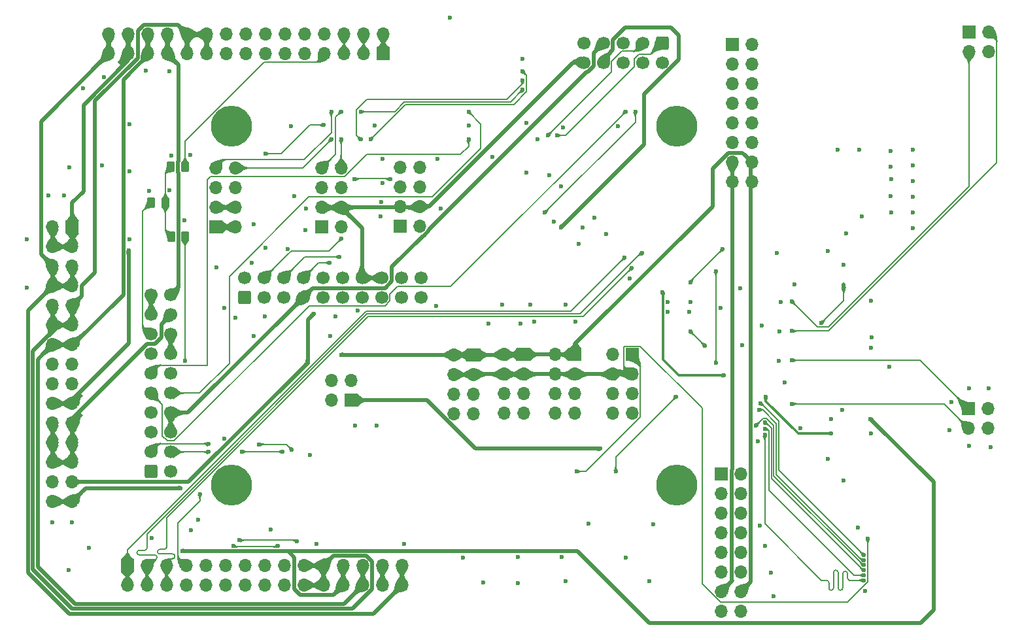
<source format=gbr>
%TF.GenerationSoftware,KiCad,Pcbnew,7.0.7*%
%TF.CreationDate,2024-02-23T10:38:30+08:00*%
%TF.ProjectId,sheet1,73686565-7431-42e6-9b69-6361645f7063,2*%
%TF.SameCoordinates,Original*%
%TF.FileFunction,Copper,L1,Top*%
%TF.FilePolarity,Positive*%
%FSLAX46Y46*%
G04 Gerber Fmt 4.6, Leading zero omitted, Abs format (unit mm)*
G04 Created by KiCad (PCBNEW 7.0.7) date 2024-02-23 10:38:30*
%MOMM*%
%LPD*%
G01*
G04 APERTURE LIST*
G04 Aperture macros list*
%AMRoundRect*
0 Rectangle with rounded corners*
0 $1 Rounding radius*
0 $2 $3 $4 $5 $6 $7 $8 $9 X,Y pos of 4 corners*
0 Add a 4 corners polygon primitive as box body*
4,1,4,$2,$3,$4,$5,$6,$7,$8,$9,$2,$3,0*
0 Add four circle primitives for the rounded corners*
1,1,$1+$1,$2,$3*
1,1,$1+$1,$4,$5*
1,1,$1+$1,$6,$7*
1,1,$1+$1,$8,$9*
0 Add four rect primitives between the rounded corners*
20,1,$1+$1,$2,$3,$4,$5,0*
20,1,$1+$1,$4,$5,$6,$7,0*
20,1,$1+$1,$6,$7,$8,$9,0*
20,1,$1+$1,$8,$9,$2,$3,0*%
G04 Aperture macros list end*
%TA.AperFunction,ComponentPad*%
%ADD10O,1.700000X1.700000*%
%TD*%
%TA.AperFunction,ComponentPad*%
%ADD11R,1.700000X1.700000*%
%TD*%
%TA.AperFunction,SMDPad,CuDef*%
%ADD12RoundRect,0.250000X-0.262500X-0.450000X0.262500X-0.450000X0.262500X0.450000X-0.262500X0.450000X0*%
%TD*%
%TA.AperFunction,ComponentPad*%
%ADD13C,1.700000*%
%TD*%
%TA.AperFunction,ComponentPad*%
%ADD14RoundRect,0.250000X0.600000X-0.600000X0.600000X0.600000X-0.600000X0.600000X-0.600000X-0.600000X0*%
%TD*%
%TA.AperFunction,SMDPad,CuDef*%
%ADD15RoundRect,0.250000X0.262500X0.450000X-0.262500X0.450000X-0.262500X-0.450000X0.262500X-0.450000X0*%
%TD*%
%TA.AperFunction,ComponentPad*%
%ADD16RoundRect,0.250000X-0.600000X0.600000X-0.600000X-0.600000X0.600000X-0.600000X0.600000X0.600000X0*%
%TD*%
%TA.AperFunction,ComponentPad*%
%ADD17C,5.300000*%
%TD*%
%TA.AperFunction,ComponentPad*%
%ADD18RoundRect,0.250000X-0.600000X-0.600000X0.600000X-0.600000X0.600000X0.600000X-0.600000X0.600000X0*%
%TD*%
%TA.AperFunction,ViaPad*%
%ADD19C,0.600000*%
%TD*%
%TA.AperFunction,Conductor*%
%ADD20C,0.200000*%
%TD*%
%TA.AperFunction,Conductor*%
%ADD21C,0.500000*%
%TD*%
%TA.AperFunction,Conductor*%
%ADD22C,0.300000*%
%TD*%
G04 APERTURE END LIST*
D10*
%TO.P,UART2,8,Pin_8*%
%TO.N,/UART_SCI_TXDB*%
X242986200Y-127269800D03*
%TO.P,UART2,7,Pin_7*%
%TO.N,/UART_SCI_RXDB*%
X245526200Y-127269800D03*
%TO.P,UART2,6,Pin_6*%
%TO.N,AGND*%
X242986200Y-124729800D03*
%TO.P,UART2,5,Pin_5*%
X245526200Y-124729800D03*
%TO.P,UART2,4,Pin_4*%
%TO.N,D+5V*%
X242986200Y-122189800D03*
%TO.P,UART2,3,Pin_3*%
X245526200Y-122189800D03*
%TO.P,UART2,2,Pin_2*%
%TO.N,D12V1*%
X242986200Y-119649800D03*
D11*
%TO.P,UART2,1,Pin_1*%
X245526200Y-119649800D03*
%TD*%
D12*
%TO.P,RU2,2,2*%
%TO.N,Net-(LEM2-Pad7)*%
X208136200Y-95299800D03*
%TO.P,RU2,1,1*%
%TO.N,REF_3V*%
X206311200Y-95299800D03*
%TD*%
D13*
%TO.P,INC1,20,20*%
%TO.N,unconnected-(INC1-Pad20)*%
X238686200Y-109684800D03*
%TO.P,INC1,19,19*%
%TO.N,VDD*%
X238686200Y-112224800D03*
%TO.P,INC1,18,18*%
%TO.N,unconnected-(INC1-Pad18)*%
X236146200Y-109684800D03*
%TO.P,INC1,17,17*%
%TO.N,VDD*%
X236146200Y-112224800D03*
%TO.P,INC1,16,16*%
%TO.N,D+5V*%
X233606200Y-109684800D03*
%TO.P,INC1,15,15*%
%TO.N,unconnected-(INC1-Pad15)*%
X233606200Y-112224800D03*
%TO.P,INC1,14,14*%
%TO.N,D+5V*%
X231066200Y-109684800D03*
%TO.P,INC1,13,13*%
%TO.N,AGND*%
X231066200Y-112224800D03*
%TO.P,INC1,12,12*%
X228526200Y-109684800D03*
%TO.P,INC1,11,11*%
X228526200Y-112224800D03*
%TO.P,INC1,10,10*%
X225986200Y-109684800D03*
%TO.P,INC1,9,9*%
X225986200Y-112224800D03*
%TO.P,INC1,8,8*%
%TO.N,/MQEP1S*%
X223446200Y-109684800D03*
%TO.P,INC1,7,7*%
%TO.N,PE_GND*%
X223446200Y-112224800D03*
%TO.P,INC1,6,6*%
%TO.N,/MQEP1Z*%
X220906200Y-109684800D03*
%TO.P,INC1,5,5*%
%TO.N,/QEP1_HALL_W*%
X220906200Y-112224800D03*
%TO.P,INC1,4,4*%
%TO.N,/MQEP1B*%
X218366200Y-109684800D03*
%TO.P,INC1,3,3*%
%TO.N,/QEP1_HALL_V*%
X218366200Y-112224800D03*
%TO.P,INC1,2,2*%
%TO.N,/MQEP1A*%
X215826200Y-109684800D03*
D14*
%TO.P,INC1,1,1*%
%TO.N,/QEP1_HALL_U*%
X215826200Y-112224800D03*
%TD*%
D15*
%TO.P,RU3,2,2*%
%TO.N,Net-(RU3-Pad2)*%
X203761200Y-99949800D03*
%TO.P,RU3,1,1*%
%TO.N,REF_3V*%
X205586200Y-99949800D03*
%TD*%
D11*
%TO.P,J2,1,Pin_1*%
%TO.N,/DC_BUS_2M1*%
X309608715Y-126630980D03*
D10*
%TO.P,J2,2,Pin_2*%
%TO.N,/GND_2M1*%
X309608715Y-129170980D03*
%TO.P,J2,3,Pin_3*%
%TO.N,/DC_BUS_2M1*%
X312148715Y-126630980D03*
%TO.P,J2,4,Pin_4*%
%TO.N,/GND_2M1*%
X312148715Y-129170980D03*
%TD*%
%TO.P,UART3,8,Pin_8*%
%TO.N,/UART_SCI_RXDC*%
X256086200Y-127219800D03*
%TO.P,UART3,7,Pin_7*%
%TO.N,/UART_SCI_TXDC*%
X258626200Y-127219800D03*
%TO.P,UART3,6,Pin_6*%
%TO.N,AGND*%
X256086200Y-124679800D03*
%TO.P,UART3,5,Pin_5*%
X258626200Y-124679800D03*
%TO.P,UART3,4,Pin_4*%
%TO.N,D+5V*%
X256086200Y-122139800D03*
%TO.P,UART3,3,Pin_3*%
X258626200Y-122139800D03*
%TO.P,UART3,2,Pin_2*%
%TO.N,D12V1*%
X256086200Y-119599800D03*
D11*
%TO.P,UART3,1,Pin_1*%
X258626200Y-119599800D03*
%TD*%
D13*
%TO.P,J1,10,Pin_10*%
%TO.N,D+5V*%
X259761200Y-81789800D03*
%TO.P,J1,9,Pin_9*%
%TO.N,AGND*%
X259761200Y-79249800D03*
%TO.P,J1,8,Pin_8*%
%TO.N,VDD*%
X262301200Y-81789800D03*
%TO.P,J1,7,Pin_7*%
%TO.N,PE_GND*%
X262301200Y-79249800D03*
%TO.P,J1,6,Pin_6*%
%TO.N,/MQEP1Z*%
X264841200Y-81789800D03*
%TO.P,J1,5,Pin_5*%
%TO.N,/QEP1_HALL_W*%
X264841200Y-79249800D03*
%TO.P,J1,4,Pin_4*%
%TO.N,/MQEP1B*%
X267381200Y-81789800D03*
%TO.P,J1,3,Pin_3*%
%TO.N,/QEP1_HALL_V*%
X267381200Y-79249800D03*
%TO.P,J1,2,Pin_2*%
%TO.N,/MQEP1A*%
X269921200Y-81789800D03*
D16*
%TO.P,J1,1,Pin_1*%
%TO.N,/QEP1_HALL_U*%
X269921200Y-79249800D03*
%TD*%
D10*
%TO.P,CAN1,8,Pin_8*%
%TO.N,/DSP_B_CAN_RX*%
X238511200Y-95374800D03*
%TO.P,CAN1,7,Pin_7*%
%TO.N,/DSP_B_CAN_TX*%
X235971200Y-95374800D03*
%TO.P,CAN1,6,Pin_6*%
%TO.N,AGND*%
X238511200Y-97914800D03*
%TO.P,CAN1,5,Pin_5*%
X235971200Y-97914800D03*
%TO.P,CAN1,4,Pin_4*%
%TO.N,D+5V*%
X238511200Y-100454800D03*
%TO.P,CAN1,3,Pin_3*%
X235971200Y-100454800D03*
%TO.P,CAN1,2,Pin_2*%
%TO.N,VDD*%
X238511200Y-102994800D03*
D11*
%TO.P,CAN1,1,Pin_1*%
X235971200Y-102994800D03*
%TD*%
D12*
%TO.P,RU1,2,2*%
%TO.N,Net-(LEM1-Pad7)*%
X208161200Y-104324800D03*
%TO.P,RU1,1,1*%
%TO.N,REF_3V*%
X206336200Y-104324800D03*
%TD*%
D10*
%TO.P,LEM2,30,30*%
%TO.N,-12*%
X198266200Y-78124800D03*
%TO.P,LEM2,29,29*%
X198266200Y-80664800D03*
%TO.P,LEM2,28,28*%
%TO.N,+12*%
X200806200Y-78124800D03*
%TO.P,LEM2,27,27*%
X200806200Y-80664800D03*
%TO.P,LEM2,26,26*%
%TO.N,A-5V*%
X203346200Y-78124800D03*
%TO.P,LEM2,25,25*%
X203346200Y-80664800D03*
%TO.P,LEM2,24,24*%
%TO.N,A+5V*%
X205886200Y-78124800D03*
%TO.P,LEM2,23,23*%
X205886200Y-80664800D03*
%TO.P,LEM2,22,22*%
%TO.N,12VGND*%
X208426200Y-78124800D03*
%TO.P,LEM2,21,21*%
X208426200Y-80664800D03*
%TO.P,LEM2,20,20*%
X210966200Y-78124800D03*
%TO.P,LEM2,19,19*%
X210966200Y-80664800D03*
%TO.P,LEM2,18,18*%
%TO.N,AGND*%
X213506200Y-78124800D03*
%TO.P,LEM2,17,17*%
X213506200Y-80664800D03*
%TO.P,LEM2,16,16*%
X216046200Y-78124800D03*
%TO.P,LEM2,15,15*%
X216046200Y-80664800D03*
%TO.P,LEM2,14,14*%
X218586200Y-78124800D03*
%TO.P,LEM2,13,13*%
X218586200Y-80664800D03*
%TO.P,LEM2,12,12*%
X221126200Y-78124800D03*
%TO.P,LEM2,11,11*%
X221126200Y-80664800D03*
%TO.P,LEM2,10,10*%
X223666200Y-78124800D03*
%TO.P,LEM2,9,9*%
X223666200Y-80664800D03*
%TO.P,LEM2,8,8*%
X226206200Y-78124800D03*
%TO.P,LEM2,7,7*%
%TO.N,Net-(LEM2-Pad7)*%
X226206200Y-80664800D03*
%TO.P,LEM2,6,6*%
%TO.N,/IPM_IU1*%
X228746200Y-78124800D03*
%TO.P,LEM2,5,5*%
X228746200Y-80664800D03*
%TO.P,LEM2,4,4*%
%TO.N,/IPM_IV1*%
X231286200Y-78124800D03*
%TO.P,LEM2,3,3*%
X231286200Y-80664800D03*
%TO.P,LEM2,2,2*%
%TO.N,/IPM_IW1*%
X233826200Y-78124800D03*
D11*
%TO.P,LEM2,1,1*%
X233826200Y-80664800D03*
%TD*%
%TO.P,IPM1,1,Pin_1*%
%TO.N,AGND*%
X279010000Y-79450000D03*
D10*
%TO.P,IPM1,2,Pin_2*%
%TO.N,/PWM1A_5V*%
X281550000Y-79450000D03*
%TO.P,IPM1,3,Pin_3*%
%TO.N,AGND*%
X279010000Y-81990000D03*
%TO.P,IPM1,4,Pin_4*%
%TO.N,/PWM2A_5V*%
X281550000Y-81990000D03*
%TO.P,IPM1,5,Pin_5*%
%TO.N,AGND*%
X279010000Y-84530000D03*
%TO.P,IPM1,6,Pin_6*%
%TO.N,/PWM3A_5V*%
X281550000Y-84530000D03*
%TO.P,IPM1,7,Pin_7*%
%TO.N,AGND*%
X279010000Y-87070000D03*
%TO.P,IPM1,8,Pin_8*%
%TO.N,/PWM1B_5V*%
X281550000Y-87070000D03*
%TO.P,IPM1,9,Pin_9*%
%TO.N,AGND*%
X279010000Y-89610000D03*
%TO.P,IPM1,10,Pin_10*%
%TO.N,/PWM2B_5V*%
X281550000Y-89610000D03*
%TO.P,IPM1,11,Pin_11*%
%TO.N,AGND*%
X279010000Y-92150000D03*
%TO.P,IPM1,12,Pin_12*%
%TO.N,/PWM3B_5V*%
X281550000Y-92150000D03*
%TO.P,IPM1,13,Pin_13*%
%TO.N,D12VGND*%
X279010000Y-94690000D03*
%TO.P,IPM1,14,Pin_14*%
%TO.N,D12V1*%
X281550000Y-94690000D03*
%TO.P,IPM1,15,Pin_15*%
%TO.N,D12VGND*%
X279010000Y-97230000D03*
%TO.P,IPM1,16,Pin_16*%
%TO.N,D12V1*%
X281550000Y-97230000D03*
%TD*%
%TO.P,POWER1,30,30*%
%TO.N,D+5V*%
X191000000Y-138624800D03*
%TO.P,POWER1,29,29*%
X193540000Y-138624800D03*
%TO.P,POWER1,28,28*%
%TO.N,AVDD*%
X191000000Y-136084800D03*
%TO.P,POWER1,27,27*%
%TO.N,VDD*%
X193540000Y-136084800D03*
%TO.P,POWER1,26,26*%
%TO.N,A+5V*%
X191000000Y-133544800D03*
%TO.P,POWER1,25,25*%
X193540000Y-133544800D03*
%TO.P,POWER1,24,24*%
X191000000Y-131004800D03*
%TO.P,POWER1,23,23*%
X193540000Y-131004800D03*
%TO.P,POWER1,22,22*%
X191000000Y-128464800D03*
%TO.P,POWER1,21,21*%
X193540000Y-128464800D03*
%TO.P,POWER1,20,20*%
%TO.N,D12V1*%
X191000000Y-125924800D03*
%TO.P,POWER1,19,19*%
X193540000Y-125924800D03*
%TO.P,POWER1,18,18*%
%TO.N,AGND*%
X191000000Y-123384800D03*
%TO.P,POWER1,17,17*%
X193540000Y-123384800D03*
%TO.P,POWER1,16,16*%
X191000000Y-120844800D03*
%TO.P,POWER1,15,15*%
X193540000Y-120844800D03*
%TO.P,POWER1,14,14*%
%TO.N,A-5V*%
X191000000Y-118304800D03*
%TO.P,POWER1,13,13*%
X193540000Y-118304800D03*
%TO.P,POWER1,12,12*%
%TO.N,12VGND*%
X191000000Y-115764800D03*
%TO.P,POWER1,11,11*%
X193540000Y-115764800D03*
%TO.P,POWER1,10,10*%
X191000000Y-113224800D03*
%TO.P,POWER1,9,9*%
X193540000Y-113224800D03*
%TO.P,POWER1,8,8*%
%TO.N,-12*%
X191000000Y-110684800D03*
%TO.P,POWER1,7,7*%
X193540000Y-110684800D03*
%TO.P,POWER1,6,6*%
X191000000Y-108144800D03*
%TO.P,POWER1,5,5*%
X193540000Y-108144800D03*
%TO.P,POWER1,4,4*%
%TO.N,+12*%
X191000000Y-105604800D03*
%TO.P,POWER1,3,3*%
X193540000Y-105604800D03*
%TO.P,POWER1,2,2*%
X191000000Y-103064800D03*
D11*
%TO.P,POWER1,1,1*%
X193540000Y-103064800D03*
%TD*%
D10*
%TO.P,SPI2,8,Pin_8*%
%TO.N,/SPI_B_CK_HS*%
X263496200Y-127224800D03*
%TO.P,SPI2,7,Pin_7*%
%TO.N,/~{SPI_B_STE_HS}*%
X266036200Y-127224800D03*
%TO.P,SPI2,6,Pin_6*%
%TO.N,AGND*%
X263496200Y-124684800D03*
%TO.P,SPI2,5,Pin_5*%
X266036200Y-124684800D03*
%TO.P,SPI2,4,Pin_4*%
%TO.N,D+5V*%
X263496200Y-122144800D03*
%TO.P,SPI2,3,Pin_3*%
X266036200Y-122144800D03*
%TO.P,SPI2,2,Pin_2*%
%TO.N,/SPI B MI HS*%
X263496200Y-119604800D03*
D11*
%TO.P,SPI2,1,Pin_1*%
%TO.N,/SPI B MO HS*%
X266036200Y-119604800D03*
%TD*%
D10*
%TO.P,CAN2,8,Pin_8*%
%TO.N,/DSP_A_CAN_RX*%
X228361200Y-95474800D03*
%TO.P,CAN2,7,Pin_7*%
%TO.N,/DSP_A_CAN_TX*%
X225821200Y-95474800D03*
%TO.P,CAN2,6,Pin_6*%
%TO.N,AGND*%
X228361200Y-98014800D03*
%TO.P,CAN2,5,Pin_5*%
X225821200Y-98014800D03*
%TO.P,CAN2,4,Pin_4*%
%TO.N,D+5V*%
X228361200Y-100554800D03*
%TO.P,CAN2,3,Pin_3*%
X225821200Y-100554800D03*
%TO.P,CAN2,2,Pin_2*%
%TO.N,VDD*%
X228361200Y-103094800D03*
D11*
%TO.P,CAN2,1,Pin_1*%
X225821200Y-103094800D03*
%TD*%
%TO.P,J3,1,Pin_1*%
%TO.N,/DC_BUS_2M2*%
X309644715Y-77823800D03*
D10*
%TO.P,J3,2,Pin_2*%
%TO.N,/GND_2M2*%
X309644715Y-80363800D03*
%TO.P,J3,3,Pin_3*%
%TO.N,/DC_BUS_2M2*%
X312184715Y-77823800D03*
%TO.P,J3,4,Pin_4*%
%TO.N,/GND_2M2*%
X312184715Y-80363800D03*
%TD*%
%TO.P,LEM1,30,30*%
%TO.N,-12*%
X236241200Y-149464800D03*
%TO.P,LEM1,29,29*%
X236241200Y-146924800D03*
%TO.P,LEM1,28,28*%
%TO.N,+12*%
X233701200Y-149464800D03*
%TO.P,LEM1,27,27*%
X233701200Y-146924800D03*
%TO.P,LEM1,26,26*%
%TO.N,A-5V*%
X231161200Y-149464800D03*
%TO.P,LEM1,25,25*%
X231161200Y-146924800D03*
%TO.P,LEM1,24,24*%
%TO.N,A+5V*%
X228621200Y-149464800D03*
%TO.P,LEM1,23,23*%
X228621200Y-146924800D03*
%TO.P,LEM1,22,22*%
%TO.N,12VGND*%
X226081200Y-149464800D03*
%TO.P,LEM1,21,21*%
X226081200Y-146924800D03*
%TO.P,LEM1,20,20*%
X223541200Y-149464800D03*
%TO.P,LEM1,19,19*%
X223541200Y-146924800D03*
%TO.P,LEM1,18,18*%
%TO.N,AGND*%
X221001200Y-149464800D03*
%TO.P,LEM1,17,17*%
X221001200Y-146924800D03*
%TO.P,LEM1,16,16*%
X218461200Y-149464800D03*
%TO.P,LEM1,15,15*%
X218461200Y-146924800D03*
%TO.P,LEM1,14,14*%
X215921200Y-149464800D03*
%TO.P,LEM1,13,13*%
X215921200Y-146924800D03*
%TO.P,LEM1,12,12*%
X213381200Y-149464800D03*
%TO.P,LEM1,11,11*%
X213381200Y-146924800D03*
%TO.P,LEM1,10,10*%
X210841200Y-149464800D03*
%TO.P,LEM1,9,9*%
X210841200Y-146924800D03*
%TO.P,LEM1,8,8*%
X208301200Y-149464800D03*
%TO.P,LEM1,7,7*%
%TO.N,Net-(LEM1-Pad7)*%
X208301200Y-146924800D03*
%TO.P,LEM1,6,6*%
%TO.N,/IPM_IU2*%
X205761200Y-149464800D03*
%TO.P,LEM1,5,5*%
X205761200Y-146924800D03*
%TO.P,LEM1,4,4*%
%TO.N,/IPM_IV2*%
X203221200Y-149464800D03*
%TO.P,LEM1,3,3*%
X203221200Y-146924800D03*
%TO.P,LEM1,2,2*%
%TO.N,/IPM_IW2*%
X200681200Y-149464800D03*
D11*
%TO.P,LEM1,1,1*%
X200681200Y-146924800D03*
%TD*%
D10*
%TO.P,UART1,8,Pin_8*%
%TO.N,/UART_SCI_RXDA*%
X249436200Y-127219800D03*
%TO.P,UART1,7,Pin_7*%
%TO.N,/UART_SCI_TXDA*%
X251976200Y-127219800D03*
%TO.P,UART1,6,Pin_6*%
%TO.N,AGND*%
X249436200Y-124679800D03*
%TO.P,UART1,5,Pin_5*%
X251976200Y-124679800D03*
%TO.P,UART1,4,Pin_4*%
%TO.N,D+5V*%
X249436200Y-122139800D03*
%TO.P,UART1,3,Pin_3*%
X251976200Y-122139800D03*
%TO.P,UART1,2,Pin_2*%
%TO.N,D12V1*%
X249436200Y-119599800D03*
D11*
%TO.P,UART1,1,Pin_1*%
X251976200Y-119599800D03*
%TD*%
D10*
%TO.P,UART4,8,Pin_8*%
%TO.N,/UART_SCI_TXDD*%
X214661200Y-95459800D03*
%TO.P,UART4,7,Pin_7*%
%TO.N,/UART_SCI_RXDD*%
X212121200Y-95459800D03*
%TO.P,UART4,6,Pin_6*%
%TO.N,AGND*%
X214661200Y-97999800D03*
%TO.P,UART4,5,Pin_5*%
X212121200Y-97999800D03*
%TO.P,UART4,4,Pin_4*%
%TO.N,D+5V*%
X214661200Y-100539800D03*
%TO.P,UART4,3,Pin_3*%
X212121200Y-100539800D03*
%TO.P,UART4,2,Pin_2*%
%TO.N,D12V1*%
X214661200Y-103079800D03*
D11*
%TO.P,UART4,1,Pin_1*%
X212121200Y-103079800D03*
%TD*%
%TO.P,IPM2,1,Pin_1*%
%TO.N,AGND*%
X277604008Y-135046687D03*
D10*
%TO.P,IPM2,2,Pin_2*%
%TO.N,/PWM4A_5V*%
X280144008Y-135046687D03*
%TO.P,IPM2,3,Pin_3*%
%TO.N,AGND*%
X277604008Y-137586687D03*
%TO.P,IPM2,4,Pin_4*%
%TO.N,/PWM5A_5V*%
X280144008Y-137586687D03*
%TO.P,IPM2,5,Pin_5*%
%TO.N,AGND*%
X277604008Y-140126687D03*
%TO.P,IPM2,6,Pin_6*%
%TO.N,/PWM6A_5V*%
X280144008Y-140126687D03*
%TO.P,IPM2,7,Pin_7*%
%TO.N,AGND*%
X277604008Y-142666687D03*
%TO.P,IPM2,8,Pin_8*%
%TO.N,/PWM4B_5V*%
X280144008Y-142666687D03*
%TO.P,IPM2,9,Pin_9*%
%TO.N,AGND*%
X277604008Y-145206687D03*
%TO.P,IPM2,10,Pin_10*%
%TO.N,/PWM5B_5V*%
X280144008Y-145206687D03*
%TO.P,IPM2,11,Pin_11*%
%TO.N,AGND*%
X277604008Y-147746687D03*
%TO.P,IPM2,12,Pin_12*%
%TO.N,/PWM6B_5V*%
X280144008Y-147746687D03*
%TO.P,IPM2,13,Pin_13*%
%TO.N,D12VGND*%
X277604008Y-150286687D03*
%TO.P,IPM2,14,Pin_14*%
%TO.N,D12V1*%
X280144008Y-150286687D03*
%TO.P,IPM2,15,Pin_15*%
%TO.N,D12VGND*%
X277604008Y-152826687D03*
%TO.P,IPM2,16,Pin_16*%
%TO.N,D12V1*%
X280144008Y-152826687D03*
%TD*%
%TO.P,DI1,4,Pin_4*%
%TO.N,Net-(DI1-Pin_3)*%
X227096200Y-122974800D03*
%TO.P,DI1,3,Pin_3*%
X227096200Y-125514800D03*
%TO.P,DI1,2,Pin_2*%
%TO.N,AGND*%
X229636200Y-122974800D03*
D11*
%TO.P,DI1,1,Pin_1*%
%TO.N,VDD*%
X229636200Y-125514800D03*
%TD*%
D17*
%TO.P,DSP1,264*%
%TO.N,N/C*%
X214127200Y-136534800D03*
%TO.P,DSP1,263*%
X271785200Y-136534800D03*
%TO.P,DSP1,262*%
X271785200Y-90052800D03*
%TO.P,DSP1,261*%
X214127200Y-90052800D03*
%TD*%
D13*
%TO.P,SPI1,20,20*%
%TO.N,A+5V*%
X206301200Y-111899800D03*
%TO.P,SPI1,19,19*%
%TO.N,-5V_ADC*%
X203761200Y-111899800D03*
%TO.P,SPI1,18,18*%
%TO.N,A+5V*%
X206301200Y-114439800D03*
%TO.P,SPI1,17,17*%
%TO.N,-5V_ADC*%
X203761200Y-114439800D03*
%TO.P,SPI1,16,16*%
%TO.N,D+5V*%
X206301200Y-116979800D03*
%TO.P,SPI1,15,15*%
%TO.N,Net-(RU3-Pad2)*%
X203761200Y-116979800D03*
%TO.P,SPI1,14,14*%
%TO.N,D+5V*%
X206301200Y-119519800D03*
%TO.P,SPI1,13,13*%
%TO.N,Net-(RU3-Pad2)*%
X203761200Y-119519800D03*
%TO.P,SPI1,12,12*%
%TO.N,/SPI_A_MI_HS*%
X206301200Y-122059800D03*
%TO.P,SPI1,11,11*%
%TO.N,/SPI_A_CK_HS*%
X203761200Y-122059800D03*
%TO.P,SPI1,10,10*%
%TO.N,/~{SPI_A_STE_HS}*%
X206301200Y-124599800D03*
%TO.P,SPI1,9,9*%
%TO.N,/SPI_A_MO_HS*%
X203761200Y-124599800D03*
%TO.P,SPI1,8,8*%
%TO.N,PE_GND*%
X206301200Y-127139800D03*
%TO.P,SPI1,7,7*%
%TO.N,AGND*%
X203761200Y-127139800D03*
%TO.P,SPI1,6,6*%
%TO.N,PE_GND*%
X206301200Y-129679800D03*
%TO.P,SPI1,5,5*%
%TO.N,AGND*%
X203761200Y-129679800D03*
%TO.P,SPI1,4,4*%
%TO.N,/SPI_C_MI_HS*%
X206301200Y-132219800D03*
%TO.P,SPI1,3,3*%
%TO.N,/SPI_C_CK_HS*%
X203761200Y-132219800D03*
%TO.P,SPI1,2,2*%
%TO.N,/~{SPI_C_STE_HS}*%
X206301200Y-134759800D03*
D18*
%TO.P,SPI1,1,1*%
%TO.N,/SPI_C_MO_HS*%
X203761200Y-134759800D03*
%TD*%
D19*
%TO.N,AGND*%
X293436200Y-111049800D03*
X216794200Y-107705800D03*
X233558200Y-99831800D03*
X247938488Y-94019088D03*
X295788200Y-101736800D03*
X261117200Y-101863800D03*
X206380200Y-93862800D03*
X193096000Y-147482200D03*
X293248200Y-126755800D03*
X312171200Y-123961800D03*
X258704200Y-115325800D03*
X252319988Y-89637588D03*
X242448200Y-75955800D03*
X195712200Y-144662800D03*
X197617200Y-83702800D03*
X296169200Y-150250800D03*
X282580200Y-141741800D03*
X233431200Y-101736800D03*
X287025200Y-110499800D03*
X244099200Y-145932800D03*
X295407200Y-93100800D03*
X284993200Y-120405800D03*
X283215200Y-144408800D03*
X265689200Y-109737800D03*
X246766200Y-149107800D03*
X283977200Y-147837800D03*
X312425200Y-131581800D03*
X253370200Y-115325800D03*
X299471200Y-95259800D03*
X193172200Y-95386800D03*
X213238200Y-113547800D03*
X273563200Y-112785800D03*
X227589200Y-114690800D03*
X280040200Y-111007800D03*
X217048200Y-117230800D03*
X247401200Y-115579800D03*
X249179200Y-113166800D03*
X200919200Y-104657800D03*
X236479200Y-144154800D03*
X257053200Y-90179800D03*
X187650000Y-104700000D03*
X296931200Y-118754800D03*
X214635200Y-114817800D03*
X259593200Y-103133800D03*
X268229200Y-148980800D03*
X282326200Y-130819800D03*
X291343200Y-133105800D03*
X262641200Y-104022800D03*
X293756200Y-103895800D03*
X222255200Y-99069800D03*
X302426200Y-95113800D03*
X219207200Y-142249800D03*
X255910200Y-102371800D03*
X223768791Y-103504392D03*
X230510200Y-113928800D03*
X299598200Y-96910800D03*
X264165200Y-90052800D03*
X268737200Y-141614800D03*
X256799200Y-97799800D03*
X293375200Y-107959800D03*
X270642200Y-112785800D03*
X295280200Y-141995800D03*
X270642200Y-114055800D03*
X221419291Y-105946800D03*
X299598200Y-101228800D03*
X224287200Y-132597800D03*
X280294200Y-118373800D03*
X302426200Y-97145800D03*
X302426200Y-93081800D03*
X232669200Y-89925800D03*
X265181200Y-145932800D03*
X209809200Y-140979800D03*
X244861200Y-89925800D03*
X287787200Y-129168800D03*
X309631200Y-131454800D03*
X257434200Y-113166800D03*
X309631200Y-123961800D03*
X307091200Y-129422800D03*
X223779200Y-100720800D03*
X252862200Y-113166800D03*
X302426200Y-101209800D03*
X296931200Y-129803800D03*
X203459200Y-98434800D03*
X277500200Y-113547800D03*
X225176200Y-144154800D03*
X260355200Y-141487800D03*
X256926200Y-145805800D03*
X218445200Y-114690800D03*
X299471200Y-99069800D03*
X302426200Y-103241800D03*
X241270988Y-100686588D03*
X307345200Y-125739800D03*
X285247200Y-112785800D03*
X296931200Y-112658800D03*
X252354200Y-96021800D03*
X251592200Y-115579800D03*
X273436200Y-114055800D03*
X200919200Y-89798800D03*
X255275200Y-96402800D03*
X191000000Y-141360800D03*
X251846200Y-81289800D03*
X208031200Y-102244800D03*
X226954200Y-117230800D03*
X203078200Y-82813800D03*
X299471200Y-93227800D03*
X193540000Y-141360800D03*
X221874200Y-90052800D03*
X293375200Y-135899800D03*
X290561200Y-115499800D03*
X291836200Y-127922300D03*
X282834200Y-115833800D03*
X233685200Y-94243800D03*
X259085200Y-105292800D03*
X251211200Y-149234800D03*
X194950200Y-85099800D03*
X218572200Y-105800800D03*
X240670200Y-113293800D03*
X206126200Y-82940800D03*
X291343200Y-106181800D03*
X232923200Y-128787800D03*
X208793200Y-93735800D03*
X203840200Y-143392800D03*
X257434200Y-148980800D03*
X190500000Y-99000000D03*
X200919200Y-95894800D03*
X284739200Y-106435800D03*
X240797200Y-94243800D03*
X192500000Y-99000000D03*
X284358200Y-150885800D03*
X197363200Y-95132800D03*
X217048200Y-102752800D03*
X208920200Y-142376800D03*
X292613200Y-93100800D03*
X233685200Y-97418800D03*
X285755200Y-123199800D03*
X297058200Y-117357800D03*
X187650000Y-110950000D03*
X251211200Y-145805800D03*
X213208701Y-130536301D03*
X299344200Y-121167800D03*
X302426200Y-99177800D03*
X206126200Y-98307800D03*
X230129200Y-128787800D03*
X285120200Y-116595800D03*
X212222200Y-108340800D03*
%TO.N,VDD*%
X261936200Y-131799800D03*
X256799200Y-103133800D03*
X224795200Y-114309800D03*
X224033200Y-120659798D03*
%TO.N,/DSP_PWM1~{_ENABL}E*%
X271711200Y-125049800D03*
X263911200Y-134731400D03*
%TO.N,A+5V*%
X207777200Y-145047800D03*
X296916200Y-127922300D03*
%TO.N,D+5V*%
X207523200Y-136915800D03*
X296561200Y-143449800D03*
%TO.N,/IPM_VDC_BUS1*%
X269981800Y-111515800D03*
X291836200Y-129822300D03*
X277936200Y-122324800D03*
X283342200Y-125104800D03*
%TO.N,/IPM_VDC_BUS2*%
X276886200Y-120699800D03*
X276861200Y-108799800D03*
%TO.N,/DSP_A_CAN_TX*%
X228348000Y-88138500D03*
%TO.N,/DSP_A_CAN_RX*%
X228348000Y-91738500D03*
%TO.N,/IPM_IU1*%
X230111200Y-96849800D03*
X234711200Y-96849800D03*
%TO.N,/IPM_IW1*%
X277761200Y-105949800D03*
X273581800Y-110245800D03*
%TO.N,/IPM_IU2*%
X265996346Y-108384946D03*
%TO.N,/IPM_IV2*%
X267311200Y-106474800D03*
%TO.N,/IPM_IW2*%
X265073700Y-107049800D03*
%TO.N,/QEP1_HALL_U*%
X256288000Y-91211512D03*
%TO.N,/MQEP1A*%
X230888000Y-88138500D03*
X251861200Y-85324800D03*
X226086200Y-89874800D03*
X218536200Y-93574800D03*
%TO.N,/QEP1_HALL_V*%
X255139844Y-91211512D03*
%TO.N,/MQEP1B*%
X228398700Y-104562300D03*
X230888000Y-91738500D03*
X251861200Y-84109946D03*
%TO.N,/QEP1_HALL_W*%
X253748000Y-91738512D03*
%TO.N,/MQEP1Z*%
X251861200Y-82909946D03*
X228097200Y-106943800D03*
X232158000Y-91738500D03*
%TO.N,/MQEP1S*%
X226827200Y-107705800D03*
%TO.N,Net-(LEM1-Pad7)*%
X208168754Y-120456300D03*
X210068412Y-137654400D03*
%TO.N,/UART_SCI_RXDD*%
X227078000Y-88138500D03*
%TO.N,/UART_SCI_TXDD*%
X227078000Y-91738500D03*
%TO.N,/~{SPI_A_STE_HS}*%
X244858000Y-88138500D03*
%TO.N,/SPI_A_CK_HS*%
X244858000Y-91738500D03*
%TO.N,/SPI_A_MO_HS*%
X265178000Y-88138500D03*
%TO.N,/SPI_A_MI_HS*%
X254736200Y-101199800D03*
X266448000Y-88138500D03*
%TO.N,/SPI_C_MO_HS*%
X214386200Y-144370800D03*
X220161200Y-144370800D03*
%TO.N,/SPI_C_MI_HS*%
X215561200Y-132174800D03*
X220736200Y-132174800D03*
X211186200Y-132224800D03*
%TO.N,/SPI_C_CK_HS*%
X217761200Y-131224800D03*
X221986200Y-131924800D03*
X211186200Y-131199800D03*
%TO.N,/~{SPI_C_STE_HS}*%
X215211200Y-143649800D03*
X222636200Y-143799800D03*
%TO.N,/SPI B MO HS*%
X258831200Y-134731400D03*
%TO.N,/DSP-PWM1B*%
X275436200Y-118449800D03*
X273581800Y-116595800D03*
%TO.N,/DSP-PWM4A*%
X296036200Y-145579190D03*
X282667700Y-125906300D03*
%TO.N,/DSP-PWM4B*%
X283211200Y-128399810D03*
X296036200Y-147529200D03*
%TO.N,/DSP-PWM5A*%
X282461852Y-126755800D03*
X296036200Y-146229200D03*
%TO.N,/DSP-PWM5B*%
X296036200Y-148179210D03*
X283211200Y-129204297D03*
%TO.N,/DSP-PWM6A*%
X282072200Y-128787800D03*
X296036200Y-146879180D03*
%TO.N,/DSP-PWM6B*%
X283211700Y-130027300D03*
X296036200Y-148829190D03*
%TO.N,/GND_2M1*%
X286756200Y-125974800D03*
%TO.N,/DC_BUS_2M1*%
X286756200Y-120339800D03*
%TO.N,/GND_2M2*%
X286756200Y-112719800D03*
%TO.N,/DC_BUS_2M2*%
X286756200Y-116549800D03*
%TO.N,D12V1*%
X200832200Y-106149800D03*
X228361200Y-119624800D03*
%TD*%
D20*
%TO.N,/GND_2M2*%
X290063200Y-116026800D02*
X286756200Y-112719800D01*
X291473200Y-116026800D02*
X290063200Y-116026800D01*
X309644715Y-97855285D02*
X291473200Y-116026800D01*
X309644715Y-80363800D02*
X309644715Y-97855285D01*
%TO.N,/DC_BUS_2M2*%
X313261715Y-94738285D02*
X291450200Y-116549800D01*
X291450200Y-116549800D02*
X286756200Y-116549800D01*
X313261715Y-78900800D02*
X313261715Y-94738285D01*
X312184715Y-77823800D02*
X313261715Y-78900800D01*
D21*
%TO.N,A+5V*%
X305059200Y-152663800D02*
X305059200Y-136065300D01*
X305059200Y-136065300D02*
X296916200Y-127922300D01*
X268250000Y-154350000D02*
X303373000Y-154350000D01*
X303373000Y-154350000D02*
X305059200Y-152663800D01*
X258947800Y-145047800D02*
X268250000Y-154350000D01*
X221494200Y-145047800D02*
X258947800Y-145047800D01*
%TO.N,D12VGND*%
X279000000Y-94700000D02*
X279010000Y-94690000D01*
X279000000Y-134455454D02*
X279000000Y-94700000D01*
X278917008Y-134538446D02*
X279000000Y-134455454D01*
X278917008Y-148807703D02*
X278917008Y-134538446D01*
X279000000Y-148890695D02*
X278917008Y-148807703D01*
X277604715Y-150285980D02*
X279000000Y-148890695D01*
%TO.N,D12V1*%
X281371715Y-149058980D02*
X280144715Y-150285980D01*
X281371715Y-94521715D02*
X281371715Y-149058980D01*
X280600000Y-93750000D02*
X281371715Y-94521715D01*
X278501759Y-93463000D02*
X280313000Y-93463000D01*
X280313000Y-93463000D02*
X280600000Y-93750000D01*
X276450000Y-100426000D02*
X276450000Y-95514759D01*
X276450000Y-95514759D02*
X278501759Y-93463000D01*
X258626200Y-119599800D02*
X258626200Y-118249800D01*
X258626200Y-118249800D02*
X276450000Y-100426000D01*
D20*
%TO.N,/IPM_IW2*%
X231590304Y-113995800D02*
X258127700Y-113995800D01*
X258127700Y-113995800D02*
X265073700Y-107049800D01*
X201175252Y-144410852D02*
X231590304Y-113995800D01*
D21*
%TO.N,D+5V*%
X195249000Y-136915800D02*
X207523200Y-136915800D01*
X193540000Y-138624800D02*
X195249000Y-136915800D01*
%TO.N,VDD*%
X208617625Y-136084800D02*
X224033200Y-120669225D01*
X224033200Y-120669225D02*
X224033200Y-120659798D01*
X193540000Y-136084800D02*
X208617625Y-136084800D01*
%TO.N,A+5V*%
X205074200Y-115666800D02*
X206301200Y-114439800D01*
X205074200Y-117402041D02*
X205074200Y-115666800D01*
X204269441Y-118206800D02*
X205074200Y-117402041D01*
X203252959Y-118206800D02*
X204269441Y-118206800D01*
X193540000Y-128464800D02*
X193540000Y-127919759D01*
X193540000Y-127919759D02*
X203252959Y-118206800D01*
%TO.N,D12V1*%
X200832200Y-118167800D02*
X200832200Y-106149800D01*
X193540000Y-125460000D02*
X200832200Y-118167800D01*
X193540000Y-125924800D02*
X193540000Y-125460000D01*
%TO.N,A-5V*%
X203346200Y-80801512D02*
X203346200Y-80664800D01*
X200155200Y-111844800D02*
X200155200Y-83992512D01*
X193540000Y-118304800D02*
X193695200Y-118304800D01*
X193695200Y-118304800D02*
X200155200Y-111844800D01*
X200155200Y-83992512D02*
X203346200Y-80801512D01*
%TO.N,12VGND*%
X202036200Y-77699559D02*
X202837959Y-76897800D01*
X207199200Y-76897800D02*
X208426200Y-78124800D01*
X196500000Y-86761000D02*
X202036200Y-81224800D01*
X202837959Y-76897800D02*
X207199200Y-76897800D01*
X196500000Y-108969600D02*
X196500000Y-86761000D01*
X194816000Y-110653600D02*
X196500000Y-108969600D01*
X202036200Y-81224800D02*
X202036200Y-77699559D01*
X194816000Y-111997800D02*
X194816000Y-110653600D01*
%TO.N,+12*%
X195000000Y-98453423D02*
X195000000Y-87277423D01*
X193540000Y-99913423D02*
X195000000Y-98453423D01*
X195000000Y-87277423D02*
X200806200Y-81471223D01*
X193540000Y-103064800D02*
X193540000Y-99913423D01*
X200806200Y-81471223D02*
X200806200Y-80664800D01*
%TO.N,-12*%
X189500000Y-89431000D02*
X198266200Y-80664800D01*
X189500000Y-106500000D02*
X189500000Y-89431000D01*
X191049000Y-108144800D02*
X189524000Y-106619800D01*
X191049000Y-110684800D02*
X191049000Y-108144800D01*
X187838000Y-113895800D02*
X187838000Y-147838000D01*
X193147800Y-153147800D02*
X232558200Y-153147800D01*
X188568000Y-113165800D02*
X187838000Y-113895800D01*
X187838000Y-147838000D02*
X193147800Y-153147800D01*
X232558200Y-153147800D02*
X236241200Y-149464800D01*
%TO.N,12VGND*%
X227331200Y-145674800D02*
X226081200Y-146924800D01*
X232388200Y-146416559D02*
X231646441Y-145674800D01*
X232388200Y-149973041D02*
X232388200Y-146416559D01*
X229840441Y-152520800D02*
X232388200Y-149973041D01*
X193520800Y-152520800D02*
X229840441Y-152520800D01*
X188465000Y-147465000D02*
X193520800Y-152520800D01*
X188465000Y-119153559D02*
X188465000Y-147465000D01*
X231646441Y-145674800D02*
X227331200Y-145674800D01*
X189195000Y-118423559D02*
X188465000Y-119153559D01*
%TO.N,A-5V*%
X228732200Y-151893800D02*
X231161200Y-149464800D01*
X193893800Y-151893800D02*
X228732200Y-151893800D01*
X189092000Y-147092000D02*
X193893800Y-151893800D01*
X189092000Y-120261800D02*
X189092000Y-147092000D01*
X189822000Y-119531800D02*
X189092000Y-120261800D01*
D20*
%TO.N,AGND*%
X293436200Y-112624800D02*
X290561200Y-115499800D01*
X293436200Y-111049800D02*
X293436200Y-112624800D01*
D21*
X293436200Y-110495044D02*
X293436200Y-111049800D01*
X265991200Y-124729800D02*
X266036200Y-124684800D01*
%TO.N,VDD*%
X239495959Y-125514800D02*
X245780959Y-131799800D01*
X224033200Y-120659800D02*
X224033200Y-120659798D01*
X262301200Y-81375800D02*
X262301200Y-81789800D01*
X267551200Y-85895041D02*
X272039200Y-81407041D01*
X263528200Y-78827559D02*
X263528200Y-80148800D01*
X271023200Y-77225800D02*
X265129959Y-77225800D01*
X224033200Y-120659798D02*
X224033200Y-115071800D01*
X256799200Y-103133800D02*
X267551200Y-92381800D01*
X229636200Y-125514800D02*
X239495959Y-125514800D01*
X272039200Y-81407041D02*
X272039200Y-78241800D01*
X272039200Y-78241800D02*
X271023200Y-77225800D01*
X263528200Y-80148800D02*
X262301200Y-81375800D01*
X224033200Y-115071800D02*
X224795200Y-114309800D01*
X267551200Y-92381800D02*
X267551200Y-85895041D01*
X265129959Y-77225800D02*
X263528200Y-78827559D01*
X245780959Y-131799800D02*
X261936200Y-131799800D01*
D20*
%TO.N,/DSP_PWM1~{_ENABL}E*%
X271711200Y-125049800D02*
X263911200Y-132849800D01*
X263911200Y-132849800D02*
X263911200Y-134731400D01*
D21*
%TO.N,A+5V*%
X207246700Y-96016438D02*
X207246700Y-94583162D01*
X207777200Y-145047800D02*
X221494200Y-145047800D01*
X228621200Y-149464800D02*
X228621200Y-146924800D01*
X193589000Y-128464800D02*
X193589000Y-131004800D01*
X207269200Y-96038938D02*
X207246700Y-96016438D01*
X207269200Y-94560662D02*
X207269200Y-82047800D01*
X191049000Y-131004800D02*
X191049000Y-133544800D01*
X222314200Y-145867800D02*
X222314200Y-149973041D01*
X222314200Y-149973041D02*
X223032959Y-150691800D01*
X223032959Y-150691800D02*
X227394200Y-150691800D01*
X193589000Y-133544800D02*
X193589000Y-131004800D01*
X191049000Y-133544800D02*
X193589000Y-133544800D01*
X207246700Y-94583162D02*
X207269200Y-94560662D01*
X207269200Y-110931800D02*
X207269200Y-96038938D01*
X207269200Y-82047800D02*
X205886200Y-80664800D01*
X206301200Y-111899800D02*
X207269200Y-110931800D01*
X205886200Y-80664800D02*
X205886200Y-78124800D01*
X221494200Y-145047800D02*
X222314200Y-145867800D01*
X191049000Y-128464800D02*
X191049000Y-131004800D01*
X227394200Y-150691800D02*
X228621200Y-149464800D01*
D20*
%TO.N,D+5V*%
X296561200Y-145358899D02*
X296563200Y-145360899D01*
D21*
X265149488Y-122144800D02*
X265592844Y-122588156D01*
X251976200Y-122139800D02*
X258626200Y-122139800D01*
X242986200Y-122189800D02*
X245526200Y-122189800D01*
D20*
X264959200Y-118527800D02*
X264959200Y-121067800D01*
X277495426Y-151699800D02*
X275086200Y-149290574D01*
D21*
X228361200Y-100554800D02*
X231066200Y-103259800D01*
X228361200Y-100554800D02*
X238411200Y-100554800D01*
X238411200Y-100554800D02*
X238511200Y-100454800D01*
D20*
X296563200Y-145360899D02*
X296563200Y-149047481D01*
D21*
X225821200Y-100554800D02*
X228361200Y-100554800D01*
D20*
X264959200Y-121067800D02*
X266036200Y-122144800D01*
D21*
X231066200Y-109684800D02*
X233606200Y-109684800D01*
X191049000Y-138624800D02*
X193589000Y-138624800D01*
D20*
X275086200Y-126500800D02*
X267113200Y-118527800D01*
D21*
X263491200Y-122139800D02*
X263496200Y-122144800D01*
X263496200Y-122144800D02*
X265149488Y-122144800D01*
X239713281Y-100454800D02*
X258378281Y-81789800D01*
D20*
X275086200Y-149290574D02*
X275086200Y-126500800D01*
D21*
X266031200Y-122139800D02*
X266036200Y-122144800D01*
X212121200Y-100539800D02*
X214661200Y-100539800D01*
X258378281Y-81789800D02*
X259761200Y-81789800D01*
X258626200Y-122139800D02*
X263491200Y-122139800D01*
D20*
X296561200Y-143449800D02*
X296561200Y-145358899D01*
D21*
X238511200Y-100454800D02*
X239713281Y-100454800D01*
D20*
X296563200Y-149047481D02*
X293910881Y-151699800D01*
D21*
X245576200Y-122139800D02*
X245526200Y-122189800D01*
X249436200Y-122139800D02*
X245576200Y-122139800D01*
D20*
X267113200Y-118527800D02*
X264959200Y-118527800D01*
X293910881Y-151699800D02*
X277495426Y-151699800D01*
D21*
X231066200Y-103259800D02*
X231066200Y-109684800D01*
X249436200Y-122139800D02*
X251976200Y-122139800D01*
X206301200Y-119519800D02*
X206301200Y-116979800D01*
D22*
%TO.N,/IPM_VDC_BUS1*%
X270061200Y-120274800D02*
X270061200Y-111595200D01*
X283342200Y-125104800D02*
X283342200Y-125630800D01*
X270061200Y-111595200D02*
X269981800Y-111515800D01*
X283342200Y-125630800D02*
X287533700Y-129822300D01*
X272111200Y-122324800D02*
X270061200Y-120274800D01*
X287533700Y-129822300D02*
X291836200Y-129822300D01*
X277936200Y-122324800D02*
X272111200Y-122324800D01*
D20*
%TO.N,/IPM_VDC_BUS2*%
X276886200Y-120699800D02*
X276886200Y-108824800D01*
X276886200Y-108824800D02*
X276861200Y-108799800D01*
%TO.N,/DSP_A_CAN_TX*%
X227605000Y-93691000D02*
X227605000Y-88881500D01*
X227605000Y-88881500D02*
X228348000Y-88138500D01*
X225821200Y-95474800D02*
X227605000Y-93691000D01*
%TO.N,/DSP_A_CAN_RX*%
X228361200Y-91751700D02*
X228348000Y-91738500D01*
X228361200Y-95474800D02*
X228361200Y-91751700D01*
%TO.N,/IPM_IU1*%
X228746200Y-78124800D02*
X228746200Y-80664800D01*
X230123200Y-96837800D02*
X234699200Y-96837800D01*
X234699200Y-96837800D02*
X234711200Y-96849800D01*
X230111200Y-96849800D02*
X230123200Y-96837800D01*
%TO.N,/IPM_IV1*%
X231286200Y-78124800D02*
X231286200Y-80664800D01*
%TO.N,/IPM_IW1*%
X277761200Y-105949800D02*
X273581800Y-110129200D01*
X233826200Y-80664800D02*
X233826200Y-78124800D01*
X273581800Y-110129200D02*
X273581800Y-110245800D01*
%TO.N,/IPM_IU2*%
X259731492Y-114649800D02*
X231861200Y-114649800D01*
X204875032Y-145435800D02*
X205461200Y-145435800D01*
X206547360Y-146035800D02*
X206061200Y-146035800D01*
X231861200Y-114649800D02*
X205761200Y-140749800D01*
X205761200Y-140749800D02*
X205761200Y-144535800D01*
X265996346Y-108384946D02*
X259731492Y-114649800D01*
X205761200Y-149464800D02*
X205761200Y-146924800D01*
X205761200Y-146335800D02*
X205761200Y-146924800D01*
X205461200Y-144835800D02*
X204875032Y-144835800D01*
X205461200Y-145435800D02*
X206547360Y-145435800D01*
X204575000Y-145135800D02*
G75*
G03*
X204875032Y-145435800I300000J0D01*
G01*
X206061200Y-146035800D02*
G75*
G03*
X205761200Y-146335800I0J-300000D01*
G01*
X206847400Y-145735800D02*
G75*
G03*
X206547360Y-145435800I-300000J0D01*
G01*
X205461200Y-144835800D02*
G75*
G03*
X205761200Y-144535800I0J300000D01*
G01*
X206547360Y-146035760D02*
G75*
G03*
X206847360Y-145735800I40J299960D01*
G01*
X204875032Y-144835832D02*
G75*
G03*
X204575032Y-145135800I-32J-299968D01*
G01*
%TO.N,/IPM_IV2*%
X267161200Y-106474800D02*
X259313200Y-114322800D01*
X267311200Y-106474800D02*
X267161200Y-106474800D01*
X231725752Y-114322800D02*
X203221200Y-142827352D01*
X202921200Y-145562800D02*
X204221200Y-145562800D01*
X203221200Y-142827352D02*
X203221200Y-144662800D01*
X204221200Y-146162800D02*
X203521200Y-146162800D01*
X259313200Y-114322800D02*
X231725752Y-114322800D01*
X203221200Y-146462800D02*
X203221200Y-146924800D01*
X202221200Y-145562800D02*
X202921200Y-145562800D01*
X202921200Y-144962800D02*
X202221200Y-144962800D01*
X203221200Y-149464800D02*
X203221200Y-146924800D01*
X204221200Y-146162800D02*
G75*
G03*
X204521200Y-145862800I0J300000D01*
G01*
X202921200Y-144962800D02*
G75*
G03*
X203221200Y-144662800I0J300000D01*
G01*
X201921200Y-145262800D02*
G75*
G03*
X202221200Y-145562800I300000J0D01*
G01*
X203521200Y-146162800D02*
G75*
G03*
X203221200Y-146462800I0J-300000D01*
G01*
X204521200Y-145862800D02*
G75*
G03*
X204221200Y-145562800I-300000J0D01*
G01*
X202221200Y-144962800D02*
G75*
G03*
X201921200Y-145262800I0J-300000D01*
G01*
%TO.N,/IPM_IW2*%
X200681200Y-146924800D02*
X200681200Y-144904904D01*
X200681200Y-144904904D02*
X201175252Y-144410852D01*
X200681200Y-149464800D02*
X200681200Y-146924800D01*
%TO.N,/QEP1_HALL_U*%
X266304200Y-82297300D02*
X257389988Y-91211512D01*
X266935091Y-80712800D02*
X266304200Y-81343691D01*
X266304200Y-81343691D02*
X266304200Y-82297300D01*
X257389988Y-91211512D02*
X256288000Y-91211512D01*
X268458200Y-80712800D02*
X266935091Y-80712800D01*
X269921200Y-79249800D02*
X268458200Y-80712800D01*
%TO.N,/MQEP1A*%
X224286200Y-89874800D02*
X220586200Y-93574800D01*
X226086200Y-89874800D02*
X224286200Y-89874800D01*
X235295552Y-88138500D02*
X230888000Y-88138500D01*
X236534778Y-86899274D02*
X235295552Y-88138500D01*
X250286726Y-86899274D02*
X236534778Y-86899274D01*
X220586200Y-93574800D02*
X218536200Y-93574800D01*
X251861200Y-85324800D02*
X250286726Y-86899274D01*
%TO.N,/QEP1_HALL_V*%
X263378200Y-82973156D02*
X263378200Y-81621800D01*
X255139844Y-91211512D02*
X263378200Y-82973156D01*
X264673200Y-80326800D02*
X266304200Y-80326800D01*
X266304200Y-80326800D02*
X267381200Y-79249800D01*
X263378200Y-81621800D02*
X264673200Y-80326800D01*
%TO.N,/MQEP1B*%
X251861200Y-84499800D02*
X249788726Y-86572274D01*
X221637582Y-106473800D02*
X221577200Y-106473800D01*
X230361000Y-91211500D02*
X230888000Y-91738500D01*
X251861200Y-84109946D02*
X251861200Y-84499800D01*
X228398700Y-104562300D02*
X226795909Y-106165091D01*
X221946291Y-106165091D02*
X221637582Y-106473800D01*
X226795909Y-106165091D02*
X221946291Y-106165091D01*
X230361000Y-87920209D02*
X230361000Y-91211500D01*
X249788726Y-86572274D02*
X231708935Y-86572274D01*
X231708935Y-86572274D02*
X230361000Y-87920209D01*
X221577200Y-106473800D02*
X218366200Y-109684800D01*
%TO.N,/MQEP1Z*%
X236670226Y-87226274D02*
X232158000Y-91738500D01*
X251861200Y-82909946D02*
X252388200Y-83436946D01*
D21*
X220906200Y-109324800D02*
X220906200Y-109684800D01*
D20*
X223647200Y-106943800D02*
X228097200Y-106943800D01*
X220906200Y-109684800D02*
X223647200Y-106943800D01*
X252388200Y-83436946D02*
X252388200Y-85543091D01*
X252388200Y-85543091D02*
X250705017Y-87226274D01*
X250705017Y-87226274D02*
X236670226Y-87226274D01*
D21*
%TO.N,PE_GND*%
X261036200Y-80514800D02*
X262301200Y-79249800D01*
X224673200Y-110997800D02*
X234028441Y-110997800D01*
X260269441Y-83016800D02*
X261036200Y-82250041D01*
X208531200Y-127139800D02*
X223446200Y-112224800D01*
X223446200Y-112224800D02*
X224673200Y-110997800D01*
X261036200Y-82250041D02*
X261036200Y-80514800D01*
X239019441Y-104221800D02*
X239738200Y-103503041D01*
X238947200Y-104221800D02*
X239019441Y-104221800D01*
X239738200Y-103503041D02*
X239738200Y-103430800D01*
X234911200Y-108257800D02*
X238947200Y-104221800D01*
X239738200Y-103430800D02*
X260152200Y-83016800D01*
X260152200Y-83016800D02*
X260269441Y-83016800D01*
X234911200Y-110115041D02*
X234911200Y-108257800D01*
X234028441Y-110997800D02*
X234911200Y-110115041D01*
X206301200Y-127139800D02*
X208531200Y-127139800D01*
X206301200Y-129679800D02*
X206301200Y-127139800D01*
D20*
%TO.N,/MQEP1S*%
X225425200Y-107705800D02*
X226827200Y-107705800D01*
X223446200Y-109684800D02*
X225425200Y-107705800D01*
%TO.N,Net-(LEM1-Pad7)*%
X208161200Y-120448746D02*
X208168754Y-120456300D01*
X208161200Y-104324800D02*
X208161200Y-120448746D01*
X207250200Y-141379800D02*
X210068412Y-138561588D01*
X207250200Y-145873800D02*
X207250200Y-141379800D01*
X208069976Y-146693576D02*
X207250200Y-145873800D01*
X210068412Y-138561588D02*
X210068412Y-137654400D01*
D21*
%TO.N,12VGND*%
X223541200Y-146924800D02*
X226081200Y-146924800D01*
X191853759Y-115764800D02*
X189195000Y-118423559D01*
X191049000Y-113224800D02*
X191049000Y-115764800D01*
X191049000Y-115764800D02*
X193589000Y-115764800D01*
X208426200Y-78124800D02*
X208426200Y-80664800D01*
X210966200Y-80664800D02*
X210966200Y-78124800D01*
X210966200Y-78124800D02*
X208426200Y-78124800D01*
X193589000Y-115764800D02*
X191853759Y-115764800D01*
X193589000Y-115764800D02*
X193589000Y-113224800D01*
X226081200Y-146924800D02*
X226081200Y-149464800D01*
X226081200Y-149464800D02*
X223541200Y-149464800D01*
X193589000Y-113224800D02*
X194816000Y-111997800D01*
%TO.N,A-5V*%
X203346200Y-80664800D02*
X203346200Y-78124800D01*
X231161200Y-149464800D02*
X231161200Y-146924800D01*
X191049000Y-118304800D02*
X189822000Y-119531800D01*
X191049000Y-118304800D02*
X193589000Y-118304800D01*
%TO.N,+12*%
X193589000Y-105604800D02*
X193589000Y-103064800D01*
X233701200Y-149464800D02*
X233701200Y-146924800D01*
X193589000Y-105604800D02*
X191049000Y-105604800D01*
X200806200Y-78124800D02*
X200806200Y-80664800D01*
X191049000Y-103064800D02*
X191049000Y-105604800D01*
%TO.N,-12*%
X191049000Y-110684800D02*
X193589000Y-110684800D01*
X193589000Y-110684800D02*
X193589000Y-108144800D01*
X191049000Y-110684800D02*
X188568000Y-113165800D01*
X236241200Y-146924800D02*
X236241200Y-149464800D01*
X198266200Y-80664800D02*
X198266200Y-78124800D01*
D20*
%TO.N,/UART_SCI_RXDD*%
X227078000Y-90908000D02*
X227078000Y-88138500D01*
X212121200Y-95459800D02*
X213198200Y-94382800D01*
X223603200Y-94382800D02*
X227078000Y-90908000D01*
X213198200Y-94382800D02*
X223603200Y-94382800D01*
%TO.N,/UART_SCI_TXDD*%
X214661200Y-95459800D02*
X223356700Y-95459800D01*
X223356700Y-95459800D02*
X227078000Y-91738500D01*
%TO.N,/~{SPI_A_STE_HS}*%
X240130043Y-99212248D02*
X246461200Y-92881091D01*
X213888200Y-109460248D02*
X224136200Y-99212248D01*
X210054309Y-124599800D02*
X213888200Y-120765909D01*
X206301200Y-124599800D02*
X210054309Y-124599800D01*
X213888200Y-120765909D02*
X213888200Y-109460248D01*
X246461200Y-89741700D02*
X244858000Y-88138500D01*
X246461200Y-92881091D02*
X246461200Y-89741700D01*
X224136200Y-99212248D02*
X240130043Y-99212248D01*
%TO.N,/SPI_A_CK_HS*%
X211061200Y-120982800D02*
X204838200Y-120982800D01*
X228807309Y-96551800D02*
X211461200Y-96551800D01*
X211044200Y-104156800D02*
X211061200Y-104173800D01*
X244858000Y-92628661D02*
X243811861Y-93674800D01*
X211461200Y-96551800D02*
X211044200Y-96968800D01*
X204838200Y-120982800D02*
X203761200Y-122059800D01*
X244858000Y-91738500D02*
X244858000Y-92628661D01*
X211061200Y-104173800D02*
X211061200Y-120982800D01*
X243811861Y-93674800D02*
X231684309Y-93674800D01*
X211044200Y-96968800D02*
X211044200Y-104156800D01*
X231684309Y-93674800D02*
X228807309Y-96551800D01*
%TO.N,/SPI_A_MO_HS*%
X224202309Y-113301800D02*
X234052309Y-113301800D01*
X235700091Y-110761800D02*
X242554700Y-110761800D01*
X234683200Y-111778691D02*
X235700091Y-110761800D01*
X203761200Y-124599800D02*
X205224200Y-126062800D01*
X234052309Y-113301800D02*
X234683200Y-112670909D01*
X242554700Y-110761800D02*
X265178000Y-88138500D01*
X234683200Y-112670909D02*
X234683200Y-111778691D01*
X205224200Y-130125909D02*
X205855091Y-130756800D01*
X205855091Y-130756800D02*
X206747309Y-130756800D01*
X205224200Y-126062800D02*
X205224200Y-130125909D01*
X206747309Y-130756800D02*
X224202309Y-113301800D01*
%TO.N,/SPI_A_MI_HS*%
X266448000Y-89488000D02*
X266448000Y-88138500D01*
X254736200Y-101199800D02*
X266448000Y-89488000D01*
%TO.N,/SPI_C_MO_HS*%
X220032200Y-144499800D02*
X214515200Y-144499800D01*
X220161200Y-144370800D02*
X220032200Y-144499800D01*
X214515200Y-144499800D02*
X214386200Y-144370800D01*
%TO.N,/SPI_C_MI_HS*%
X206301200Y-132219800D02*
X211181200Y-132219800D01*
X211181200Y-132219800D02*
X211186200Y-132224800D01*
X215561200Y-132174800D02*
X220736200Y-132174800D01*
%TO.N,/SPI_C_CK_HS*%
X211129200Y-131142800D02*
X211186200Y-131199800D01*
X221286200Y-131224800D02*
X221986200Y-131924800D01*
X217761200Y-131224800D02*
X221286200Y-131224800D01*
X204838200Y-131142800D02*
X211129200Y-131142800D01*
X203761200Y-132219800D02*
X204838200Y-131142800D01*
%TO.N,/~{SPI_C_STE_HS}*%
X215211200Y-143649800D02*
X222486200Y-143649800D01*
X222486200Y-143649800D02*
X222636200Y-143799800D01*
%TO.N,/SPI B MO HS*%
X267113200Y-127670909D02*
X260052709Y-134731400D01*
X267113200Y-120681800D02*
X267113200Y-127670909D01*
X260052709Y-134731400D02*
X258831200Y-134731400D01*
X266036200Y-119604800D02*
X267113200Y-120681800D01*
%TO.N,/DSP-PWM1B*%
X273685800Y-116699800D02*
X273581800Y-116595800D01*
X273686200Y-116699800D02*
X273685800Y-116699800D01*
X275436200Y-118449800D02*
X273686200Y-116699800D01*
%TO.N,/DSP-PWM4A*%
X285046200Y-128189519D02*
X285046200Y-134589190D01*
X282762981Y-125906300D02*
X285046200Y-128189519D01*
X282667700Y-125906300D02*
X282762981Y-125906300D01*
X285046200Y-134589190D02*
X296036200Y-145579190D01*
%TO.N,/DSP-PWM4B*%
X295940929Y-147529200D02*
X284065200Y-135653471D01*
X284065200Y-129158529D02*
X283306481Y-128399810D01*
X284065200Y-135653471D02*
X284065200Y-129158529D01*
X283306481Y-128399810D02*
X283211200Y-128399810D01*
X296036200Y-147529200D02*
X295940929Y-147529200D01*
%TO.N,/DSP-PWM5A*%
X282461852Y-126755800D02*
X282962501Y-126755800D01*
X282962501Y-126755800D02*
X284719200Y-128512499D01*
X295820309Y-146229200D02*
X296036200Y-146229200D01*
X284719200Y-135128091D02*
X295820309Y-146229200D01*
X284719200Y-128512499D02*
X284719200Y-135128091D01*
%TO.N,/DSP-PWM5B*%
X283490697Y-129204297D02*
X283738200Y-129451800D01*
X283738200Y-129451800D02*
X283738200Y-137184800D01*
X283211200Y-129204297D02*
X283490697Y-129204297D01*
X294732610Y-148179210D02*
X296036200Y-148179210D01*
X283738200Y-137184800D02*
X294732610Y-148179210D01*
%TO.N,/DSP-PWM6A*%
X295940889Y-146879180D02*
X296036200Y-146879180D01*
X284392200Y-128835519D02*
X284392200Y-135330491D01*
X282987190Y-127872810D02*
X283429491Y-127872810D01*
X282072200Y-128787800D02*
X282987190Y-127872810D01*
X284392200Y-135330491D02*
X295940889Y-146879180D01*
X283429491Y-127872810D02*
X284392200Y-128835519D01*
%TO.N,/DSP-PWM6B*%
X283211700Y-130027300D02*
X283211200Y-130027800D01*
X291516200Y-149129190D02*
X291516200Y-149829190D01*
X292116200Y-149829190D02*
X292116200Y-149129190D01*
X293316200Y-148829190D02*
X293316200Y-147979190D01*
X293316200Y-149829190D02*
X293316200Y-148829190D01*
X292716200Y-147829190D02*
X292716200Y-148829190D01*
X292716200Y-148829190D02*
X292716200Y-149829190D01*
X294868503Y-148829190D02*
X296036200Y-148829190D01*
X294216200Y-148829190D02*
X294868503Y-148829190D01*
X283211200Y-130027800D02*
X283211200Y-141483800D01*
X292116200Y-149129190D02*
X292116200Y-147829190D01*
X283211200Y-141483800D02*
X290556590Y-148829190D01*
X290556590Y-148829190D02*
X291216200Y-148829190D01*
X293916200Y-147979190D02*
X293916200Y-148529190D01*
X291516210Y-149129190D02*
G75*
G03*
X291216200Y-148829190I-300010J-10D01*
G01*
X291516210Y-149829190D02*
G75*
G03*
X291816200Y-150129190I299990J-10D01*
G01*
X292416200Y-147529200D02*
G75*
G03*
X292116200Y-147829190I0J-300000D01*
G01*
X293616200Y-147679200D02*
G75*
G03*
X293316200Y-147979190I0J-300000D01*
G01*
X293916210Y-148529190D02*
G75*
G03*
X294216200Y-148829190I299990J-10D01*
G01*
X292716210Y-147829190D02*
G75*
G03*
X292416200Y-147529190I-300010J-10D01*
G01*
X291816200Y-150129200D02*
G75*
G03*
X292116200Y-149829190I0J300000D01*
G01*
X292716210Y-149829190D02*
G75*
G03*
X293016200Y-150129190I299990J-10D01*
G01*
X293916210Y-147979190D02*
G75*
G03*
X293616200Y-147679190I-300010J-10D01*
G01*
X293016200Y-150129200D02*
G75*
G03*
X293316200Y-149829190I0J300000D01*
G01*
%TO.N,/GND_2M1*%
X309608715Y-129170980D02*
X306412535Y-125974800D01*
X306412535Y-125974800D02*
X286756200Y-125974800D01*
%TO.N,/DC_BUS_2M1*%
X303317535Y-120339800D02*
X286756200Y-120339800D01*
X309608715Y-126630980D02*
X303317535Y-120339800D01*
D21*
%TO.N,D12V1*%
X212121200Y-103079800D02*
X214661200Y-103079800D01*
X251976200Y-119599800D02*
X249436200Y-119599800D01*
X191049000Y-125924800D02*
X193589000Y-125924800D01*
X242986200Y-119649800D02*
X228386200Y-119649800D01*
X245526200Y-119649800D02*
X242986200Y-119649800D01*
X245526200Y-119649800D02*
X249386200Y-119649800D01*
X191058000Y-125924800D02*
X191127000Y-125993800D01*
X249386200Y-119649800D02*
X249436200Y-119599800D01*
X228386200Y-119649800D02*
X228361200Y-119624800D01*
X242986200Y-119064800D02*
X242986200Y-119649800D01*
X191049000Y-125924800D02*
X191058000Y-125924800D01*
X251976200Y-119599800D02*
X258626200Y-119599800D01*
D20*
%TO.N,REF_3V*%
X205586200Y-99949800D02*
X205586200Y-103574800D01*
X205586200Y-96024800D02*
X206311200Y-95299800D01*
X205586200Y-103574800D02*
X206336200Y-104324800D01*
X205586200Y-99949800D02*
X205586200Y-96024800D01*
%TO.N,Net-(LEM2-Pad7)*%
X208136200Y-95299800D02*
X208136200Y-91975107D01*
X225129200Y-81741800D02*
X226206200Y-80664800D01*
X218369507Y-81741800D02*
X225129200Y-81741800D01*
X208136200Y-91975107D02*
X218369507Y-81741800D01*
%TO.N,Net-(RU3-Pad2)*%
X203761200Y-99949800D02*
X202684200Y-101026800D01*
X202684200Y-115902800D02*
X203761200Y-116979800D01*
X202684200Y-101026800D02*
X202684200Y-115902800D01*
D21*
%TO.N,-5V_ADC*%
X203761200Y-111899800D02*
X203761200Y-114439800D01*
%TD*%
%TA.AperFunction,Conductor*%
%TO.N,/IPM_IV2*%
G36*
X204305790Y-146059734D02*
G01*
X204411255Y-146204894D01*
X204413346Y-146213601D01*
X204409815Y-146220285D01*
X204221832Y-146397460D01*
X204139268Y-146571418D01*
X204113362Y-146756942D01*
X204087974Y-146974871D01*
X204087570Y-146976845D01*
X204010188Y-147237641D01*
X204004549Y-147244598D01*
X203995643Y-147245530D01*
X203994504Y-147245127D01*
X203227631Y-146928377D01*
X203221293Y-146922051D01*
X203220398Y-146917552D01*
X203220551Y-146756942D01*
X203221187Y-146087726D01*
X203224622Y-146079458D01*
X203232898Y-146076039D01*
X203234052Y-146076097D01*
X203497703Y-146102713D01*
X203499481Y-146103035D01*
X203708192Y-146157881D01*
X203886929Y-146196616D01*
X204071791Y-146175600D01*
X204290728Y-146056336D01*
X204299633Y-146055388D01*
X204305790Y-146059734D01*
G37*
%TD.AperFunction*%
%TD*%
%TA.AperFunction,Conductor*%
%TO.N,/IPM_VDC_BUS1*%
G36*
X270269535Y-111515759D02*
G01*
X270277797Y-111519213D01*
X270281196Y-111527498D01*
X270281181Y-111528049D01*
X270274475Y-111660946D01*
X270274398Y-111661636D01*
X270256980Y-111763621D01*
X270256906Y-111763985D01*
X270236051Y-111851994D01*
X270218541Y-111954514D01*
X270218540Y-111954522D01*
X270211761Y-112088896D01*
X270207922Y-112096986D01*
X270200076Y-112100006D01*
X269921821Y-112100006D01*
X269913548Y-112096579D01*
X269910176Y-112089436D01*
X269899137Y-111975465D01*
X269866750Y-111892230D01*
X269819737Y-111824326D01*
X269764285Y-111746458D01*
X269763416Y-111745031D01*
X269710419Y-111641864D01*
X269709688Y-111632941D01*
X269715481Y-111626113D01*
X269716298Y-111625732D01*
X269979622Y-111515709D01*
X269984162Y-111514807D01*
X270269535Y-111515759D01*
G37*
%TD.AperFunction*%
%TD*%
%TA.AperFunction,Conductor*%
%TO.N,REF_3V*%
G36*
X205810970Y-95125874D02*
G01*
X206304461Y-95296470D01*
X206311160Y-95302412D01*
X206312218Y-95305857D01*
X206410434Y-95986325D01*
X206408224Y-95995002D01*
X206400525Y-95999576D01*
X206398765Y-95999696D01*
X206269059Y-95998710D01*
X206267143Y-95998696D01*
X206267142Y-95998696D01*
X206121900Y-96020377D01*
X205976684Y-96064835D01*
X205976671Y-96064840D01*
X205831434Y-96132086D01*
X205831431Y-96132087D01*
X205711567Y-96206391D01*
X205691729Y-96218689D01*
X205689033Y-96220360D01*
X205682869Y-96222116D01*
X205502947Y-96222116D01*
X205494674Y-96218689D01*
X205491247Y-96210416D01*
X205491961Y-96206391D01*
X205548700Y-96051519D01*
X205611200Y-95856172D01*
X205673699Y-95636076D01*
X205736199Y-95391229D01*
X205755991Y-95305857D01*
X205795764Y-95134293D01*
X205800971Y-95127009D01*
X205809804Y-95125539D01*
X205810970Y-95125874D01*
G37*
%TD.AperFunction*%
%TD*%
%TA.AperFunction,Conductor*%
%TO.N,/DSP_PWM1~{_ENABL}E*%
G36*
X271445417Y-124939668D02*
G01*
X271643300Y-125020922D01*
X271707384Y-125047236D01*
X271713736Y-125053548D01*
X271713763Y-125053615D01*
X271821322Y-125315559D01*
X271821295Y-125324514D01*
X271814943Y-125330826D01*
X271814371Y-125331044D01*
X271703434Y-125369953D01*
X271702949Y-125370100D01*
X271610662Y-125393733D01*
X271532679Y-125417677D01*
X271532678Y-125417677D01*
X271453580Y-125461478D01*
X271365880Y-125537625D01*
X271357386Y-125540461D01*
X271349936Y-125537063D01*
X271223936Y-125411063D01*
X271220509Y-125402790D01*
X271223373Y-125395120D01*
X271299515Y-125307423D01*
X271299517Y-125307419D01*
X271299519Y-125307417D01*
X271343320Y-125228320D01*
X271343322Y-125228317D01*
X271367264Y-125150339D01*
X271390898Y-125058042D01*
X271391043Y-125057567D01*
X271407420Y-125010873D01*
X271429956Y-124946625D01*
X271435927Y-124939955D01*
X271444869Y-124939459D01*
X271445417Y-124939668D01*
G37*
%TD.AperFunction*%
%TD*%
%TA.AperFunction,Conductor*%
%TO.N,PE_GND*%
G36*
X206636993Y-126359694D02*
G01*
X206637664Y-126359998D01*
X206960047Y-126518430D01*
X206960588Y-126518732D01*
X207192344Y-126664871D01*
X207394909Y-126782671D01*
X207640401Y-126861227D01*
X207990425Y-126888946D01*
X207998400Y-126893015D01*
X208001200Y-126900609D01*
X208001200Y-127378990D01*
X207997773Y-127387263D01*
X207990424Y-127390653D01*
X207640402Y-127418371D01*
X207394915Y-127496925D01*
X207394906Y-127496929D01*
X207192344Y-127614728D01*
X206960581Y-127760870D01*
X206960040Y-127761172D01*
X206637664Y-127919601D01*
X206628728Y-127920175D01*
X206622004Y-127914261D01*
X206621705Y-127913604D01*
X206302064Y-127144288D01*
X206302056Y-127135334D01*
X206302065Y-127135311D01*
X206621699Y-126366009D01*
X206628038Y-126359685D01*
X206636993Y-126359694D01*
G37*
%TD.AperFunction*%
%TD*%
%TA.AperFunction,Conductor*%
%TO.N,AGND*%
G36*
X293683206Y-110498471D02*
G01*
X293686624Y-110506301D01*
X293691400Y-110632947D01*
X293703799Y-110730422D01*
X293718575Y-110814281D01*
X293718576Y-110814282D01*
X293718618Y-110814559D01*
X293730966Y-110911628D01*
X293731009Y-110912146D01*
X293735743Y-111037699D01*
X293732630Y-111046096D01*
X293724492Y-111049832D01*
X293724090Y-111049840D01*
X293436200Y-111050800D01*
X293148309Y-111049840D01*
X293140047Y-111046386D01*
X293136648Y-111038101D01*
X293136656Y-111037699D01*
X293141391Y-110912133D01*
X293141430Y-110911652D01*
X293153789Y-110814498D01*
X293153811Y-110814347D01*
X293168600Y-110730422D01*
X293181000Y-110632947D01*
X293185775Y-110506301D01*
X293189511Y-110498165D01*
X293197467Y-110495044D01*
X293674933Y-110495044D01*
X293683206Y-110498471D01*
G37*
%TD.AperFunction*%
%TD*%
%TA.AperFunction,Conductor*%
%TO.N,Net-(LEM1-Pad7)*%
G36*
X208169040Y-104332576D02*
G01*
X208169881Y-104333417D01*
X208647582Y-104862619D01*
X208650582Y-104871056D01*
X208647570Y-104878311D01*
X208575980Y-104957374D01*
X208575979Y-104957376D01*
X208575977Y-104957378D01*
X208575975Y-104957381D01*
X208497281Y-105067519D01*
X208497278Y-105067523D01*
X208497278Y-105067524D01*
X208418586Y-105200888D01*
X208339897Y-105357471D01*
X208264267Y-105530291D01*
X208257810Y-105536496D01*
X208253548Y-105537300D01*
X208068852Y-105537300D01*
X208060579Y-105533873D01*
X208058133Y-105530291D01*
X207982502Y-105357471D01*
X207903813Y-105200888D01*
X207825121Y-105067524D01*
X207825120Y-105067523D01*
X207825118Y-105067519D01*
X207746424Y-104957381D01*
X207674828Y-104878310D01*
X207671816Y-104869879D01*
X207674816Y-104862620D01*
X208152515Y-104333420D01*
X208160602Y-104329576D01*
X208169040Y-104332576D01*
G37*
%TD.AperFunction*%
%TD*%
%TA.AperFunction,Conductor*%
%TO.N,/MQEP1Z*%
G36*
X222044936Y-108419373D02*
G01*
X222171626Y-108546063D01*
X222175053Y-108554336D01*
X222172527Y-108561597D01*
X221947963Y-108845345D01*
X221857430Y-109096421D01*
X221833658Y-109347212D01*
X221803037Y-109637161D01*
X221802610Y-109639291D01*
X221695211Y-109997687D01*
X221689553Y-110004628D01*
X221680644Y-110005536D01*
X221679537Y-110005142D01*
X221678292Y-110004628D01*
X220909984Y-109687361D01*
X220903647Y-109681038D01*
X220585857Y-108911460D01*
X220585866Y-108902506D01*
X220592205Y-108896181D01*
X220593291Y-108895794D01*
X220951709Y-108788386D01*
X220953835Y-108787960D01*
X221243786Y-108757340D01*
X221494574Y-108733569D01*
X221620114Y-108688301D01*
X221745653Y-108643035D01*
X221745653Y-108643034D01*
X221745655Y-108643034D01*
X222029404Y-108418471D01*
X222038016Y-108416025D01*
X222044936Y-108419373D01*
G37*
%TD.AperFunction*%
%TD*%
%TA.AperFunction,Conductor*%
%TO.N,/IPM_VDC_BUS1*%
G36*
X277825904Y-122058433D02*
G01*
X277825968Y-122058581D01*
X277935315Y-122320289D01*
X277935342Y-122329244D01*
X277935315Y-122329311D01*
X277825968Y-122591018D01*
X277819616Y-122597330D01*
X277810661Y-122597303D01*
X277810513Y-122597239D01*
X277706037Y-122551884D01*
X277622750Y-122515745D01*
X277622733Y-122515739D01*
X277548603Y-122491922D01*
X277548594Y-122491919D01*
X277460728Y-122478812D01*
X277460713Y-122478810D01*
X277347523Y-122475164D01*
X277339365Y-122471472D01*
X277336200Y-122463470D01*
X277336200Y-122186129D01*
X277339627Y-122177856D01*
X277347522Y-122174435D01*
X277460720Y-122170788D01*
X277538480Y-122159187D01*
X277548594Y-122157679D01*
X277548594Y-122157678D01*
X277548600Y-122157678D01*
X277622739Y-122133858D01*
X277706037Y-122097714D01*
X277706036Y-122097714D01*
X277810513Y-122052360D01*
X277819466Y-122052209D01*
X277825904Y-122058433D01*
G37*
%TD.AperFunction*%
%TD*%
%TA.AperFunction,Conductor*%
%TO.N,/QEP1_HALL_U*%
G36*
X269083336Y-78902730D02*
G01*
X269917416Y-79247238D01*
X269923753Y-79253563D01*
X269923762Y-79253584D01*
X270267209Y-80085098D01*
X270267200Y-80094053D01*
X270260862Y-80100379D01*
X270257438Y-80101218D01*
X269941448Y-80129504D01*
X269609605Y-80204210D01*
X269609604Y-80204211D01*
X269277764Y-80323917D01*
X268945930Y-80488622D01*
X268622000Y-80693330D01*
X268613176Y-80694852D01*
X268607477Y-80691712D01*
X268478609Y-80562844D01*
X268475182Y-80554571D01*
X268476394Y-80549385D01*
X268592377Y-80315069D01*
X268592378Y-80315067D01*
X268712082Y-80028234D01*
X268831788Y-79696393D01*
X268951494Y-79319555D01*
X268972016Y-79247237D01*
X269067615Y-78910348D01*
X269073170Y-78903328D01*
X269082064Y-78902289D01*
X269083336Y-78902730D01*
G37*
%TD.AperFunction*%
%TD*%
%TA.AperFunction,Conductor*%
%TO.N,/SPI_C_MI_HS*%
G36*
X220625896Y-131908452D02*
G01*
X220626147Y-131909010D01*
X220735315Y-132170288D01*
X220735342Y-132179243D01*
X220735315Y-132179310D01*
X220626147Y-132440588D01*
X220619795Y-132446900D01*
X220610840Y-132446873D01*
X220610282Y-132446622D01*
X220504331Y-132395695D01*
X220503884Y-132395456D01*
X220482217Y-132382623D01*
X220421909Y-132346905D01*
X220349840Y-132308697D01*
X220328111Y-132302456D01*
X220262930Y-132283736D01*
X220147077Y-132275566D01*
X220139065Y-132271566D01*
X220136200Y-132263895D01*
X220136200Y-132085703D01*
X220139627Y-132077430D01*
X220147074Y-132074033D01*
X220262927Y-132065862D01*
X220262930Y-132065861D01*
X220262932Y-132065861D01*
X220349830Y-132040905D01*
X220349831Y-132040904D01*
X220349840Y-132040902D01*
X220421909Y-132002693D01*
X220503893Y-131954135D01*
X220504325Y-131953904D01*
X220610285Y-131902975D01*
X220619224Y-131902480D01*
X220625896Y-131908452D01*
G37*
%TD.AperFunction*%
%TD*%
%TA.AperFunction,Conductor*%
%TO.N,VDD*%
G36*
X224280174Y-120063225D02*
G01*
X224283594Y-120071090D01*
X224288399Y-120208891D01*
X224288399Y-120208892D01*
X224300800Y-120314347D01*
X224315600Y-120405247D01*
X224327971Y-120510457D01*
X224328008Y-120510937D01*
X224332779Y-120647730D01*
X224329643Y-120656118D01*
X224321494Y-120659831D01*
X224321125Y-120659838D01*
X224033200Y-120660798D01*
X223745274Y-120659838D01*
X223737012Y-120656384D01*
X223733613Y-120648099D01*
X223733618Y-120647785D01*
X223738392Y-120510921D01*
X223738428Y-120510457D01*
X223750800Y-120405247D01*
X223765600Y-120314347D01*
X223778001Y-120208892D01*
X223778001Y-120208891D01*
X223782806Y-120071090D01*
X223786519Y-120062942D01*
X223794499Y-120059798D01*
X224271901Y-120059798D01*
X224280174Y-120063225D01*
G37*
%TD.AperFunction*%
%TD*%
%TA.AperFunction,Conductor*%
%TO.N,/SPI_A_MI_HS*%
G36*
X255097463Y-100712536D02*
G01*
X255223463Y-100838536D01*
X255226890Y-100846809D01*
X255224025Y-100854480D01*
X255147878Y-100942180D01*
X255104077Y-101021278D01*
X255104077Y-101021279D01*
X255080133Y-101099262D01*
X255056500Y-101191549D01*
X255056353Y-101192034D01*
X255017444Y-101302971D01*
X255011472Y-101309644D01*
X255002531Y-101310140D01*
X255001959Y-101309922D01*
X254740015Y-101202363D01*
X254733663Y-101196051D01*
X254733636Y-101195984D01*
X254693919Y-101099259D01*
X254626077Y-100934038D01*
X254626104Y-100925085D01*
X254632456Y-100918773D01*
X254632997Y-100918566D01*
X254697273Y-100896020D01*
X254743967Y-100879643D01*
X254744442Y-100879498D01*
X254805115Y-100863961D01*
X254836736Y-100855865D01*
X254841247Y-100854480D01*
X254914717Y-100831922D01*
X254941085Y-100817319D01*
X254993817Y-100788119D01*
X254993819Y-100788117D01*
X254993823Y-100788115D01*
X255081520Y-100711973D01*
X255090013Y-100709138D01*
X255097463Y-100712536D01*
G37*
%TD.AperFunction*%
%TD*%
%TA.AperFunction,Conductor*%
%TO.N,D12V1*%
G36*
X249115390Y-118825354D02*
G01*
X249115767Y-118826171D01*
X249435334Y-119595311D01*
X249435343Y-119604266D01*
X249435334Y-119604289D01*
X249115642Y-120373729D01*
X249109303Y-120380054D01*
X249100348Y-120380045D01*
X249099805Y-120379803D01*
X248781778Y-120228297D01*
X248781370Y-120228082D01*
X248632326Y-120142042D01*
X248550043Y-120094541D01*
X248346714Y-119990803D01*
X248346713Y-119990802D01*
X248346712Y-119990802D01*
X248101962Y-119923664D01*
X248101960Y-119923663D01*
X248101957Y-119923663D01*
X247825664Y-119905133D01*
X247757063Y-119900532D01*
X247749038Y-119896559D01*
X247746146Y-119888858D01*
X247746146Y-119410462D01*
X247749573Y-119402189D01*
X247756761Y-119398812D01*
X248107345Y-119366206D01*
X248349742Y-119275607D01*
X248548015Y-119143274D01*
X248776518Y-118984709D01*
X248777198Y-118984304D01*
X248919088Y-118912107D01*
X249099657Y-118820231D01*
X249108584Y-118819535D01*
X249115390Y-118825354D01*
G37*
%TD.AperFunction*%
%TD*%
%TA.AperFunction,Conductor*%
%TO.N,Net-(RU3-Pad2)*%
G36*
X202783393Y-115729334D02*
G01*
X202786453Y-115734702D01*
X202858260Y-116014950D01*
X203058474Y-116113532D01*
X203351884Y-116114452D01*
X203704203Y-116110523D01*
X203706835Y-116110795D01*
X204072854Y-116191497D01*
X204080195Y-116196625D01*
X204081761Y-116205442D01*
X204081146Y-116207396D01*
X203763056Y-116976312D01*
X203756727Y-116982646D01*
X203756711Y-116982653D01*
X202986581Y-117300671D01*
X202977626Y-117300662D01*
X202971358Y-117294458D01*
X202815618Y-116930333D01*
X202703652Y-116659105D01*
X202703447Y-116658522D01*
X202632676Y-116417632D01*
X202632301Y-116415854D01*
X202595086Y-116130659D01*
X202595042Y-116130090D01*
X202584522Y-115737920D01*
X202587726Y-115729559D01*
X202595904Y-115725911D01*
X202596218Y-115725907D01*
X202775120Y-115725907D01*
X202783393Y-115729334D01*
G37*
%TD.AperFunction*%
%TD*%
%TA.AperFunction,Conductor*%
%TO.N,/IPM_VDC_BUS2*%
G36*
X277085039Y-108892324D02*
G01*
X277127189Y-108909936D01*
X277133501Y-108916288D01*
X277133474Y-108925243D01*
X277133311Y-108925613D01*
X277085582Y-109029600D01*
X277085461Y-109029847D01*
X277058609Y-109081762D01*
X277043162Y-109111630D01*
X277035371Y-109129721D01*
X277012001Y-109183993D01*
X277012000Y-109183996D01*
X276992771Y-109270496D01*
X276986786Y-109383745D01*
X276982927Y-109391825D01*
X276975102Y-109394827D01*
X276796892Y-109394827D01*
X276788619Y-109391400D01*
X276785239Y-109384179D01*
X276774745Y-109267950D01*
X276774744Y-109267949D01*
X276743750Y-109182562D01*
X276698266Y-109112591D01*
X276697611Y-109111630D01*
X276643556Y-109032272D01*
X276643173Y-109031624D01*
X276589707Y-108925828D01*
X276589035Y-108916900D01*
X276594873Y-108910110D01*
X276595615Y-108909766D01*
X276856690Y-108800683D01*
X276865644Y-108800657D01*
X277085039Y-108892324D01*
G37*
%TD.AperFunction*%
%TD*%
%TA.AperFunction,Conductor*%
%TO.N,/~{SPI_C_STE_HS}*%
G36*
X215336559Y-143377726D02*
G01*
X215337115Y-143377976D01*
X215443074Y-143428906D01*
X215443501Y-143429134D01*
X215525490Y-143477693D01*
X215597559Y-143515902D01*
X215597564Y-143515903D01*
X215597568Y-143515905D01*
X215684468Y-143540861D01*
X215684472Y-143540862D01*
X215800324Y-143549032D01*
X215808335Y-143553032D01*
X215811200Y-143560703D01*
X215811200Y-143738895D01*
X215807773Y-143747168D01*
X215800323Y-143750566D01*
X215684470Y-143758736D01*
X215684467Y-143758736D01*
X215597559Y-143783697D01*
X215597554Y-143783699D01*
X215568065Y-143799332D01*
X215525490Y-143821905D01*
X215486218Y-143845164D01*
X215443513Y-143870456D01*
X215443066Y-143870695D01*
X215337117Y-143921622D01*
X215328176Y-143922118D01*
X215321503Y-143916146D01*
X215321252Y-143915588D01*
X215266145Y-143783697D01*
X215212083Y-143654309D01*
X215212057Y-143645356D01*
X215212062Y-143645342D01*
X215321252Y-143384010D01*
X215327604Y-143377699D01*
X215336559Y-143377726D01*
G37*
%TD.AperFunction*%
%TD*%
%TA.AperFunction,Conductor*%
%TO.N,12VGND*%
G36*
X208761993Y-77344694D02*
G01*
X208762664Y-77344998D01*
X209085047Y-77503430D01*
X209085588Y-77503732D01*
X209317344Y-77649871D01*
X209519909Y-77767671D01*
X209765401Y-77846227D01*
X210115425Y-77873946D01*
X210123400Y-77878015D01*
X210126200Y-77885609D01*
X210126200Y-78363990D01*
X210122773Y-78372263D01*
X210115424Y-78375653D01*
X209765402Y-78403371D01*
X209519915Y-78481925D01*
X209519906Y-78481929D01*
X209317344Y-78599728D01*
X209085581Y-78745870D01*
X209085040Y-78746172D01*
X208762664Y-78904601D01*
X208753728Y-78905175D01*
X208747004Y-78899261D01*
X208746705Y-78898604D01*
X208427064Y-78129288D01*
X208427056Y-78120334D01*
X208427065Y-78120311D01*
X208746699Y-77351009D01*
X208753038Y-77344685D01*
X208761993Y-77344694D01*
G37*
%TD.AperFunction*%
%TD*%
%TA.AperFunction,Conductor*%
%TO.N,/DSP-PWM5B*%
G36*
X283431578Y-129000442D02*
G01*
X283514665Y-129083846D01*
X283579190Y-129149201D01*
X283634780Y-129205781D01*
X283699305Y-129271136D01*
X283782398Y-129354546D01*
X283785809Y-129362825D01*
X283782382Y-129371076D01*
X283656197Y-129497261D01*
X283647924Y-129500688D01*
X283641164Y-129498537D01*
X283565223Y-129444779D01*
X283565224Y-129444779D01*
X283565222Y-129444778D01*
X283557801Y-129444034D01*
X283491208Y-129437357D01*
X283415393Y-129459676D01*
X283327054Y-129489068D01*
X283324863Y-129489569D01*
X283224371Y-129502590D01*
X283215727Y-129500255D01*
X283211265Y-129492490D01*
X283211168Y-129491026D01*
X283210504Y-129208473D01*
X283213910Y-129200195D01*
X283415044Y-129000397D01*
X283423328Y-128996999D01*
X283431578Y-129000442D01*
G37*
%TD.AperFunction*%
%TD*%
%TA.AperFunction,Conductor*%
%TO.N,VDD*%
G36*
X225296810Y-102315134D02*
G01*
X225297863Y-102315635D01*
X225627235Y-102493117D01*
X225629044Y-102494321D01*
X225855724Y-102677696D01*
X226049866Y-102838221D01*
X226291425Y-102951744D01*
X226650853Y-102993595D01*
X226658674Y-102997955D01*
X226661200Y-103005216D01*
X226661200Y-103184383D01*
X226657773Y-103192656D01*
X226650853Y-103196004D01*
X226291427Y-103237854D01*
X226049870Y-103351374D01*
X226049868Y-103351375D01*
X225855724Y-103511902D01*
X225629044Y-103695277D01*
X225627235Y-103696481D01*
X225297871Y-103873960D01*
X225288962Y-103874868D01*
X225282021Y-103869210D01*
X225281516Y-103868149D01*
X225210190Y-103696481D01*
X224962064Y-103099288D01*
X224962056Y-103090334D01*
X224962065Y-103090311D01*
X225000438Y-102997955D01*
X225281517Y-102321448D01*
X225287855Y-102315125D01*
X225296810Y-102315134D01*
G37*
%TD.AperFunction*%
%TD*%
%TA.AperFunction,Conductor*%
%TO.N,D+5V*%
G36*
X207519520Y-136619356D02*
G01*
X207523233Y-136627505D01*
X207523240Y-136627874D01*
X207524200Y-136915800D01*
X207523240Y-137203725D01*
X207519786Y-137211987D01*
X207511501Y-137215386D01*
X207511132Y-137215379D01*
X207374339Y-137210608D01*
X207373859Y-137210571D01*
X207268649Y-137198200D01*
X207177749Y-137183400D01*
X207072294Y-137170999D01*
X207072293Y-137170999D01*
X206934492Y-137166193D01*
X206926343Y-137162480D01*
X206923200Y-137154500D01*
X206923200Y-136677099D01*
X206926627Y-136668826D01*
X206934491Y-136665406D01*
X206959863Y-136664521D01*
X207072293Y-136660601D01*
X207072294Y-136660601D01*
X207177749Y-136648200D01*
X207268649Y-136633400D01*
X207268648Y-136633400D01*
X207373867Y-136621027D01*
X207374323Y-136620992D01*
X207511134Y-136616220D01*
X207519520Y-136619356D01*
G37*
%TD.AperFunction*%
%TD*%
%TA.AperFunction,Conductor*%
%TO.N,A+5V*%
G36*
X227847412Y-149144272D02*
G01*
X228617415Y-149462238D01*
X228623752Y-149468561D01*
X228623762Y-149468585D01*
X228941724Y-150238579D01*
X228941715Y-150247534D01*
X228935376Y-150253859D01*
X228934686Y-150254119D01*
X228594695Y-150370050D01*
X228594099Y-150370218D01*
X228326889Y-150430759D01*
X228100358Y-150490696D01*
X228100353Y-150490698D01*
X227871221Y-150608736D01*
X227871221Y-150608737D01*
X227604118Y-150836641D01*
X227595600Y-150839404D01*
X227588251Y-150836014D01*
X227249985Y-150497748D01*
X227246558Y-150489475D01*
X227249357Y-150481883D01*
X227477261Y-150214778D01*
X227595302Y-149985641D01*
X227655239Y-149759109D01*
X227715780Y-149491898D01*
X227715948Y-149491302D01*
X227831880Y-149151313D01*
X227837794Y-149144588D01*
X227846730Y-149144015D01*
X227847412Y-149144272D01*
G37*
%TD.AperFunction*%
%TD*%
%TA.AperFunction,Conductor*%
%TO.N,/SPI_C_CK_HS*%
G36*
X221640880Y-131436974D02*
G01*
X221728580Y-131513119D01*
X221790613Y-131547469D01*
X221807682Y-131556922D01*
X221880348Y-131579233D01*
X221885662Y-131580865D01*
X221936544Y-131593894D01*
X221977949Y-131604497D01*
X221978430Y-131604643D01*
X222046587Y-131628548D01*
X222089373Y-131643556D01*
X222096044Y-131649527D01*
X222096540Y-131658469D01*
X222096322Y-131659040D01*
X221988763Y-131920984D01*
X221982451Y-131927336D01*
X221982384Y-131927363D01*
X221720440Y-132034922D01*
X221711485Y-132034895D01*
X221705173Y-132028543D01*
X221704962Y-132027992D01*
X221689948Y-131985187D01*
X221666043Y-131917030D01*
X221665896Y-131916545D01*
X221642265Y-131824262D01*
X221640633Y-131818948D01*
X221618322Y-131746282D01*
X221574518Y-131667180D01*
X221574519Y-131667180D01*
X221567451Y-131659040D01*
X221498373Y-131579479D01*
X221495538Y-131570986D01*
X221498935Y-131563537D01*
X221624937Y-131437535D01*
X221633209Y-131434109D01*
X221640880Y-131436974D01*
G37*
%TD.AperFunction*%
%TD*%
%TA.AperFunction,Conductor*%
%TO.N,A+5V*%
G36*
X193593484Y-131005663D02*
G01*
X194362790Y-131325299D01*
X194369115Y-131331638D01*
X194369106Y-131340593D01*
X194368801Y-131341264D01*
X194210372Y-131663640D01*
X194210070Y-131664181D01*
X194063928Y-131895944D01*
X193946129Y-132098506D01*
X193946125Y-132098515D01*
X193867571Y-132344002D01*
X193839853Y-132694024D01*
X193835784Y-132702000D01*
X193828190Y-132704800D01*
X193349810Y-132704800D01*
X193341537Y-132701373D01*
X193338147Y-132694024D01*
X193310427Y-132344002D01*
X193231873Y-132098515D01*
X193231872Y-132098514D01*
X193231871Y-132098509D01*
X193114071Y-131895944D01*
X192967928Y-131664181D01*
X192967630Y-131663647D01*
X192809198Y-131341264D01*
X192808625Y-131332328D01*
X192814539Y-131325603D01*
X192815194Y-131325305D01*
X193584511Y-131005664D01*
X193593466Y-131005656D01*
X193593484Y-131005663D01*
G37*
%TD.AperFunction*%
%TD*%
%TA.AperFunction,Conductor*%
%TO.N,D+5V*%
G36*
X249771993Y-121359694D02*
G01*
X249772664Y-121359998D01*
X250095047Y-121518430D01*
X250095588Y-121518732D01*
X250327344Y-121664871D01*
X250529909Y-121782671D01*
X250775401Y-121861227D01*
X251125425Y-121888946D01*
X251133400Y-121893015D01*
X251136200Y-121900609D01*
X251136200Y-122378990D01*
X251132773Y-122387263D01*
X251125424Y-122390653D01*
X250775402Y-122418371D01*
X250529915Y-122496925D01*
X250529906Y-122496929D01*
X250327344Y-122614728D01*
X250095581Y-122760870D01*
X250095040Y-122761172D01*
X249772664Y-122919601D01*
X249763728Y-122920175D01*
X249757004Y-122914261D01*
X249756705Y-122913604D01*
X249437064Y-122144288D01*
X249437056Y-122135334D01*
X249437065Y-122135311D01*
X249756699Y-121366009D01*
X249763038Y-121359685D01*
X249771993Y-121359694D01*
G37*
%TD.AperFunction*%
%TD*%
%TA.AperFunction,Conductor*%
%TO.N,/IPM_IU1*%
G36*
X228750684Y-78125663D02*
G01*
X229519549Y-78445116D01*
X229525874Y-78451455D01*
X229525865Y-78460410D01*
X229525360Y-78461471D01*
X229347881Y-78790833D01*
X229346677Y-78792642D01*
X229163302Y-79019322D01*
X229002775Y-79213467D01*
X229002774Y-79213469D01*
X228889254Y-79455025D01*
X228847405Y-79814453D01*
X228843045Y-79822274D01*
X228835784Y-79824800D01*
X228656616Y-79824800D01*
X228648343Y-79821373D01*
X228644995Y-79814453D01*
X228603144Y-79455025D01*
X228603145Y-79455025D01*
X228489623Y-79213469D01*
X228489622Y-79213467D01*
X228489621Y-79213466D01*
X228489621Y-79213465D01*
X228329096Y-79019322D01*
X228145721Y-78792642D01*
X228144517Y-78790833D01*
X227967038Y-78461469D01*
X227966131Y-78452562D01*
X227971789Y-78445621D01*
X227972837Y-78445122D01*
X228741711Y-78125664D01*
X228750666Y-78125656D01*
X228750684Y-78125663D01*
G37*
%TD.AperFunction*%
%TD*%
%TA.AperFunction,Conductor*%
%TO.N,/DSP-PWM5A*%
G36*
X295616886Y-145882546D02*
G01*
X295618123Y-145883508D01*
X295690993Y-145940194D01*
X295690994Y-145940194D01*
X295690995Y-145940195D01*
X295740996Y-145954404D01*
X295762964Y-145960647D01*
X295762965Y-145960646D01*
X295762967Y-145960647D01*
X295778896Y-145959295D01*
X295826195Y-145955282D01*
X295833507Y-145957097D01*
X295856784Y-145972056D01*
X295925702Y-145992292D01*
X295974734Y-146006690D01*
X296024709Y-146006690D01*
X296032982Y-146010117D01*
X296036409Y-146018362D01*
X296036895Y-146225020D01*
X296033488Y-146233302D01*
X296033441Y-146233349D01*
X295832695Y-146432760D01*
X295824410Y-146436159D01*
X295816176Y-146432732D01*
X295814574Y-146431131D01*
X295730729Y-146341042D01*
X295730421Y-146340682D01*
X295670359Y-146264076D01*
X295670223Y-146263893D01*
X295621090Y-146194969D01*
X295621090Y-146194968D01*
X295560818Y-146118093D01*
X295475002Y-146025887D01*
X295471875Y-146017496D01*
X295475293Y-146009644D01*
X295601430Y-145883507D01*
X295609702Y-145880081D01*
X295616886Y-145882546D01*
G37*
%TD.AperFunction*%
%TD*%
%TA.AperFunction,Conductor*%
%TO.N,+12*%
G36*
X193840147Y-101368227D02*
G01*
X193842268Y-101371131D01*
X193959000Y-101597225D01*
X194079000Y-101798438D01*
X194199000Y-101968438D01*
X194199006Y-101968446D01*
X194199007Y-101968448D01*
X194318992Y-102107218D01*
X194319003Y-102107229D01*
X194429805Y-102206557D01*
X194433678Y-102214631D01*
X194430707Y-102223079D01*
X194430273Y-102223537D01*
X193597278Y-103057512D01*
X193589007Y-103060944D01*
X193580732Y-103057522D01*
X193580722Y-103057512D01*
X193362134Y-102838667D01*
X192747725Y-102223535D01*
X192744304Y-102215262D01*
X192747736Y-102206991D01*
X192748173Y-102206576D01*
X192859000Y-102107226D01*
X192859007Y-102107218D01*
X192978992Y-101968448D01*
X192978993Y-101968446D01*
X192978992Y-101968446D01*
X192979000Y-101968438D01*
X193099000Y-101798438D01*
X193219000Y-101597225D01*
X193335730Y-101371132D01*
X193342570Y-101365353D01*
X193346126Y-101364800D01*
X193831874Y-101364800D01*
X193840147Y-101368227D01*
G37*
%TD.AperFunction*%
%TD*%
%TA.AperFunction,Conductor*%
%TO.N,/MQEP1A*%
G36*
X251595417Y-85214668D02*
G01*
X251793300Y-85295922D01*
X251857384Y-85322236D01*
X251863736Y-85328548D01*
X251863763Y-85328615D01*
X251971322Y-85590559D01*
X251971295Y-85599514D01*
X251964943Y-85605826D01*
X251964371Y-85606044D01*
X251853434Y-85644953D01*
X251852949Y-85645100D01*
X251760662Y-85668733D01*
X251682679Y-85692677D01*
X251682678Y-85692677D01*
X251603580Y-85736478D01*
X251515880Y-85812625D01*
X251507386Y-85815461D01*
X251499936Y-85812063D01*
X251373936Y-85686063D01*
X251370509Y-85677790D01*
X251373373Y-85670120D01*
X251449515Y-85582423D01*
X251449517Y-85582419D01*
X251449519Y-85582417D01*
X251493320Y-85503320D01*
X251493322Y-85503317D01*
X251517264Y-85425339D01*
X251540898Y-85333042D01*
X251541043Y-85332567D01*
X251557420Y-85285873D01*
X251579956Y-85221625D01*
X251585927Y-85214955D01*
X251594869Y-85214459D01*
X251595417Y-85214668D01*
G37*
%TD.AperFunction*%
%TD*%
%TA.AperFunction,Conductor*%
%TO.N,/GND_2M1*%
G36*
X286881559Y-125702726D02*
G01*
X286882115Y-125702976D01*
X286988074Y-125753906D01*
X286988501Y-125754134D01*
X287070490Y-125802693D01*
X287142559Y-125840902D01*
X287142564Y-125840903D01*
X287142568Y-125840905D01*
X287229468Y-125865861D01*
X287229472Y-125865862D01*
X287345324Y-125874032D01*
X287353335Y-125878032D01*
X287356200Y-125885703D01*
X287356200Y-126063895D01*
X287352773Y-126072168D01*
X287345323Y-126075566D01*
X287229470Y-126083736D01*
X287229467Y-126083736D01*
X287142559Y-126108697D01*
X287142554Y-126108699D01*
X287113065Y-126124332D01*
X287070490Y-126146905D01*
X287031218Y-126170164D01*
X286988513Y-126195456D01*
X286988066Y-126195695D01*
X286882117Y-126246622D01*
X286873176Y-126247118D01*
X286866503Y-126241146D01*
X286866252Y-126240588D01*
X286811145Y-126108697D01*
X286757083Y-125979309D01*
X286757057Y-125970356D01*
X286757062Y-125970342D01*
X286866252Y-125709010D01*
X286872604Y-125702699D01*
X286881559Y-125702726D01*
G37*
%TD.AperFunction*%
%TD*%
%TA.AperFunction,Conductor*%
%TO.N,-12*%
G36*
X191296463Y-108988227D02*
G01*
X191299853Y-108995576D01*
X191327571Y-109345596D01*
X191406125Y-109591083D01*
X191406129Y-109591092D01*
X191523928Y-109793654D01*
X191670070Y-110025417D01*
X191670372Y-110025958D01*
X191828801Y-110348335D01*
X191829375Y-110357271D01*
X191823461Y-110363995D01*
X191822790Y-110364300D01*
X191053489Y-110683934D01*
X191044534Y-110683943D01*
X191044511Y-110683934D01*
X190275210Y-110364300D01*
X190268885Y-110357961D01*
X190268894Y-110349006D01*
X190269198Y-110348335D01*
X190427630Y-110025951D01*
X190427928Y-110025417D01*
X190574071Y-109793654D01*
X190691871Y-109591090D01*
X190770427Y-109345598D01*
X190798146Y-108995576D01*
X190802216Y-108987600D01*
X190809810Y-108984800D01*
X191288190Y-108984800D01*
X191296463Y-108988227D01*
G37*
%TD.AperFunction*%
%TD*%
%TA.AperFunction,Conductor*%
%TO.N,/~{SPI_C_STE_HS}*%
G36*
X222632495Y-143503369D02*
G01*
X222636232Y-143511507D01*
X222636240Y-143511910D01*
X222637183Y-143794914D01*
X222633784Y-143803199D01*
X222633737Y-143803246D01*
X222433011Y-144003030D01*
X222424729Y-144006437D01*
X222416464Y-144002991D01*
X222415872Y-144002349D01*
X222350950Y-143926436D01*
X222350605Y-143925991D01*
X222340884Y-143912119D01*
X222300093Y-143853906D01*
X222251920Y-143798233D01*
X222251919Y-143798232D01*
X222221899Y-143781907D01*
X222186117Y-143762449D01*
X222169624Y-143760434D01*
X222092833Y-143751055D01*
X222085037Y-143746650D01*
X222082553Y-143739443D01*
X222082553Y-143561066D01*
X222085980Y-143552793D01*
X222093809Y-143549374D01*
X222220181Y-143544600D01*
X222317461Y-143532199D01*
X222401177Y-143517420D01*
X222401408Y-143517385D01*
X222498323Y-143505031D01*
X222498816Y-143504990D01*
X222624098Y-143500257D01*
X222632495Y-143503369D01*
G37*
%TD.AperFunction*%
%TD*%
%TA.AperFunction,Conductor*%
%TO.N,12VGND*%
G36*
X226085688Y-146925665D02*
G01*
X226345864Y-147033764D01*
X226854990Y-147245299D01*
X226861315Y-147251638D01*
X226861306Y-147260593D01*
X226861001Y-147261264D01*
X226702572Y-147583640D01*
X226702270Y-147584181D01*
X226556128Y-147815944D01*
X226438329Y-148018506D01*
X226438325Y-148018515D01*
X226359771Y-148264002D01*
X226332053Y-148614024D01*
X226327984Y-148622000D01*
X226320390Y-148624800D01*
X225842010Y-148624800D01*
X225833737Y-148621373D01*
X225830347Y-148614024D01*
X225802627Y-148264002D01*
X225724073Y-148018515D01*
X225724072Y-148018514D01*
X225724071Y-148018509D01*
X225606271Y-147815944D01*
X225460128Y-147584181D01*
X225459830Y-147583647D01*
X225301398Y-147261264D01*
X225300825Y-147252328D01*
X225306739Y-147245603D01*
X225307394Y-147245305D01*
X226076711Y-146925664D01*
X226085665Y-146925656D01*
X226085688Y-146925665D01*
G37*
%TD.AperFunction*%
%TD*%
%TA.AperFunction,Conductor*%
%TO.N,A-5V*%
G36*
X194621948Y-116933585D02*
G01*
X194960214Y-117271851D01*
X194963641Y-117280124D01*
X194960841Y-117287718D01*
X194732937Y-117554821D01*
X194732936Y-117554821D01*
X194614898Y-117783953D01*
X194614896Y-117783958D01*
X194554959Y-118010489D01*
X194494418Y-118277699D01*
X194494250Y-118278295D01*
X194378319Y-118618286D01*
X194372405Y-118625010D01*
X194363469Y-118625584D01*
X194362779Y-118625324D01*
X193592785Y-118307362D01*
X193586447Y-118301038D01*
X193268475Y-117531019D01*
X193268484Y-117522065D01*
X193274823Y-117515740D01*
X193275502Y-117515484D01*
X193615506Y-117399546D01*
X193616098Y-117399380D01*
X193883309Y-117338839D01*
X193883308Y-117338839D01*
X194109841Y-117278902D01*
X194260974Y-117201044D01*
X194338977Y-117160862D01*
X194338977Y-117160861D01*
X194338978Y-117160861D01*
X194606082Y-116932957D01*
X194614599Y-116930195D01*
X194621948Y-116933585D01*
G37*
%TD.AperFunction*%
%TD*%
%TA.AperFunction,Conductor*%
%TO.N,/DSP-PWM6A*%
G36*
X295651715Y-146450641D02*
G01*
X295651997Y-146450933D01*
X295719215Y-146523157D01*
X295722514Y-146526453D01*
X295734525Y-146534490D01*
X295736854Y-146536547D01*
X295753368Y-146555605D01*
X295856784Y-146622066D01*
X295947961Y-146648838D01*
X295974734Y-146656700D01*
X295974735Y-146656700D01*
X296097666Y-146656700D01*
X296101056Y-146655704D01*
X296109413Y-146653250D01*
X296118315Y-146654207D01*
X296123935Y-146661179D01*
X296123532Y-146668920D01*
X296038763Y-146875364D01*
X296032451Y-146881716D01*
X296032384Y-146881743D01*
X295769885Y-146989530D01*
X295760930Y-146989503D01*
X295754618Y-146983151D01*
X295713263Y-146881735D01*
X295678211Y-146801892D01*
X295678203Y-146801878D01*
X295640452Y-146737059D01*
X295640447Y-146737052D01*
X295586536Y-146669810D01*
X295510981Y-146591031D01*
X295507728Y-146582688D01*
X295511151Y-146574660D01*
X295635172Y-146450639D01*
X295643442Y-146447214D01*
X295651715Y-146450641D01*
G37*
%TD.AperFunction*%
%TD*%
%TA.AperFunction,Conductor*%
%TO.N,/MQEP1A*%
G36*
X225975896Y-89608452D02*
G01*
X225976147Y-89609010D01*
X226085315Y-89870289D01*
X226085342Y-89879244D01*
X226085315Y-89879311D01*
X225976147Y-90140588D01*
X225969795Y-90146900D01*
X225960840Y-90146873D01*
X225960282Y-90146622D01*
X225854331Y-90095695D01*
X225853884Y-90095456D01*
X225832217Y-90082623D01*
X225771909Y-90046905D01*
X225699840Y-90008697D01*
X225678111Y-90002456D01*
X225612930Y-89983736D01*
X225497077Y-89975566D01*
X225489065Y-89971566D01*
X225486200Y-89963895D01*
X225486200Y-89785703D01*
X225489627Y-89777430D01*
X225497074Y-89774033D01*
X225612927Y-89765862D01*
X225612930Y-89765861D01*
X225612932Y-89765861D01*
X225699830Y-89740905D01*
X225699831Y-89740904D01*
X225699840Y-89740902D01*
X225771909Y-89702693D01*
X225853893Y-89654135D01*
X225854325Y-89653904D01*
X225960285Y-89602975D01*
X225969224Y-89602480D01*
X225975896Y-89608452D01*
G37*
%TD.AperFunction*%
%TD*%
%TA.AperFunction,Conductor*%
%TO.N,A-5V*%
G36*
X231165684Y-146925663D02*
G01*
X231934990Y-147245299D01*
X231941315Y-147251638D01*
X231941306Y-147260593D01*
X231941001Y-147261264D01*
X231782572Y-147583640D01*
X231782270Y-147584181D01*
X231636128Y-147815944D01*
X231518329Y-148018506D01*
X231518325Y-148018515D01*
X231439771Y-148264002D01*
X231412053Y-148614024D01*
X231407984Y-148622000D01*
X231400390Y-148624800D01*
X230922010Y-148624800D01*
X230913737Y-148621373D01*
X230910347Y-148614024D01*
X230882627Y-148264002D01*
X230804073Y-148018515D01*
X230804072Y-148018514D01*
X230804071Y-148018509D01*
X230686271Y-147815944D01*
X230540128Y-147584181D01*
X230539830Y-147583647D01*
X230381398Y-147261264D01*
X230380825Y-147252328D01*
X230386739Y-147245603D01*
X230387394Y-147245305D01*
X231156711Y-146925664D01*
X231165666Y-146925656D01*
X231165684Y-146925663D01*
G37*
%TD.AperFunction*%
%TD*%
%TA.AperFunction,Conductor*%
%TO.N,/SPI_C_MO_HS*%
G36*
X219957360Y-144166945D02*
G01*
X219957809Y-144167368D01*
X220100274Y-144309165D01*
X220158737Y-144367353D01*
X220162183Y-144375618D01*
X220162183Y-144375685D01*
X220161241Y-144658514D01*
X220157787Y-144666776D01*
X220149502Y-144670175D01*
X220148931Y-144670159D01*
X220020135Y-144663434D01*
X220019422Y-144663353D01*
X219991021Y-144658331D01*
X219920379Y-144645841D01*
X219920003Y-144645762D01*
X219834538Y-144624793D01*
X219834534Y-144624792D01*
X219809758Y-144620411D01*
X219734946Y-144607184D01*
X219604611Y-144600379D01*
X219596528Y-144596525D01*
X219593521Y-144588695D01*
X219593521Y-144410387D01*
X219596948Y-144402114D01*
X219604054Y-144398745D01*
X219698400Y-144389303D01*
X219767723Y-144358664D01*
X219820162Y-144309161D01*
X219874314Y-144242159D01*
X219874472Y-144241974D01*
X219940842Y-144167854D01*
X219948910Y-144163979D01*
X219957360Y-144166945D01*
G37*
%TD.AperFunction*%
%TD*%
%TA.AperFunction,Conductor*%
%TO.N,A-5V*%
G36*
X191384793Y-117524694D02*
G01*
X191385464Y-117524998D01*
X191707847Y-117683430D01*
X191708388Y-117683732D01*
X191940144Y-117829871D01*
X192142709Y-117947671D01*
X192388201Y-118026227D01*
X192738225Y-118053946D01*
X192746200Y-118058015D01*
X192749000Y-118065609D01*
X192749000Y-118543990D01*
X192745573Y-118552263D01*
X192738224Y-118555653D01*
X192388202Y-118583371D01*
X192142715Y-118661925D01*
X192142706Y-118661929D01*
X191940144Y-118779728D01*
X191708381Y-118925870D01*
X191707840Y-118926172D01*
X191385464Y-119084601D01*
X191376528Y-119085175D01*
X191369804Y-119079261D01*
X191369505Y-119078604D01*
X191049864Y-118309288D01*
X191049856Y-118300334D01*
X191049865Y-118300311D01*
X191369499Y-117531009D01*
X191375838Y-117524685D01*
X191384793Y-117524694D01*
G37*
%TD.AperFunction*%
%TD*%
%TA.AperFunction,Conductor*%
%TO.N,VDD*%
G36*
X261932520Y-131503356D02*
G01*
X261936233Y-131511505D01*
X261936240Y-131511874D01*
X261937200Y-131799800D01*
X261936240Y-132087725D01*
X261932786Y-132095987D01*
X261924501Y-132099386D01*
X261924132Y-132099379D01*
X261787339Y-132094608D01*
X261786859Y-132094571D01*
X261681649Y-132082200D01*
X261590749Y-132067400D01*
X261485294Y-132054999D01*
X261485293Y-132054999D01*
X261347492Y-132050193D01*
X261339343Y-132046480D01*
X261336200Y-132038500D01*
X261336200Y-131561099D01*
X261339627Y-131552826D01*
X261347491Y-131549406D01*
X261372863Y-131548521D01*
X261485293Y-131544601D01*
X261485294Y-131544601D01*
X261590749Y-131532200D01*
X261681649Y-131517400D01*
X261786867Y-131505027D01*
X261787323Y-131504992D01*
X261924134Y-131500220D01*
X261932520Y-131503356D01*
G37*
%TD.AperFunction*%
%TD*%
%TA.AperFunction,Conductor*%
%TO.N,A+5V*%
G36*
X297136312Y-127718732D02*
G01*
X297136530Y-127718958D01*
X297229917Y-127819095D01*
X297230230Y-127819460D01*
X297295879Y-127902606D01*
X297349691Y-127977347D01*
X297415487Y-128060680D01*
X297484268Y-128134432D01*
X297509533Y-128161523D01*
X297512670Y-128169911D01*
X297509250Y-128177776D01*
X297171676Y-128515350D01*
X297163403Y-128518777D01*
X297155423Y-128515633D01*
X297154350Y-128514632D01*
X297054580Y-128421587D01*
X296971247Y-128355791D01*
X296971247Y-128355790D01*
X296896506Y-128301979D01*
X296813360Y-128236330D01*
X296812995Y-128236017D01*
X296712897Y-128142665D01*
X296709185Y-128134519D01*
X296712321Y-128126131D01*
X296712543Y-128125900D01*
X296915493Y-127921593D01*
X297119766Y-127718676D01*
X297128050Y-127715278D01*
X297136312Y-127718732D01*
G37*
%TD.AperFunction*%
%TD*%
%TA.AperFunction,Conductor*%
%TO.N,12VGND*%
G36*
X191053484Y-113225663D02*
G01*
X191822790Y-113545299D01*
X191829115Y-113551638D01*
X191829106Y-113560593D01*
X191828801Y-113561264D01*
X191670372Y-113883640D01*
X191670070Y-113884181D01*
X191523928Y-114115944D01*
X191406129Y-114318506D01*
X191406125Y-114318515D01*
X191327571Y-114564002D01*
X191299853Y-114914024D01*
X191295784Y-114922000D01*
X191288190Y-114924800D01*
X190809810Y-114924800D01*
X190801537Y-114921373D01*
X190798147Y-114914024D01*
X190770427Y-114564002D01*
X190691873Y-114318515D01*
X190691872Y-114318514D01*
X190691871Y-114318509D01*
X190574071Y-114115944D01*
X190427928Y-113884181D01*
X190427630Y-113883647D01*
X190269198Y-113561264D01*
X190268625Y-113552328D01*
X190274539Y-113545603D01*
X190275194Y-113545305D01*
X191044511Y-113225664D01*
X191053466Y-113225656D01*
X191053484Y-113225663D01*
G37*
%TD.AperFunction*%
%TD*%
%TA.AperFunction,Conductor*%
%TO.N,/IPM_IW1*%
G36*
X277495417Y-105839668D02*
G01*
X277693300Y-105920922D01*
X277757384Y-105947236D01*
X277763736Y-105953548D01*
X277763763Y-105953615D01*
X277871322Y-106215559D01*
X277871295Y-106224514D01*
X277864943Y-106230826D01*
X277864371Y-106231044D01*
X277753434Y-106269953D01*
X277752949Y-106270100D01*
X277660662Y-106293733D01*
X277582679Y-106317677D01*
X277582678Y-106317677D01*
X277503580Y-106361478D01*
X277415880Y-106437625D01*
X277407386Y-106440461D01*
X277399936Y-106437063D01*
X277273936Y-106311063D01*
X277270509Y-106302790D01*
X277273373Y-106295120D01*
X277349515Y-106207423D01*
X277349517Y-106207419D01*
X277349519Y-106207417D01*
X277393320Y-106128320D01*
X277393322Y-106128317D01*
X277417264Y-106050339D01*
X277440898Y-105958042D01*
X277441043Y-105957567D01*
X277457420Y-105910873D01*
X277479956Y-105846625D01*
X277485927Y-105839955D01*
X277494869Y-105839459D01*
X277495417Y-105839668D01*
G37*
%TD.AperFunction*%
%TD*%
%TA.AperFunction,Conductor*%
%TO.N,D+5V*%
G36*
X233285396Y-108910339D02*
G01*
X233285700Y-108911010D01*
X233605334Y-109680311D01*
X233605343Y-109689266D01*
X233605334Y-109689289D01*
X233285700Y-110458590D01*
X233279361Y-110464915D01*
X233270406Y-110464906D01*
X233269735Y-110464601D01*
X232947358Y-110306172D01*
X232946817Y-110305870D01*
X232715054Y-110159728D01*
X232512492Y-110041929D01*
X232512483Y-110041925D01*
X232266995Y-109963371D01*
X232266997Y-109963371D01*
X231916976Y-109935653D01*
X231909000Y-109931584D01*
X231906200Y-109923990D01*
X231906200Y-109445609D01*
X231909627Y-109437336D01*
X231916974Y-109433946D01*
X232266998Y-109406227D01*
X232512490Y-109327671D01*
X232715054Y-109209871D01*
X232946818Y-109063727D01*
X232947345Y-109063433D01*
X233269735Y-108904997D01*
X233278671Y-108904425D01*
X233285396Y-108910339D01*
G37*
%TD.AperFunction*%
%TD*%
%TA.AperFunction,Conductor*%
%TO.N,12VGND*%
G36*
X191053122Y-115767517D02*
G01*
X191053139Y-115767534D01*
X191641714Y-116357494D01*
X191645131Y-116365771D01*
X191641694Y-116374040D01*
X191641631Y-116374103D01*
X191389525Y-116621804D01*
X191200870Y-116799603D01*
X191036170Y-116951347D01*
X190847516Y-117129147D01*
X190595273Y-117376983D01*
X190586970Y-117380337D01*
X190578800Y-117376910D01*
X190240357Y-117038467D01*
X190236930Y-117030194D01*
X190239013Y-117023530D01*
X190401909Y-116788597D01*
X190414872Y-116574589D01*
X190414871Y-116574588D01*
X190414872Y-116574587D01*
X190340158Y-116355386D01*
X190246018Y-116098002D01*
X190245420Y-116095609D01*
X190200868Y-115778114D01*
X190203111Y-115769445D01*
X190210828Y-115764902D01*
X190212432Y-115764788D01*
X191044846Y-115764097D01*
X191053122Y-115767517D01*
G37*
%TD.AperFunction*%
%TD*%
%TA.AperFunction,Conductor*%
%TO.N,-12*%
G36*
X198513663Y-78968227D02*
G01*
X198517053Y-78975576D01*
X198544771Y-79325596D01*
X198623325Y-79571083D01*
X198623329Y-79571092D01*
X198741128Y-79773654D01*
X198887270Y-80005417D01*
X198887572Y-80005958D01*
X199046001Y-80328335D01*
X199046575Y-80337271D01*
X199040661Y-80343995D01*
X199039990Y-80344300D01*
X198270689Y-80663934D01*
X198261734Y-80663943D01*
X198261711Y-80663934D01*
X197492410Y-80344300D01*
X197486085Y-80337961D01*
X197486094Y-80329006D01*
X197486398Y-80328335D01*
X197644830Y-80005951D01*
X197645128Y-80005417D01*
X197791271Y-79773654D01*
X197909071Y-79571090D01*
X197987627Y-79325598D01*
X198015346Y-78975576D01*
X198019416Y-78967600D01*
X198027010Y-78964800D01*
X198505390Y-78964800D01*
X198513663Y-78968227D01*
G37*
%TD.AperFunction*%
%TD*%
%TA.AperFunction,Conductor*%
%TO.N,+12*%
G36*
X233948663Y-147768227D02*
G01*
X233952053Y-147775576D01*
X233979771Y-148125596D01*
X234058325Y-148371083D01*
X234058329Y-148371092D01*
X234176128Y-148573654D01*
X234322270Y-148805417D01*
X234322572Y-148805958D01*
X234481001Y-149128335D01*
X234481575Y-149137271D01*
X234475661Y-149143995D01*
X234474990Y-149144300D01*
X233705688Y-149463934D01*
X233696733Y-149463943D01*
X233696710Y-149463934D01*
X232927410Y-149144300D01*
X232921085Y-149137961D01*
X232921094Y-149129006D01*
X232921398Y-149128335D01*
X233079830Y-148805951D01*
X233080128Y-148805417D01*
X233226271Y-148573654D01*
X233344071Y-148371090D01*
X233422627Y-148125598D01*
X233450346Y-147775576D01*
X233454416Y-147767600D01*
X233462010Y-147764800D01*
X233940390Y-147764800D01*
X233948663Y-147768227D01*
G37*
%TD.AperFunction*%
%TD*%
%TA.AperFunction,Conductor*%
%TO.N,/MQEP1Z*%
G36*
X232519263Y-91251236D02*
G01*
X232645263Y-91377236D01*
X232648690Y-91385509D01*
X232645825Y-91393180D01*
X232569678Y-91480880D01*
X232525877Y-91559978D01*
X232525877Y-91559979D01*
X232501933Y-91637962D01*
X232478300Y-91730249D01*
X232478153Y-91730734D01*
X232439244Y-91841671D01*
X232433272Y-91848344D01*
X232424331Y-91848840D01*
X232423759Y-91848622D01*
X232161815Y-91741063D01*
X232155463Y-91734751D01*
X232155436Y-91734684D01*
X232115719Y-91637959D01*
X232047877Y-91472738D01*
X232047904Y-91463785D01*
X232054256Y-91457473D01*
X232054797Y-91457266D01*
X232119073Y-91434720D01*
X232165767Y-91418343D01*
X232166242Y-91418198D01*
X232226915Y-91402661D01*
X232258536Y-91394565D01*
X232263047Y-91393180D01*
X232336517Y-91370622D01*
X232362885Y-91356019D01*
X232415617Y-91326819D01*
X232415619Y-91326817D01*
X232415623Y-91326815D01*
X232503320Y-91250673D01*
X232511813Y-91247838D01*
X232519263Y-91251236D01*
G37*
%TD.AperFunction*%
%TD*%
%TA.AperFunction,Conductor*%
%TO.N,D+5V*%
G36*
X251655396Y-121365339D02*
G01*
X251655700Y-121366010D01*
X251975334Y-122135310D01*
X251975343Y-122144265D01*
X251975334Y-122144288D01*
X251655700Y-122913590D01*
X251649361Y-122919915D01*
X251640406Y-122919906D01*
X251639735Y-122919601D01*
X251317358Y-122761172D01*
X251316817Y-122760870D01*
X251085054Y-122614728D01*
X250882492Y-122496929D01*
X250882483Y-122496925D01*
X250636995Y-122418371D01*
X250636997Y-122418371D01*
X250286976Y-122390653D01*
X250279000Y-122386584D01*
X250276200Y-122378990D01*
X250276200Y-121900609D01*
X250279627Y-121892336D01*
X250286974Y-121888946D01*
X250636998Y-121861227D01*
X250882490Y-121782671D01*
X251085054Y-121664871D01*
X251316818Y-121518727D01*
X251317345Y-121518433D01*
X251639735Y-121359997D01*
X251648671Y-121359425D01*
X251655396Y-121365339D01*
G37*
%TD.AperFunction*%
%TD*%
%TA.AperFunction,Conductor*%
%TO.N,A+5V*%
G36*
X206133663Y-78968227D02*
G01*
X206137053Y-78975576D01*
X206164771Y-79325596D01*
X206243325Y-79571083D01*
X206243329Y-79571092D01*
X206361128Y-79773654D01*
X206507270Y-80005417D01*
X206507572Y-80005958D01*
X206666001Y-80328335D01*
X206666575Y-80337271D01*
X206660661Y-80343995D01*
X206659990Y-80344300D01*
X205890689Y-80663934D01*
X205881734Y-80663943D01*
X205881711Y-80663934D01*
X205112410Y-80344300D01*
X205106085Y-80337961D01*
X205106094Y-80329006D01*
X205106398Y-80328335D01*
X205264830Y-80005951D01*
X205265128Y-80005417D01*
X205411271Y-79773654D01*
X205529071Y-79571090D01*
X205607627Y-79325598D01*
X205635346Y-78975576D01*
X205639416Y-78967600D01*
X205647010Y-78964800D01*
X206125390Y-78964800D01*
X206133663Y-78968227D01*
G37*
%TD.AperFunction*%
%TD*%
%TA.AperFunction,Conductor*%
%TO.N,PE_GND*%
G36*
X224479148Y-110853585D02*
G01*
X224817414Y-111191851D01*
X224820841Y-111200124D01*
X224818041Y-111207718D01*
X224590137Y-111474821D01*
X224590136Y-111474821D01*
X224472098Y-111703953D01*
X224472096Y-111703958D01*
X224412159Y-111930489D01*
X224351618Y-112197699D01*
X224351450Y-112198295D01*
X224235519Y-112538286D01*
X224229605Y-112545010D01*
X224220669Y-112545584D01*
X224219979Y-112545324D01*
X223449985Y-112227362D01*
X223443647Y-112221038D01*
X223125675Y-111451019D01*
X223125684Y-111442065D01*
X223132023Y-111435740D01*
X223132702Y-111435484D01*
X223472706Y-111319546D01*
X223473298Y-111319380D01*
X223740509Y-111258839D01*
X223967041Y-111198902D01*
X224118174Y-111121044D01*
X224196177Y-111080862D01*
X224196177Y-111080861D01*
X224196178Y-111080861D01*
X224463282Y-110852957D01*
X224471799Y-110850195D01*
X224479148Y-110853585D01*
G37*
%TD.AperFunction*%
%TD*%
%TA.AperFunction,Conductor*%
%TO.N,A+5V*%
G36*
X207789213Y-144748218D02*
G01*
X207926073Y-144752992D01*
X207926533Y-144753027D01*
X208031748Y-144765398D01*
X208031749Y-144765399D01*
X208122649Y-144780200D01*
X208228105Y-144792601D01*
X208228106Y-144792601D01*
X208340230Y-144796510D01*
X208365908Y-144797406D01*
X208374056Y-144801119D01*
X208377200Y-144809099D01*
X208377200Y-145286500D01*
X208373773Y-145294773D01*
X208365908Y-145298193D01*
X208228106Y-145302999D01*
X208228105Y-145302999D01*
X208122649Y-145315399D01*
X208031749Y-145330200D01*
X207926539Y-145342571D01*
X207926059Y-145342608D01*
X207789267Y-145347379D01*
X207780879Y-145344243D01*
X207777166Y-145336094D01*
X207777159Y-145335772D01*
X207776200Y-145047800D01*
X207777159Y-144759872D01*
X207780613Y-144751612D01*
X207788898Y-144748213D01*
X207789213Y-144748218D01*
G37*
%TD.AperFunction*%
%TD*%
%TA.AperFunction,Conductor*%
%TO.N,D+5V*%
G36*
X252311993Y-121359694D02*
G01*
X252312664Y-121359998D01*
X252635047Y-121518430D01*
X252635588Y-121518732D01*
X252867344Y-121664871D01*
X253069909Y-121782671D01*
X253315401Y-121861227D01*
X253665425Y-121888946D01*
X253673400Y-121893015D01*
X253676200Y-121900609D01*
X253676200Y-122378990D01*
X253672773Y-122387263D01*
X253665424Y-122390653D01*
X253315402Y-122418371D01*
X253069915Y-122496925D01*
X253069906Y-122496929D01*
X252867344Y-122614728D01*
X252635581Y-122760870D01*
X252635040Y-122761172D01*
X252312664Y-122919601D01*
X252303728Y-122920175D01*
X252297004Y-122914261D01*
X252296705Y-122913604D01*
X251977064Y-122144288D01*
X251977056Y-122135334D01*
X251977065Y-122135311D01*
X252296699Y-121366009D01*
X252303038Y-121359685D01*
X252311993Y-121359694D01*
G37*
%TD.AperFunction*%
%TD*%
%TA.AperFunction,Conductor*%
%TO.N,/IPM_IW2*%
G36*
X200779057Y-147768227D02*
G01*
X200782405Y-147775147D01*
X200824254Y-148134572D01*
X200824253Y-148134572D01*
X200937774Y-148376129D01*
X200937775Y-148376131D01*
X201098302Y-148570276D01*
X201281677Y-148796955D01*
X201282881Y-148798764D01*
X201460360Y-149128128D01*
X201461268Y-149137037D01*
X201455610Y-149143978D01*
X201454549Y-149144483D01*
X200685688Y-149463934D01*
X200676733Y-149463943D01*
X200676710Y-149463934D01*
X199907850Y-149144483D01*
X199901525Y-149138144D01*
X199901534Y-149129189D01*
X199902031Y-149128144D01*
X200079520Y-148798758D01*
X200080717Y-148796960D01*
X200264096Y-148570276D01*
X200424621Y-148376134D01*
X200538144Y-148134575D01*
X200579995Y-147775146D01*
X200584355Y-147767326D01*
X200591616Y-147764800D01*
X200770784Y-147764800D01*
X200779057Y-147768227D01*
G37*
%TD.AperFunction*%
%TD*%
%TA.AperFunction,Conductor*%
%TO.N,D+5V*%
G36*
X258961993Y-121359694D02*
G01*
X258962664Y-121359998D01*
X259285047Y-121518430D01*
X259285588Y-121518732D01*
X259517344Y-121664871D01*
X259719909Y-121782671D01*
X259965401Y-121861227D01*
X260315425Y-121888946D01*
X260323400Y-121893015D01*
X260326200Y-121900609D01*
X260326200Y-122378990D01*
X260322773Y-122387263D01*
X260315424Y-122390653D01*
X259965402Y-122418371D01*
X259719915Y-122496925D01*
X259719906Y-122496929D01*
X259517344Y-122614728D01*
X259285581Y-122760870D01*
X259285040Y-122761172D01*
X258962664Y-122919601D01*
X258953728Y-122920175D01*
X258947004Y-122914261D01*
X258946705Y-122913604D01*
X258627064Y-122144288D01*
X258627056Y-122135334D01*
X258627065Y-122135311D01*
X258946699Y-121366009D01*
X258953038Y-121359685D01*
X258961993Y-121359694D01*
G37*
%TD.AperFunction*%
%TD*%
%TA.AperFunction,Conductor*%
%TO.N,/SPI_C_MI_HS*%
G36*
X206636810Y-131440134D02*
G01*
X206637862Y-131440634D01*
X206967233Y-131618117D01*
X206969042Y-131619321D01*
X207195722Y-131802696D01*
X207389865Y-131963221D01*
X207631423Y-132076744D01*
X207990853Y-132118595D01*
X207998674Y-132122955D01*
X208001200Y-132130216D01*
X208001200Y-132309383D01*
X207997773Y-132317656D01*
X207990853Y-132321004D01*
X207631425Y-132362854D01*
X207389869Y-132476374D01*
X207389867Y-132476375D01*
X207195722Y-132636902D01*
X206969042Y-132820277D01*
X206967233Y-132821481D01*
X206637871Y-132998960D01*
X206628962Y-132999868D01*
X206622021Y-132994210D01*
X206621516Y-132993149D01*
X206550190Y-132821481D01*
X206406803Y-132476374D01*
X206302065Y-132224288D01*
X206302056Y-132215333D01*
X206302056Y-132215332D01*
X206621517Y-131446448D01*
X206627855Y-131440125D01*
X206636810Y-131440134D01*
G37*
%TD.AperFunction*%
%TD*%
%TA.AperFunction,Conductor*%
%TO.N,12VGND*%
G36*
X223876993Y-148684694D02*
G01*
X223877664Y-148684998D01*
X224200047Y-148843430D01*
X224200588Y-148843732D01*
X224432344Y-148989871D01*
X224634909Y-149107671D01*
X224880401Y-149186227D01*
X225230425Y-149213946D01*
X225238400Y-149218015D01*
X225241200Y-149225609D01*
X225241200Y-149703990D01*
X225237773Y-149712263D01*
X225230424Y-149715653D01*
X224880402Y-149743371D01*
X224634915Y-149821925D01*
X224634906Y-149821929D01*
X224432344Y-149939728D01*
X224200581Y-150085870D01*
X224200040Y-150086172D01*
X223877664Y-150244601D01*
X223868728Y-150245175D01*
X223862004Y-150239261D01*
X223861705Y-150238604D01*
X223542065Y-149469288D01*
X223542056Y-149460333D01*
X223542056Y-149460332D01*
X223861699Y-148691009D01*
X223868038Y-148684685D01*
X223876993Y-148684694D01*
G37*
%TD.AperFunction*%
%TD*%
%TA.AperFunction,Conductor*%
%TO.N,D+5V*%
G36*
X228040396Y-99780339D02*
G01*
X228040700Y-99781010D01*
X228360334Y-100550311D01*
X228360343Y-100559266D01*
X228360334Y-100559289D01*
X228040700Y-101328590D01*
X228034361Y-101334915D01*
X228025406Y-101334906D01*
X228024735Y-101334601D01*
X227702358Y-101176172D01*
X227701817Y-101175870D01*
X227470054Y-101029728D01*
X227267492Y-100911929D01*
X227267483Y-100911925D01*
X227021995Y-100833371D01*
X227021997Y-100833371D01*
X226671976Y-100805653D01*
X226664000Y-100801584D01*
X226661200Y-100793990D01*
X226661200Y-100315609D01*
X226664627Y-100307336D01*
X226671974Y-100303946D01*
X227021998Y-100276227D01*
X227267490Y-100197671D01*
X227470054Y-100079871D01*
X227701818Y-99933727D01*
X227702345Y-99933433D01*
X228024735Y-99774997D01*
X228033671Y-99774425D01*
X228040396Y-99780339D01*
G37*
%TD.AperFunction*%
%TD*%
%TA.AperFunction,Conductor*%
%TO.N,+12*%
G36*
X193268196Y-104830339D02*
G01*
X193268500Y-104831010D01*
X193588134Y-105600311D01*
X193588143Y-105609266D01*
X193588134Y-105609289D01*
X193268500Y-106378590D01*
X193262161Y-106384915D01*
X193253206Y-106384906D01*
X193252535Y-106384601D01*
X192930158Y-106226172D01*
X192929617Y-106225870D01*
X192697854Y-106079728D01*
X192495292Y-105961929D01*
X192495283Y-105961925D01*
X192249795Y-105883371D01*
X192249797Y-105883371D01*
X191899776Y-105855653D01*
X191891800Y-105851584D01*
X191889000Y-105843990D01*
X191889000Y-105365609D01*
X191892427Y-105357336D01*
X191899774Y-105353946D01*
X192249798Y-105326227D01*
X192495290Y-105247671D01*
X192697854Y-105129871D01*
X192929618Y-104983727D01*
X192930145Y-104983433D01*
X193252535Y-104824997D01*
X193261471Y-104824425D01*
X193268196Y-104830339D01*
G37*
%TD.AperFunction*%
%TD*%
%TA.AperFunction,Conductor*%
%TO.N,/DSP_A_CAN_RX*%
G36*
X228459057Y-93778227D02*
G01*
X228462405Y-93785147D01*
X228504254Y-94144572D01*
X228504253Y-94144572D01*
X228617774Y-94386129D01*
X228617775Y-94386131D01*
X228778302Y-94580276D01*
X228961677Y-94806955D01*
X228962881Y-94808764D01*
X229140360Y-95138128D01*
X229141268Y-95147037D01*
X229135610Y-95153978D01*
X229134549Y-95154483D01*
X228365689Y-95473934D01*
X228356734Y-95473943D01*
X228356711Y-95473934D01*
X227587850Y-95154483D01*
X227581525Y-95148144D01*
X227581534Y-95139189D01*
X227582031Y-95138144D01*
X227759520Y-94808758D01*
X227760717Y-94806960D01*
X227944096Y-94580276D01*
X228104621Y-94386134D01*
X228218144Y-94144575D01*
X228259995Y-93785146D01*
X228264355Y-93777326D01*
X228271616Y-93774800D01*
X228450784Y-93774800D01*
X228459057Y-93778227D01*
G37*
%TD.AperFunction*%
%TD*%
%TA.AperFunction,Conductor*%
%TO.N,D12V1*%
G36*
X201120126Y-106149759D02*
G01*
X201128387Y-106153213D01*
X201131786Y-106161498D01*
X201131779Y-106161867D01*
X201127008Y-106298659D01*
X201126971Y-106299139D01*
X201114600Y-106404349D01*
X201099800Y-106495249D01*
X201087399Y-106600705D01*
X201087399Y-106600706D01*
X201082594Y-106738508D01*
X201078881Y-106746656D01*
X201070901Y-106749800D01*
X200593499Y-106749800D01*
X200585226Y-106746373D01*
X200581806Y-106738508D01*
X200577001Y-106600706D01*
X200577001Y-106600705D01*
X200564600Y-106495249D01*
X200549800Y-106404349D01*
X200537428Y-106299139D01*
X200537392Y-106298673D01*
X200532700Y-106164136D01*
X200532700Y-106161459D01*
X200536127Y-106153186D01*
X200544359Y-106149759D01*
X200832200Y-106148800D01*
X201120126Y-106149759D01*
G37*
%TD.AperFunction*%
%TD*%
%TA.AperFunction,Conductor*%
%TO.N,D+5V*%
G36*
X206548663Y-117823227D02*
G01*
X206552053Y-117830576D01*
X206579771Y-118180596D01*
X206658325Y-118426083D01*
X206658329Y-118426092D01*
X206776128Y-118628654D01*
X206922270Y-118860417D01*
X206922572Y-118860958D01*
X207081001Y-119183335D01*
X207081575Y-119192271D01*
X207075661Y-119198995D01*
X207074990Y-119199300D01*
X206305689Y-119518934D01*
X206296734Y-119518943D01*
X206296711Y-119518934D01*
X205527410Y-119199300D01*
X205521085Y-119192961D01*
X205521094Y-119184006D01*
X205521398Y-119183335D01*
X205679830Y-118860951D01*
X205680128Y-118860417D01*
X205826271Y-118628654D01*
X205944071Y-118426090D01*
X206022627Y-118180598D01*
X206050346Y-117830576D01*
X206054416Y-117822600D01*
X206062010Y-117819800D01*
X206540390Y-117819800D01*
X206548663Y-117823227D01*
G37*
%TD.AperFunction*%
%TD*%
%TA.AperFunction,Conductor*%
%TO.N,+12*%
G36*
X200032412Y-80344272D02*
G01*
X200802415Y-80662238D01*
X200808752Y-80668561D01*
X200808762Y-80668585D01*
X201126724Y-81438579D01*
X201126715Y-81447534D01*
X201120376Y-81453859D01*
X201119686Y-81454119D01*
X200779695Y-81570050D01*
X200779099Y-81570218D01*
X200511889Y-81630759D01*
X200285358Y-81690696D01*
X200285353Y-81690698D01*
X200056221Y-81808736D01*
X200056221Y-81808737D01*
X199789118Y-82036641D01*
X199780600Y-82039404D01*
X199773251Y-82036014D01*
X199434985Y-81697748D01*
X199431558Y-81689475D01*
X199434357Y-81681883D01*
X199662261Y-81414778D01*
X199780302Y-81185641D01*
X199840239Y-80959109D01*
X199900780Y-80691898D01*
X199900948Y-80691302D01*
X200016880Y-80351313D01*
X200022794Y-80344588D01*
X200031730Y-80344015D01*
X200032412Y-80344272D01*
G37*
%TD.AperFunction*%
%TD*%
%TA.AperFunction,Conductor*%
%TO.N,/SPI_A_CK_HS*%
G36*
X245085917Y-91832728D02*
G01*
X245123788Y-91848552D01*
X245130100Y-91854904D01*
X245130073Y-91863859D01*
X245129822Y-91864417D01*
X245078895Y-91970366D01*
X245078656Y-91970813D01*
X245053364Y-92013518D01*
X245030105Y-92052790D01*
X245007532Y-92095365D01*
X244991899Y-92124854D01*
X244991897Y-92124859D01*
X244966936Y-92211767D01*
X244966936Y-92211770D01*
X244958767Y-92327623D01*
X244954767Y-92335635D01*
X244947096Y-92338500D01*
X244768904Y-92338500D01*
X244760631Y-92335073D01*
X244757233Y-92327623D01*
X244756059Y-92310988D01*
X244749062Y-92211772D01*
X244749061Y-92211767D01*
X244749061Y-92211766D01*
X244724105Y-92124868D01*
X244724103Y-92124864D01*
X244724102Y-92124859D01*
X244685893Y-92052790D01*
X244637334Y-91970801D01*
X244637102Y-91970367D01*
X244586177Y-91864417D01*
X244585681Y-91855475D01*
X244591653Y-91848803D01*
X244592202Y-91848555D01*
X244853490Y-91739383D01*
X244862444Y-91739357D01*
X245085917Y-91832728D01*
G37*
%TD.AperFunction*%
%TD*%
%TA.AperFunction,Conductor*%
%TO.N,D12V1*%
G36*
X214340396Y-102305339D02*
G01*
X214340700Y-102306010D01*
X214660334Y-103075311D01*
X214660343Y-103084266D01*
X214660334Y-103084289D01*
X214340700Y-103853590D01*
X214334361Y-103859915D01*
X214325406Y-103859906D01*
X214324735Y-103859601D01*
X214002358Y-103701172D01*
X214001817Y-103700870D01*
X213770054Y-103554728D01*
X213567492Y-103436929D01*
X213567483Y-103436925D01*
X213321995Y-103358371D01*
X213321997Y-103358371D01*
X212971975Y-103330653D01*
X212963999Y-103326584D01*
X212961200Y-103318992D01*
X212961200Y-102840606D01*
X212964626Y-102832336D01*
X212971973Y-102828946D01*
X213321998Y-102801227D01*
X213567490Y-102722671D01*
X213770054Y-102604871D01*
X214001818Y-102458727D01*
X214002345Y-102458433D01*
X214324735Y-102299997D01*
X214333671Y-102299425D01*
X214340396Y-102305339D01*
G37*
%TD.AperFunction*%
%TD*%
%TA.AperFunction,Conductor*%
%TO.N,VDD*%
G36*
X224591368Y-114105922D02*
G01*
X224591631Y-114106174D01*
X224692903Y-114206773D01*
X224795907Y-114309093D01*
X224998821Y-114513364D01*
X225002220Y-114521649D01*
X224998766Y-114529911D01*
X224998500Y-114530167D01*
X224898395Y-114623523D01*
X224898030Y-114623836D01*
X224814892Y-114689479D01*
X224740151Y-114743291D01*
X224656818Y-114809087D01*
X224608664Y-114853995D01*
X224555976Y-114903133D01*
X224547588Y-114906270D01*
X224539723Y-114902850D01*
X224202149Y-114565276D01*
X224198722Y-114557003D01*
X224201865Y-114549024D01*
X224250119Y-114497282D01*
X224295909Y-114448183D01*
X224361709Y-114364847D01*
X224415519Y-114290106D01*
X224481167Y-114206960D01*
X224481481Y-114206595D01*
X224574833Y-114106497D01*
X224582980Y-114102785D01*
X224591368Y-114105922D01*
G37*
%TD.AperFunction*%
%TD*%
%TA.AperFunction,Conductor*%
%TO.N,/IPM_IU2*%
G36*
X265730563Y-108274814D02*
G01*
X265928446Y-108356068D01*
X265992530Y-108382382D01*
X265998882Y-108388694D01*
X265998909Y-108388761D01*
X266106468Y-108650705D01*
X266106441Y-108659660D01*
X266100089Y-108665972D01*
X266099517Y-108666190D01*
X265988580Y-108705099D01*
X265988095Y-108705246D01*
X265895808Y-108728879D01*
X265817825Y-108752823D01*
X265817824Y-108752823D01*
X265738726Y-108796624D01*
X265651026Y-108872771D01*
X265642532Y-108875607D01*
X265635082Y-108872209D01*
X265509082Y-108746209D01*
X265505655Y-108737936D01*
X265508519Y-108730266D01*
X265584661Y-108642569D01*
X265584663Y-108642565D01*
X265584665Y-108642563D01*
X265628466Y-108563466D01*
X265628468Y-108563463D01*
X265652410Y-108485485D01*
X265676044Y-108393188D01*
X265676189Y-108392713D01*
X265692566Y-108346019D01*
X265715102Y-108281771D01*
X265721073Y-108275101D01*
X265730015Y-108274605D01*
X265730563Y-108274814D01*
G37*
%TD.AperFunction*%
%TD*%
%TA.AperFunction,Conductor*%
%TO.N,12VGND*%
G36*
X208673663Y-78968227D02*
G01*
X208677053Y-78975576D01*
X208704771Y-79325596D01*
X208783325Y-79571083D01*
X208783329Y-79571092D01*
X208901128Y-79773654D01*
X209047270Y-80005417D01*
X209047572Y-80005958D01*
X209206001Y-80328335D01*
X209206575Y-80337271D01*
X209200661Y-80343995D01*
X209199990Y-80344300D01*
X208430689Y-80663934D01*
X208421734Y-80663943D01*
X208421711Y-80663934D01*
X207652410Y-80344300D01*
X207646085Y-80337961D01*
X207646094Y-80329006D01*
X207646398Y-80328335D01*
X207804830Y-80005951D01*
X207805128Y-80005417D01*
X207951271Y-79773654D01*
X208069071Y-79571090D01*
X208147627Y-79325598D01*
X208175346Y-78975576D01*
X208179416Y-78967600D01*
X208187010Y-78964800D01*
X208665390Y-78964800D01*
X208673663Y-78968227D01*
G37*
%TD.AperFunction*%
%TD*%
%TA.AperFunction,Conductor*%
%TO.N,D12V1*%
G36*
X258705238Y-117834294D02*
G01*
X258707328Y-117835954D01*
X259049262Y-118177888D01*
X259051272Y-118180579D01*
X259135611Y-118335952D01*
X259220758Y-118471454D01*
X259220757Y-118471453D01*
X259233171Y-118488094D01*
X259305905Y-118585596D01*
X259305907Y-118585598D01*
X259391052Y-118678378D01*
X259466415Y-118741593D01*
X259470551Y-118749535D01*
X259467860Y-118758076D01*
X259467169Y-118758830D01*
X258634433Y-119591566D01*
X258626160Y-119594993D01*
X258617887Y-119591566D01*
X258617280Y-119590911D01*
X257905767Y-118759558D01*
X257902992Y-118751045D01*
X257907049Y-118743062D01*
X257907888Y-118742408D01*
X258057314Y-118636947D01*
X258217213Y-118488094D01*
X258377112Y-118303241D01*
X258466998Y-118179090D01*
X258537012Y-118082387D01*
X258570254Y-118028987D01*
X258689124Y-117838042D01*
X258696404Y-117832831D01*
X258705238Y-117834294D01*
G37*
%TD.AperFunction*%
%TD*%
%TA.AperFunction,Conductor*%
%TO.N,12VGND*%
G36*
X225760396Y-146150339D02*
G01*
X225760700Y-146151010D01*
X226080334Y-146920311D01*
X226080343Y-146929266D01*
X226080334Y-146929289D01*
X225760700Y-147698590D01*
X225754361Y-147704915D01*
X225745406Y-147704906D01*
X225744735Y-147704601D01*
X225422358Y-147546172D01*
X225421817Y-147545870D01*
X225190054Y-147399728D01*
X224987492Y-147281929D01*
X224987483Y-147281925D01*
X224741995Y-147203371D01*
X224741997Y-147203371D01*
X224391976Y-147175653D01*
X224384000Y-147171584D01*
X224381200Y-147163990D01*
X224381200Y-146685609D01*
X224384627Y-146677336D01*
X224391974Y-146673946D01*
X224741998Y-146646227D01*
X224987490Y-146567671D01*
X225190054Y-146449871D01*
X225421818Y-146303727D01*
X225422345Y-146303433D01*
X225744735Y-146144997D01*
X225753671Y-146144425D01*
X225760396Y-146150339D01*
G37*
%TD.AperFunction*%
%TD*%
%TA.AperFunction,Conductor*%
%TO.N,REF_3V*%
G36*
X205688979Y-103414505D02*
G01*
X205833674Y-103501264D01*
X205833681Y-103501267D01*
X205866720Y-103515920D01*
X205981154Y-103566675D01*
X206128632Y-103609067D01*
X206229447Y-103622311D01*
X206276100Y-103628441D01*
X206276102Y-103628441D01*
X206276109Y-103628442D01*
X206276114Y-103628441D01*
X206276117Y-103628442D01*
X206323479Y-103627272D01*
X206410007Y-103625135D01*
X206418362Y-103628356D01*
X206421992Y-103636542D01*
X206421906Y-103638278D01*
X206337090Y-104318658D01*
X206332666Y-104326444D01*
X206329424Y-104328226D01*
X205835849Y-104504966D01*
X205826905Y-104504529D01*
X205820890Y-104497895D01*
X205820557Y-104496801D01*
X205756200Y-104240521D01*
X205688700Y-103996475D01*
X205621200Y-103777180D01*
X205553700Y-103582634D01*
X205547354Y-103566672D01*
X205492569Y-103428860D01*
X205492697Y-103419907D01*
X205499119Y-103413667D01*
X205503441Y-103412839D01*
X205682962Y-103412839D01*
X205688979Y-103414505D01*
G37*
%TD.AperFunction*%
%TD*%
%TA.AperFunction,Conductor*%
%TO.N,Net-(LEM2-Pad7)*%
G36*
X208236821Y-94090727D02*
G01*
X208239267Y-94094309D01*
X208314897Y-94267128D01*
X208393586Y-94423711D01*
X208393588Y-94423714D01*
X208472281Y-94557080D01*
X208550975Y-94667218D01*
X208622570Y-94746288D01*
X208625583Y-94754720D01*
X208622582Y-94761980D01*
X208144885Y-95291178D01*
X208136798Y-95295023D01*
X208128360Y-95292023D01*
X208127515Y-95291178D01*
X207649817Y-94761980D01*
X207646817Y-94753542D01*
X207649827Y-94746290D01*
X207721424Y-94667218D01*
X207800118Y-94557080D01*
X207878811Y-94423714D01*
X207878813Y-94423711D01*
X207957502Y-94267128D01*
X208033133Y-94094309D01*
X208039590Y-94088104D01*
X208043852Y-94087300D01*
X208228548Y-94087300D01*
X208236821Y-94090727D01*
G37*
%TD.AperFunction*%
%TD*%
%TA.AperFunction,Conductor*%
%TO.N,12VGND*%
G36*
X193593484Y-113225663D02*
G01*
X194362790Y-113545299D01*
X194369115Y-113551638D01*
X194369106Y-113560593D01*
X194368801Y-113561264D01*
X194210372Y-113883640D01*
X194210070Y-113884181D01*
X194063928Y-114115944D01*
X193946129Y-114318506D01*
X193946125Y-114318515D01*
X193867571Y-114564002D01*
X193839853Y-114914024D01*
X193835784Y-114922000D01*
X193828190Y-114924800D01*
X193349810Y-114924800D01*
X193341537Y-114921373D01*
X193338147Y-114914024D01*
X193310427Y-114564002D01*
X193231873Y-114318515D01*
X193231872Y-114318514D01*
X193231871Y-114318509D01*
X193114071Y-114115944D01*
X192967928Y-113884181D01*
X192967630Y-113883647D01*
X192809198Y-113561264D01*
X192808625Y-113552328D01*
X192814539Y-113545603D01*
X192815194Y-113545305D01*
X193584511Y-113225664D01*
X193593466Y-113225656D01*
X193593484Y-113225663D01*
G37*
%TD.AperFunction*%
%TD*%
%TA.AperFunction,Conductor*%
%TO.N,PE_GND*%
G36*
X261527412Y-78929272D02*
G01*
X262297415Y-79247238D01*
X262303752Y-79253561D01*
X262303762Y-79253585D01*
X262621724Y-80023579D01*
X262621715Y-80032534D01*
X262615376Y-80038859D01*
X262614686Y-80039119D01*
X262274695Y-80155050D01*
X262274099Y-80155218D01*
X262006889Y-80215759D01*
X261780358Y-80275696D01*
X261780353Y-80275698D01*
X261551221Y-80393736D01*
X261551221Y-80393737D01*
X261284118Y-80621641D01*
X261275600Y-80624404D01*
X261268251Y-80621014D01*
X260929985Y-80282748D01*
X260926558Y-80274475D01*
X260929357Y-80266883D01*
X261157261Y-79999778D01*
X261275302Y-79770641D01*
X261335239Y-79544109D01*
X261395780Y-79276898D01*
X261395948Y-79276302D01*
X261511880Y-78936313D01*
X261517794Y-78929588D01*
X261526730Y-78929015D01*
X261527412Y-78929272D01*
G37*
%TD.AperFunction*%
%TD*%
%TA.AperFunction,Conductor*%
%TO.N,D12V1*%
G36*
X191384793Y-125144694D02*
G01*
X191385464Y-125144998D01*
X191707847Y-125303430D01*
X191708388Y-125303732D01*
X191940144Y-125449871D01*
X192142709Y-125567671D01*
X192388201Y-125646227D01*
X192738225Y-125673946D01*
X192746200Y-125678015D01*
X192749000Y-125685609D01*
X192749000Y-126163990D01*
X192745573Y-126172263D01*
X192738224Y-126175653D01*
X192388202Y-126203371D01*
X192142715Y-126281925D01*
X192142706Y-126281929D01*
X191940144Y-126399728D01*
X191708381Y-126545870D01*
X191707840Y-126546172D01*
X191385464Y-126704601D01*
X191376528Y-126705175D01*
X191369804Y-126699261D01*
X191369505Y-126698604D01*
X191049864Y-125929288D01*
X191049856Y-125920334D01*
X191049865Y-125920311D01*
X191369499Y-125151009D01*
X191375838Y-125144685D01*
X191384793Y-125144694D01*
G37*
%TD.AperFunction*%
%TD*%
%TA.AperFunction,Conductor*%
%TO.N,D12V1*%
G36*
X212979176Y-102238369D02*
G01*
X212979441Y-102238644D01*
X213057586Y-102322501D01*
X213141190Y-102412216D01*
X213141195Y-102412220D01*
X213141199Y-102412225D01*
X213311199Y-102563438D01*
X213481200Y-102683438D01*
X213651200Y-102772225D01*
X213813254Y-102827108D01*
X213819990Y-102833008D01*
X213821200Y-102838190D01*
X213821200Y-103321409D01*
X213817773Y-103329682D01*
X213813253Y-103332491D01*
X213651200Y-103387374D01*
X213651196Y-103387376D01*
X213481199Y-103476161D01*
X213311202Y-103596158D01*
X213141208Y-103747365D01*
X213141190Y-103747382D01*
X212979458Y-103920938D01*
X212971310Y-103924655D01*
X212962922Y-103921522D01*
X212962630Y-103921240D01*
X212517027Y-103476161D01*
X212128486Y-103088076D01*
X212125055Y-103079807D01*
X212128476Y-103071533D01*
X212962631Y-102238358D01*
X212970905Y-102234937D01*
X212979176Y-102238369D01*
G37*
%TD.AperFunction*%
%TD*%
%TA.AperFunction,Conductor*%
%TO.N,A+5V*%
G36*
X191053484Y-128465663D02*
G01*
X191822790Y-128785299D01*
X191829115Y-128791638D01*
X191829106Y-128800593D01*
X191828801Y-128801264D01*
X191670372Y-129123640D01*
X191670070Y-129124181D01*
X191523928Y-129355944D01*
X191406129Y-129558506D01*
X191406125Y-129558515D01*
X191327571Y-129804002D01*
X191299853Y-130154024D01*
X191295784Y-130162000D01*
X191288190Y-130164800D01*
X190809810Y-130164800D01*
X190801537Y-130161373D01*
X190798147Y-130154024D01*
X190770427Y-129804002D01*
X190691873Y-129558515D01*
X190691872Y-129558514D01*
X190691871Y-129558509D01*
X190574071Y-129355944D01*
X190427928Y-129124181D01*
X190427630Y-129123647D01*
X190269198Y-128801264D01*
X190268625Y-128792328D01*
X190274539Y-128785603D01*
X190275194Y-128785305D01*
X191044511Y-128465664D01*
X191053466Y-128465656D01*
X191053484Y-128465663D01*
G37*
%TD.AperFunction*%
%TD*%
%TA.AperFunction,Conductor*%
%TO.N,+12*%
G36*
X191296463Y-103908227D02*
G01*
X191299853Y-103915576D01*
X191327571Y-104265596D01*
X191406125Y-104511083D01*
X191406129Y-104511092D01*
X191523928Y-104713654D01*
X191670070Y-104945417D01*
X191670372Y-104945958D01*
X191828801Y-105268335D01*
X191829375Y-105277271D01*
X191823461Y-105283995D01*
X191822790Y-105284300D01*
X191053489Y-105603934D01*
X191044534Y-105603943D01*
X191044511Y-105603934D01*
X190275210Y-105284300D01*
X190268885Y-105277961D01*
X190268894Y-105269006D01*
X190269198Y-105268335D01*
X190427630Y-104945951D01*
X190427928Y-104945417D01*
X190574071Y-104713654D01*
X190691871Y-104511090D01*
X190770427Y-104265598D01*
X190798146Y-103915576D01*
X190802216Y-103907600D01*
X190809810Y-103904800D01*
X191288190Y-103904800D01*
X191296463Y-103908227D01*
G37*
%TD.AperFunction*%
%TD*%
%TA.AperFunction,Conductor*%
%TO.N,A+5V*%
G36*
X191296463Y-131848227D02*
G01*
X191299853Y-131855576D01*
X191327571Y-132205596D01*
X191406125Y-132451083D01*
X191406129Y-132451092D01*
X191523928Y-132653654D01*
X191670070Y-132885417D01*
X191670372Y-132885958D01*
X191828801Y-133208335D01*
X191829375Y-133217271D01*
X191823461Y-133223995D01*
X191822790Y-133224300D01*
X191053489Y-133543934D01*
X191044534Y-133543943D01*
X191044511Y-133543934D01*
X190275210Y-133224300D01*
X190268885Y-133217961D01*
X190268894Y-133209006D01*
X190269198Y-133208335D01*
X190427630Y-132885951D01*
X190427928Y-132885417D01*
X190574071Y-132653654D01*
X190691871Y-132451090D01*
X190770427Y-132205598D01*
X190798146Y-131855576D01*
X190802216Y-131847600D01*
X190809810Y-131844800D01*
X191288190Y-131844800D01*
X191296463Y-131848227D01*
G37*
%TD.AperFunction*%
%TD*%
%TA.AperFunction,Conductor*%
%TO.N,D12V1*%
G36*
X252834176Y-118758369D02*
G01*
X252834441Y-118758644D01*
X252912586Y-118842501D01*
X252996190Y-118932216D01*
X252996195Y-118932220D01*
X252996199Y-118932225D01*
X253166199Y-119083438D01*
X253336200Y-119203438D01*
X253506200Y-119292225D01*
X253668254Y-119347108D01*
X253674990Y-119353008D01*
X253676200Y-119358190D01*
X253676200Y-119841409D01*
X253672773Y-119849682D01*
X253668253Y-119852491D01*
X253506200Y-119907374D01*
X253506196Y-119907376D01*
X253336199Y-119996161D01*
X253166202Y-120116158D01*
X252996208Y-120267365D01*
X252996190Y-120267382D01*
X252834458Y-120440938D01*
X252826310Y-120444655D01*
X252817922Y-120441522D01*
X252817630Y-120441240D01*
X252372027Y-119996161D01*
X251983486Y-119608076D01*
X251980055Y-119599807D01*
X251983476Y-119591533D01*
X252817631Y-118758358D01*
X252825905Y-118754937D01*
X252834176Y-118758369D01*
G37*
%TD.AperFunction*%
%TD*%
%TA.AperFunction,Conductor*%
%TO.N,A-5V*%
G36*
X193268196Y-117530339D02*
G01*
X193268500Y-117531010D01*
X193588134Y-118300311D01*
X193588143Y-118309266D01*
X193588134Y-118309289D01*
X193268500Y-119078590D01*
X193262161Y-119084915D01*
X193253206Y-119084906D01*
X193252535Y-119084601D01*
X192930158Y-118926172D01*
X192929617Y-118925870D01*
X192697854Y-118779728D01*
X192495292Y-118661929D01*
X192495283Y-118661925D01*
X192249795Y-118583371D01*
X192249797Y-118583371D01*
X191899776Y-118555653D01*
X191891800Y-118551584D01*
X191889000Y-118543990D01*
X191889000Y-118065609D01*
X191892427Y-118057336D01*
X191899774Y-118053946D01*
X192249798Y-118026227D01*
X192495290Y-117947671D01*
X192697854Y-117829871D01*
X192929618Y-117683727D01*
X192930145Y-117683433D01*
X193252535Y-117524997D01*
X193261471Y-117524425D01*
X193268196Y-117530339D01*
G37*
%TD.AperFunction*%
%TD*%
%TA.AperFunction,Conductor*%
%TO.N,VDD*%
G36*
X230494176Y-124673369D02*
G01*
X230494441Y-124673644D01*
X230572586Y-124757501D01*
X230656190Y-124847216D01*
X230656195Y-124847220D01*
X230656199Y-124847225D01*
X230826199Y-124998438D01*
X230996200Y-125118438D01*
X231166200Y-125207225D01*
X231328254Y-125262108D01*
X231334990Y-125268008D01*
X231336200Y-125273190D01*
X231336200Y-125756409D01*
X231332773Y-125764682D01*
X231328253Y-125767491D01*
X231166200Y-125822374D01*
X231166196Y-125822376D01*
X230996199Y-125911161D01*
X230826202Y-126031158D01*
X230656208Y-126182365D01*
X230656190Y-126182382D01*
X230494458Y-126355938D01*
X230486310Y-126359655D01*
X230477922Y-126356522D01*
X230477630Y-126356240D01*
X230032027Y-125911161D01*
X229643486Y-125523076D01*
X229640055Y-125514807D01*
X229643476Y-125506533D01*
X230477631Y-124673358D01*
X230485905Y-124669937D01*
X230494176Y-124673369D01*
G37*
%TD.AperFunction*%
%TD*%
%TA.AperFunction,Conductor*%
%TO.N,/SPI_A_MO_HS*%
G36*
X264912217Y-88028368D02*
G01*
X265110100Y-88109622D01*
X265174184Y-88135936D01*
X265180536Y-88142248D01*
X265180563Y-88142315D01*
X265288122Y-88404259D01*
X265288095Y-88413214D01*
X265281743Y-88419526D01*
X265281171Y-88419744D01*
X265170234Y-88458653D01*
X265169749Y-88458800D01*
X265077462Y-88482433D01*
X264999479Y-88506377D01*
X264999478Y-88506377D01*
X264920380Y-88550178D01*
X264832680Y-88626325D01*
X264824186Y-88629161D01*
X264816736Y-88625763D01*
X264690736Y-88499763D01*
X264687309Y-88491490D01*
X264690173Y-88483820D01*
X264766315Y-88396123D01*
X264766317Y-88396119D01*
X264766319Y-88396117D01*
X264810120Y-88317020D01*
X264810122Y-88317017D01*
X264834064Y-88239039D01*
X264857698Y-88146742D01*
X264857843Y-88146267D01*
X264874220Y-88099573D01*
X264896756Y-88035325D01*
X264902727Y-88028655D01*
X264911669Y-88028159D01*
X264912217Y-88028368D01*
G37*
%TD.AperFunction*%
%TD*%
%TA.AperFunction,Conductor*%
%TO.N,D+5V*%
G36*
X206305684Y-116980663D02*
G01*
X207074990Y-117300299D01*
X207081315Y-117306638D01*
X207081306Y-117315593D01*
X207081001Y-117316264D01*
X206922572Y-117638640D01*
X206922270Y-117639181D01*
X206776128Y-117870944D01*
X206658329Y-118073506D01*
X206658325Y-118073515D01*
X206579771Y-118319002D01*
X206552053Y-118669024D01*
X206547984Y-118677000D01*
X206540390Y-118679800D01*
X206062010Y-118679800D01*
X206053737Y-118676373D01*
X206050347Y-118669024D01*
X206022627Y-118319002D01*
X205944073Y-118073515D01*
X205944072Y-118073514D01*
X205944071Y-118073509D01*
X205826271Y-117870944D01*
X205680128Y-117639181D01*
X205679830Y-117638647D01*
X205521398Y-117316264D01*
X205520825Y-117307328D01*
X205526739Y-117300603D01*
X205527394Y-117300305D01*
X206296711Y-116980664D01*
X206305666Y-116980656D01*
X206305684Y-116980663D01*
G37*
%TD.AperFunction*%
%TD*%
%TA.AperFunction,Conductor*%
%TO.N,/SPI_C_MO_HS*%
G36*
X214606137Y-144167407D02*
G01*
X214606542Y-144167837D01*
X214672902Y-144241947D01*
X214673094Y-144242172D01*
X214727237Y-144309161D01*
X214775894Y-144355095D01*
X214779676Y-144358665D01*
X214799441Y-144367400D01*
X214848999Y-144389303D01*
X214943345Y-144398745D01*
X214951235Y-144402979D01*
X214953879Y-144410387D01*
X214953879Y-144588695D01*
X214950452Y-144596968D01*
X214942789Y-144600379D01*
X214812451Y-144607184D01*
X214734406Y-144620982D01*
X214712864Y-144624791D01*
X214712859Y-144624792D01*
X214712860Y-144624792D01*
X214627394Y-144645763D01*
X214627018Y-144645842D01*
X214527976Y-144663353D01*
X214527262Y-144663434D01*
X214398468Y-144670159D01*
X214390027Y-144667168D01*
X214386174Y-144659085D01*
X214386159Y-144658556D01*
X214385216Y-144375684D01*
X214388614Y-144367401D01*
X214589591Y-144167367D01*
X214597872Y-144163961D01*
X214606137Y-144167407D01*
G37*
%TD.AperFunction*%
%TD*%
%TA.AperFunction,Conductor*%
%TO.N,/QEP1_HALL_V*%
G36*
X255501107Y-90724248D02*
G01*
X255627107Y-90850248D01*
X255630534Y-90858521D01*
X255627669Y-90866192D01*
X255551522Y-90953892D01*
X255507721Y-91032990D01*
X255507721Y-91032991D01*
X255483777Y-91110974D01*
X255460144Y-91203261D01*
X255459997Y-91203746D01*
X255421088Y-91314683D01*
X255415116Y-91321356D01*
X255406175Y-91321852D01*
X255405603Y-91321634D01*
X255143659Y-91214075D01*
X255137307Y-91207763D01*
X255137280Y-91207696D01*
X255097563Y-91110971D01*
X255029721Y-90945750D01*
X255029748Y-90936797D01*
X255036100Y-90930485D01*
X255036641Y-90930278D01*
X255100917Y-90907732D01*
X255147611Y-90891355D01*
X255148086Y-90891210D01*
X255208759Y-90875673D01*
X255240380Y-90867577D01*
X255244891Y-90866192D01*
X255318361Y-90843634D01*
X255344729Y-90829031D01*
X255397461Y-90799831D01*
X255397463Y-90799829D01*
X255397467Y-90799827D01*
X255485164Y-90723685D01*
X255493657Y-90720850D01*
X255501107Y-90724248D01*
G37*
%TD.AperFunction*%
%TD*%
%TA.AperFunction,Conductor*%
%TO.N,D+5V*%
G36*
X231401993Y-108904694D02*
G01*
X231402664Y-108904998D01*
X231725047Y-109063430D01*
X231725588Y-109063732D01*
X231957344Y-109209871D01*
X232159909Y-109327671D01*
X232405401Y-109406227D01*
X232755425Y-109433946D01*
X232763400Y-109438015D01*
X232766200Y-109445609D01*
X232766200Y-109923990D01*
X232762773Y-109932263D01*
X232755424Y-109935653D01*
X232405402Y-109963371D01*
X232159915Y-110041925D01*
X232159906Y-110041929D01*
X231957344Y-110159728D01*
X231725581Y-110305870D01*
X231725040Y-110306172D01*
X231402664Y-110464601D01*
X231393728Y-110465175D01*
X231387004Y-110459261D01*
X231386705Y-110458604D01*
X231067065Y-109689288D01*
X231067056Y-109680333D01*
X231067056Y-109680332D01*
X231386699Y-108911009D01*
X231393038Y-108904685D01*
X231401993Y-108904694D01*
G37*
%TD.AperFunction*%
%TD*%
%TA.AperFunction,Conductor*%
%TO.N,/~{SPI_A_STE_HS}*%
G36*
X206636810Y-123820134D02*
G01*
X206637862Y-123820634D01*
X206967233Y-123998117D01*
X206969042Y-123999321D01*
X207195722Y-124182696D01*
X207389865Y-124343221D01*
X207631423Y-124456744D01*
X207990853Y-124498595D01*
X207998674Y-124502955D01*
X208001200Y-124510216D01*
X208001200Y-124689383D01*
X207997773Y-124697656D01*
X207990853Y-124701004D01*
X207631425Y-124742854D01*
X207389869Y-124856374D01*
X207389867Y-124856375D01*
X207195722Y-125016902D01*
X206969042Y-125200277D01*
X206967233Y-125201481D01*
X206637871Y-125378960D01*
X206628962Y-125379868D01*
X206622021Y-125374210D01*
X206621516Y-125373149D01*
X206550190Y-125201481D01*
X206302064Y-124604288D01*
X206302056Y-124595334D01*
X206302065Y-124595311D01*
X206340438Y-124502955D01*
X206621517Y-123826448D01*
X206627855Y-123820125D01*
X206636810Y-123820134D01*
G37*
%TD.AperFunction*%
%TD*%
%TA.AperFunction,Conductor*%
%TO.N,/SPI_C_CK_HS*%
G36*
X211075904Y-130933432D02*
G01*
X211075953Y-130933545D01*
X211185315Y-131195289D01*
X211185342Y-131204244D01*
X211185315Y-131204311D01*
X211076365Y-131465066D01*
X211070013Y-131471378D01*
X211061058Y-131471351D01*
X211060034Y-131470863D01*
X210954672Y-131414283D01*
X210952889Y-131413104D01*
X210875231Y-131350847D01*
X210808186Y-131296099D01*
X210808185Y-131296098D01*
X210724862Y-131257444D01*
X210724860Y-131257443D01*
X210724859Y-131257443D01*
X210607901Y-131243991D01*
X210600074Y-131239642D01*
X210597538Y-131232368D01*
X210597538Y-131054165D01*
X210600965Y-131045892D01*
X210608896Y-131042471D01*
X210719000Y-131039282D01*
X210804891Y-131027441D01*
X210829073Y-131020074D01*
X210877431Y-131005344D01*
X210877432Y-131005343D01*
X210877437Y-131005342D01*
X210958863Y-130971051D01*
X211060533Y-130927308D01*
X211069487Y-130927187D01*
X211075904Y-130933432D01*
G37*
%TD.AperFunction*%
%TD*%
%TA.AperFunction,Conductor*%
%TO.N,/DSP-PWM6B*%
G36*
X283477484Y-130137350D02*
G01*
X283483796Y-130143702D01*
X283483769Y-130152657D01*
X283483516Y-130153219D01*
X283432537Y-130259167D01*
X283432295Y-130259618D01*
X283383623Y-130341560D01*
X283345269Y-130413586D01*
X283320187Y-130500468D01*
X283311971Y-130616329D01*
X283307967Y-130624339D01*
X283300300Y-130627201D01*
X283122107Y-130627201D01*
X283113834Y-130623774D01*
X283110436Y-130616320D01*
X283102310Y-130500524D01*
X283102310Y-130500522D01*
X283077464Y-130413621D01*
X283077463Y-130413616D01*
X283058849Y-130378374D01*
X283039405Y-130341559D01*
X283039400Y-130341551D01*
X283039395Y-130341541D01*
X282990967Y-130259564D01*
X282990730Y-130259120D01*
X282939871Y-130153214D01*
X282939379Y-130144273D01*
X282945353Y-130137602D01*
X282945876Y-130137366D01*
X283207190Y-130028183D01*
X283216144Y-130028157D01*
X283477484Y-130137350D01*
G37*
%TD.AperFunction*%
%TD*%
%TA.AperFunction,Conductor*%
%TO.N,/SPI_A_MI_HS*%
G36*
X266675917Y-88232728D02*
G01*
X266713788Y-88248552D01*
X266720100Y-88254904D01*
X266720073Y-88263859D01*
X266719822Y-88264417D01*
X266668895Y-88370366D01*
X266668656Y-88370813D01*
X266643364Y-88413518D01*
X266620105Y-88452790D01*
X266597532Y-88495365D01*
X266581899Y-88524854D01*
X266581897Y-88524859D01*
X266556936Y-88611767D01*
X266556936Y-88611770D01*
X266548767Y-88727623D01*
X266544767Y-88735635D01*
X266537096Y-88738500D01*
X266358904Y-88738500D01*
X266350631Y-88735073D01*
X266347233Y-88727623D01*
X266346059Y-88710988D01*
X266339062Y-88611772D01*
X266339061Y-88611767D01*
X266339061Y-88611766D01*
X266314105Y-88524868D01*
X266314103Y-88524864D01*
X266314102Y-88524859D01*
X266275893Y-88452790D01*
X266227334Y-88370801D01*
X266227102Y-88370367D01*
X266176177Y-88264417D01*
X266175681Y-88255475D01*
X266181653Y-88248803D01*
X266182202Y-88248555D01*
X266443490Y-88139383D01*
X266452444Y-88139357D01*
X266675917Y-88232728D01*
G37*
%TD.AperFunction*%
%TD*%
%TA.AperFunction,Conductor*%
%TO.N,VDD*%
G36*
X263085984Y-80252771D02*
G01*
X263424807Y-80591594D01*
X263428234Y-80599867D01*
X263425990Y-80606757D01*
X263213383Y-80898553D01*
X263158470Y-81163076D01*
X263178256Y-81429143D01*
X263178271Y-81429469D01*
X263179677Y-81505647D01*
X263178668Y-81510620D01*
X263178024Y-81512067D01*
X263177148Y-81513681D01*
X263161066Y-81538448D01*
X263161065Y-81538452D01*
X263158428Y-81555102D01*
X263157561Y-81558030D01*
X263150700Y-81573440D01*
X263150700Y-81602978D01*
X263150556Y-81604808D01*
X263145936Y-81633973D01*
X263145936Y-81633974D01*
X263150300Y-81650257D01*
X263150699Y-81653285D01*
X263150699Y-81862618D01*
X263150334Y-81865517D01*
X263089838Y-82102020D01*
X263084468Y-82109186D01*
X263075604Y-82110456D01*
X263074037Y-82109935D01*
X262302656Y-81791400D01*
X262298839Y-81788849D01*
X261709078Y-81197699D01*
X261705661Y-81189422D01*
X261709098Y-81181153D01*
X261709746Y-81180553D01*
X262012751Y-80921238D01*
X262014477Y-80920014D01*
X262270082Y-80771692D01*
X262270560Y-80771445D01*
X262508176Y-80662315D01*
X262764926Y-80513328D01*
X263070107Y-80252153D01*
X263078617Y-80249379D01*
X263085984Y-80252771D01*
G37*
%TD.AperFunction*%
%TD*%
%TA.AperFunction,Conductor*%
%TO.N,/MQEP1S*%
G36*
X224584936Y-108419373D02*
G01*
X224711626Y-108546063D01*
X224715053Y-108554336D01*
X224712527Y-108561597D01*
X224487963Y-108845345D01*
X224397430Y-109096421D01*
X224373658Y-109347212D01*
X224343037Y-109637161D01*
X224342610Y-109639291D01*
X224235211Y-109997687D01*
X224229553Y-110004628D01*
X224220644Y-110005536D01*
X224219537Y-110005142D01*
X224218292Y-110004628D01*
X223449984Y-109687361D01*
X223443647Y-109681038D01*
X223125857Y-108911460D01*
X223125866Y-108902506D01*
X223132205Y-108896181D01*
X223133291Y-108895794D01*
X223491709Y-108788386D01*
X223493835Y-108787960D01*
X223783786Y-108757340D01*
X224034574Y-108733569D01*
X224160114Y-108688301D01*
X224285653Y-108643035D01*
X224285653Y-108643034D01*
X224285655Y-108643034D01*
X224569404Y-108418471D01*
X224578016Y-108416025D01*
X224584936Y-108419373D01*
G37*
%TD.AperFunction*%
%TD*%
%TA.AperFunction,Conductor*%
%TO.N,/DSP-PWM4B*%
G36*
X295652643Y-147097708D02*
G01*
X295674177Y-147114529D01*
X295675817Y-147116087D01*
X295753368Y-147205585D01*
X295856784Y-147272046D01*
X295947961Y-147298818D01*
X295974734Y-147306680D01*
X295974735Y-147306680D01*
X296097664Y-147306680D01*
X296097665Y-147306680D01*
X296109433Y-147303224D01*
X296118334Y-147304181D01*
X296123954Y-147311153D01*
X296123551Y-147318894D01*
X296038763Y-147525384D01*
X296032451Y-147531736D01*
X296032384Y-147531763D01*
X295769885Y-147639549D01*
X295760930Y-147639522D01*
X295754618Y-147633170D01*
X295754607Y-147633143D01*
X295713264Y-147531750D01*
X295678224Y-147451918D01*
X295678214Y-147451899D01*
X295640457Y-147387055D01*
X295586553Y-147319810D01*
X295585675Y-147318894D01*
X295510995Y-147241026D01*
X295507743Y-147232685D01*
X295511166Y-147224657D01*
X295637169Y-147098654D01*
X295645441Y-147095228D01*
X295652643Y-147097708D01*
G37*
%TD.AperFunction*%
%TD*%
%TA.AperFunction,Conductor*%
%TO.N,A-5V*%
G36*
X190275212Y-117984272D02*
G01*
X191045215Y-118302238D01*
X191051552Y-118308561D01*
X191051562Y-118308585D01*
X191369524Y-119078579D01*
X191369515Y-119087534D01*
X191363176Y-119093859D01*
X191362486Y-119094119D01*
X191022495Y-119210050D01*
X191021899Y-119210218D01*
X190754689Y-119270759D01*
X190528158Y-119330696D01*
X190528153Y-119330698D01*
X190299021Y-119448736D01*
X190299021Y-119448737D01*
X190031918Y-119676641D01*
X190023400Y-119679404D01*
X190016051Y-119676014D01*
X189677785Y-119337748D01*
X189674358Y-119329475D01*
X189677157Y-119321883D01*
X189905061Y-119054778D01*
X190023102Y-118825641D01*
X190083039Y-118599109D01*
X190143580Y-118331898D01*
X190143748Y-118331302D01*
X190259680Y-117991313D01*
X190265594Y-117984588D01*
X190274530Y-117984015D01*
X190275212Y-117984272D01*
G37*
%TD.AperFunction*%
%TD*%
%TA.AperFunction,Conductor*%
%TO.N,/MQEP1Z*%
G36*
X227986896Y-106677452D02*
G01*
X227987147Y-106678010D01*
X228096315Y-106939289D01*
X228096342Y-106948244D01*
X228096315Y-106948311D01*
X227987147Y-107209588D01*
X227980795Y-107215900D01*
X227971840Y-107215873D01*
X227971282Y-107215622D01*
X227865331Y-107164695D01*
X227864884Y-107164456D01*
X227843217Y-107151623D01*
X227782909Y-107115905D01*
X227710840Y-107077697D01*
X227689111Y-107071456D01*
X227623930Y-107052736D01*
X227508076Y-107044566D01*
X227500064Y-107040566D01*
X227497200Y-107032897D01*
X227497200Y-106854700D01*
X227500626Y-106846430D01*
X227508073Y-106843033D01*
X227623927Y-106834862D01*
X227623930Y-106834861D01*
X227623932Y-106834861D01*
X227710830Y-106809905D01*
X227710831Y-106809904D01*
X227710840Y-106809902D01*
X227782909Y-106771693D01*
X227864893Y-106723135D01*
X227865325Y-106722904D01*
X227971285Y-106671975D01*
X227980224Y-106671480D01*
X227986896Y-106677452D01*
G37*
%TD.AperFunction*%
%TD*%
%TA.AperFunction,Conductor*%
%TO.N,12VGND*%
G36*
X210970684Y-78125663D02*
G01*
X211739990Y-78445299D01*
X211746315Y-78451638D01*
X211746306Y-78460593D01*
X211746001Y-78461264D01*
X211587572Y-78783640D01*
X211587270Y-78784181D01*
X211441128Y-79015944D01*
X211323329Y-79218506D01*
X211323325Y-79218515D01*
X211244771Y-79464002D01*
X211217053Y-79814024D01*
X211212984Y-79822000D01*
X211205390Y-79824800D01*
X210727010Y-79824800D01*
X210718737Y-79821373D01*
X210715347Y-79814024D01*
X210687627Y-79464002D01*
X210609073Y-79218515D01*
X210609072Y-79218514D01*
X210609071Y-79218509D01*
X210491271Y-79015944D01*
X210345128Y-78784181D01*
X210344830Y-78783647D01*
X210186398Y-78461264D01*
X210185825Y-78452328D01*
X210191739Y-78445603D01*
X210192394Y-78445305D01*
X210961711Y-78125664D01*
X210970666Y-78125656D01*
X210970684Y-78125663D01*
G37*
%TD.AperFunction*%
%TD*%
%TA.AperFunction,Conductor*%
%TO.N,/MQEP1S*%
G36*
X226716896Y-107439452D02*
G01*
X226717147Y-107440010D01*
X226826315Y-107701289D01*
X226826342Y-107710244D01*
X226826315Y-107710311D01*
X226717147Y-107971588D01*
X226710795Y-107977900D01*
X226701840Y-107977873D01*
X226701282Y-107977622D01*
X226595331Y-107926695D01*
X226594884Y-107926456D01*
X226573217Y-107913623D01*
X226512909Y-107877905D01*
X226440840Y-107839697D01*
X226419111Y-107833456D01*
X226353930Y-107814736D01*
X226238076Y-107806566D01*
X226230064Y-107802566D01*
X226227200Y-107794897D01*
X226227200Y-107616700D01*
X226230626Y-107608430D01*
X226238073Y-107605033D01*
X226353927Y-107596862D01*
X226353930Y-107596861D01*
X226353932Y-107596861D01*
X226440830Y-107571905D01*
X226440831Y-107571904D01*
X226440840Y-107571902D01*
X226512909Y-107533693D01*
X226594893Y-107485135D01*
X226595325Y-107484904D01*
X226701285Y-107433975D01*
X226710224Y-107433480D01*
X226716896Y-107439452D01*
G37*
%TD.AperFunction*%
%TD*%
%TA.AperFunction,Conductor*%
%TO.N,/DSP-PWM4A*%
G36*
X295690880Y-145091364D02*
G01*
X295778580Y-145167509D01*
X295840613Y-145201859D01*
X295857682Y-145211312D01*
X295930348Y-145233623D01*
X295935662Y-145235255D01*
X295986544Y-145248284D01*
X296027949Y-145258887D01*
X296028430Y-145259033D01*
X296096587Y-145282938D01*
X296139373Y-145297946D01*
X296146044Y-145303917D01*
X296146540Y-145312859D01*
X296146322Y-145313430D01*
X296038763Y-145575374D01*
X296032451Y-145581726D01*
X296032384Y-145581753D01*
X295770440Y-145689312D01*
X295761485Y-145689285D01*
X295755173Y-145682933D01*
X295754962Y-145682382D01*
X295739948Y-145639577D01*
X295716043Y-145571420D01*
X295715896Y-145570935D01*
X295692265Y-145478652D01*
X295690633Y-145473338D01*
X295668322Y-145400672D01*
X295624518Y-145321570D01*
X295624519Y-145321570D01*
X295617451Y-145313430D01*
X295548373Y-145233869D01*
X295545538Y-145225376D01*
X295548935Y-145217927D01*
X295674937Y-145091925D01*
X295683209Y-145088499D01*
X295690880Y-145091364D01*
G37*
%TD.AperFunction*%
%TD*%
%TA.AperFunction,Conductor*%
%TO.N,REF_3V*%
G36*
X205686821Y-98740727D02*
G01*
X205689267Y-98744309D01*
X205764897Y-98917128D01*
X205843586Y-99073711D01*
X205843588Y-99073714D01*
X205922281Y-99207080D01*
X206000975Y-99317218D01*
X206072570Y-99396288D01*
X206075583Y-99404720D01*
X206072582Y-99411980D01*
X205594885Y-99941178D01*
X205586798Y-99945023D01*
X205578360Y-99942023D01*
X205577515Y-99941178D01*
X205099817Y-99411980D01*
X205096817Y-99403542D01*
X205099827Y-99396290D01*
X205171424Y-99317218D01*
X205250118Y-99207080D01*
X205328811Y-99073714D01*
X205328813Y-99073711D01*
X205407502Y-98917128D01*
X205483133Y-98744309D01*
X205489590Y-98738104D01*
X205493852Y-98737300D01*
X205678548Y-98737300D01*
X205686821Y-98740727D01*
G37*
%TD.AperFunction*%
%TD*%
%TA.AperFunction,Conductor*%
%TO.N,/~{SPI_A_STE_HS}*%
G36*
X245132714Y-88028404D02*
G01*
X245139026Y-88034756D01*
X245139244Y-88035328D01*
X245178153Y-88146263D01*
X245178300Y-88146748D01*
X245201933Y-88239036D01*
X245225877Y-88317019D01*
X245225877Y-88317020D01*
X245269679Y-88396117D01*
X245269678Y-88396117D01*
X245269682Y-88396122D01*
X245269683Y-88396123D01*
X245344622Y-88482434D01*
X245345825Y-88483819D01*
X245348661Y-88492313D01*
X245345263Y-88499763D01*
X245219263Y-88625763D01*
X245210990Y-88629190D01*
X245203319Y-88626325D01*
X245115617Y-88550178D01*
X245036519Y-88506377D01*
X245036518Y-88506376D01*
X245036517Y-88506376D01*
X244958539Y-88482434D01*
X244958540Y-88482434D01*
X244958536Y-88482433D01*
X244866248Y-88458800D01*
X244865763Y-88458653D01*
X244754828Y-88419744D01*
X244748155Y-88413772D01*
X244747659Y-88404831D01*
X244747863Y-88404295D01*
X244855436Y-88142314D01*
X244861746Y-88135964D01*
X245123761Y-88028377D01*
X245132714Y-88028404D01*
G37*
%TD.AperFunction*%
%TD*%
%TA.AperFunction,Conductor*%
%TO.N,D+5V*%
G36*
X191384793Y-137844694D02*
G01*
X191385464Y-137844998D01*
X191707847Y-138003430D01*
X191708388Y-138003732D01*
X191940144Y-138149871D01*
X192142709Y-138267671D01*
X192388201Y-138346227D01*
X192738225Y-138373946D01*
X192746200Y-138378015D01*
X192749000Y-138385609D01*
X192749000Y-138863990D01*
X192745573Y-138872263D01*
X192738224Y-138875653D01*
X192388202Y-138903371D01*
X192142715Y-138981925D01*
X192142706Y-138981929D01*
X191940144Y-139099728D01*
X191708381Y-139245870D01*
X191707840Y-139246172D01*
X191385464Y-139404601D01*
X191376528Y-139405175D01*
X191369804Y-139399261D01*
X191369505Y-139398604D01*
X191049864Y-138629288D01*
X191049856Y-138620334D01*
X191049865Y-138620311D01*
X191369499Y-137851009D01*
X191375838Y-137844685D01*
X191384793Y-137844694D01*
G37*
%TD.AperFunction*%
%TD*%
%TA.AperFunction,Conductor*%
%TO.N,Net-(LEM2-Pad7)*%
G36*
X225433795Y-80344852D02*
G01*
X226202712Y-80662943D01*
X226209046Y-80669272D01*
X226209053Y-80669288D01*
X226230184Y-80720460D01*
X226497382Y-81367523D01*
X226527071Y-81439418D01*
X226527062Y-81448373D01*
X226520858Y-81454641D01*
X226156733Y-81610381D01*
X225885505Y-81722346D01*
X225884922Y-81722551D01*
X225644032Y-81793322D01*
X225642248Y-81793698D01*
X225357074Y-81830910D01*
X225356474Y-81830957D01*
X224964321Y-81841477D01*
X224955959Y-81838273D01*
X224952311Y-81830095D01*
X224952307Y-81829781D01*
X224952307Y-81650880D01*
X224955734Y-81642607D01*
X224961102Y-81639546D01*
X225241350Y-81567738D01*
X225339932Y-81367525D01*
X225340852Y-81074114D01*
X225336923Y-80721793D01*
X225337194Y-80719163D01*
X225417897Y-80353143D01*
X225423025Y-80345804D01*
X225431842Y-80344238D01*
X225433795Y-80344852D01*
G37*
%TD.AperFunction*%
%TD*%
%TA.AperFunction,Conductor*%
%TO.N,/IPM_IW2*%
G36*
X200689466Y-146932076D02*
G01*
X201102386Y-147345482D01*
X201521213Y-147764802D01*
X201524635Y-147773077D01*
X201521203Y-147781348D01*
X201519513Y-147782745D01*
X201381210Y-147876776D01*
X201381202Y-147876783D01*
X201231196Y-148012781D01*
X201081199Y-148182778D01*
X200991717Y-148304478D01*
X200931200Y-148386785D01*
X200931197Y-148386790D01*
X200931196Y-148386791D01*
X200784642Y-148619338D01*
X200777332Y-148624510D01*
X200774744Y-148624800D01*
X200587656Y-148624800D01*
X200579383Y-148621373D01*
X200577758Y-148619338D01*
X200431204Y-148386791D01*
X200431203Y-148386790D01*
X200431200Y-148386785D01*
X200281200Y-148182778D01*
X200131200Y-148012778D01*
X199981200Y-147876785D01*
X199842885Y-147782744D01*
X199837971Y-147775260D01*
X199839788Y-147766492D01*
X199841186Y-147764802D01*
X200672923Y-146932086D01*
X200681193Y-146928655D01*
X200689466Y-146932076D01*
G37*
%TD.AperFunction*%
%TD*%
%TA.AperFunction,Conductor*%
%TO.N,/GND_2M2*%
G36*
X287030914Y-112609704D02*
G01*
X287037226Y-112616056D01*
X287037444Y-112616628D01*
X287076353Y-112727563D01*
X287076500Y-112728048D01*
X287100133Y-112820336D01*
X287124077Y-112898319D01*
X287124077Y-112898320D01*
X287167879Y-112977417D01*
X287167878Y-112977417D01*
X287167882Y-112977422D01*
X287167883Y-112977423D01*
X287242822Y-113063734D01*
X287244025Y-113065119D01*
X287246861Y-113073613D01*
X287243463Y-113081063D01*
X287117463Y-113207063D01*
X287109190Y-113210490D01*
X287101519Y-113207625D01*
X287013817Y-113131478D01*
X286934719Y-113087677D01*
X286934718Y-113087676D01*
X286934717Y-113087676D01*
X286856739Y-113063734D01*
X286856740Y-113063734D01*
X286856736Y-113063733D01*
X286764448Y-113040100D01*
X286763963Y-113039953D01*
X286653028Y-113001044D01*
X286646355Y-112995072D01*
X286645859Y-112986131D01*
X286646063Y-112985595D01*
X286753636Y-112723614D01*
X286759946Y-112717264D01*
X287021961Y-112609677D01*
X287030914Y-112609704D01*
G37*
%TD.AperFunction*%
%TD*%
%TA.AperFunction,Conductor*%
%TO.N,D+5V*%
G36*
X259434209Y-81008846D02*
G01*
X259440309Y-81015069D01*
X259760044Y-81784609D01*
X259760053Y-81793564D01*
X259760046Y-81793580D01*
X259441060Y-82562701D01*
X259434726Y-82569030D01*
X259425771Y-82569026D01*
X259424339Y-82568314D01*
X259154021Y-82409955D01*
X259152405Y-82408815D01*
X258932582Y-82223974D01*
X258932581Y-82223974D01*
X258742877Y-82082891D01*
X258552734Y-82050419D01*
X258552733Y-82050419D01*
X258338757Y-82185782D01*
X258329933Y-82187309D01*
X258324229Y-82184167D01*
X257985874Y-81845812D01*
X257982447Y-81837539D01*
X257985874Y-81829266D01*
X257986130Y-81829018D01*
X258282275Y-81553694D01*
X258282829Y-81553241D01*
X258523017Y-81380705D01*
X258524686Y-81379707D01*
X258758112Y-81265540D01*
X258758569Y-81265343D01*
X259043295Y-81157506D01*
X259425256Y-81008657D01*
X259434209Y-81008846D01*
G37*
%TD.AperFunction*%
%TD*%
%TA.AperFunction,Conductor*%
%TO.N,/SPI_A_CK_HS*%
G36*
X205011441Y-120886326D02*
G01*
X205015089Y-120894504D01*
X205015093Y-120894818D01*
X205015093Y-121073719D01*
X205011666Y-121081992D01*
X205006297Y-121085053D01*
X204726049Y-121156860D01*
X204726048Y-121156860D01*
X204627466Y-121357075D01*
X204626546Y-121650484D01*
X204630475Y-122002795D01*
X204630202Y-122005444D01*
X204549502Y-122371454D01*
X204544374Y-122378795D01*
X204535557Y-122380361D01*
X204533603Y-122379746D01*
X203764687Y-122061656D01*
X203758353Y-122055327D01*
X203758346Y-122055311D01*
X203736660Y-122002795D01*
X203440328Y-121285179D01*
X203440337Y-121276226D01*
X203446539Y-121269959D01*
X203810665Y-121114218D01*
X204081903Y-121002247D01*
X204082475Y-121002047D01*
X204108625Y-120994364D01*
X204323373Y-120931274D01*
X204325141Y-120930901D01*
X204610340Y-120893686D01*
X204610906Y-120893642D01*
X205003079Y-120883122D01*
X205011441Y-120886326D01*
G37*
%TD.AperFunction*%
%TD*%
%TA.AperFunction,Conductor*%
%TO.N,Net-(RU3-Pad2)*%
G36*
X203260238Y-99742271D02*
G01*
X203754932Y-99946217D01*
X203761275Y-99952539D01*
X203762166Y-99956632D01*
X203785561Y-100637514D01*
X203782420Y-100645900D01*
X203774270Y-100649609D01*
X203773693Y-100649615D01*
X203625154Y-100647389D01*
X203622264Y-100647346D01*
X203622263Y-100647346D01*
X203622261Y-100647346D01*
X203458543Y-100669643D01*
X203294828Y-100716688D01*
X203294824Y-100716689D01*
X203131099Y-100788489D01*
X203131099Y-100788490D01*
X202975195Y-100880429D01*
X202966328Y-100881680D01*
X202960979Y-100878624D01*
X202832215Y-100749860D01*
X202828788Y-100741587D01*
X202830267Y-100735895D01*
X202910513Y-100591892D01*
X202910516Y-100591887D01*
X202995062Y-100415418D01*
X203079606Y-100214203D01*
X203164153Y-99988234D01*
X203178322Y-99946217D01*
X203244708Y-99749352D01*
X203250597Y-99742611D01*
X203259532Y-99742007D01*
X203260238Y-99742271D01*
G37*
%TD.AperFunction*%
%TD*%
%TA.AperFunction,Conductor*%
%TO.N,D+5V*%
G36*
X212456993Y-99759694D02*
G01*
X212457664Y-99759998D01*
X212780047Y-99918430D01*
X212780588Y-99918732D01*
X213012344Y-100064871D01*
X213214909Y-100182671D01*
X213460401Y-100261227D01*
X213810425Y-100288946D01*
X213818400Y-100293015D01*
X213821200Y-100300609D01*
X213821200Y-100778990D01*
X213817773Y-100787263D01*
X213810424Y-100790653D01*
X213460402Y-100818371D01*
X213214915Y-100896925D01*
X213214906Y-100896929D01*
X213012344Y-101014728D01*
X212780581Y-101160870D01*
X212780040Y-101161172D01*
X212457664Y-101319601D01*
X212448728Y-101320175D01*
X212442004Y-101314261D01*
X212441705Y-101313604D01*
X212122064Y-100544288D01*
X212122056Y-100535334D01*
X212122065Y-100535311D01*
X212441699Y-99766009D01*
X212448038Y-99759685D01*
X212456993Y-99759694D01*
G37*
%TD.AperFunction*%
%TD*%
%TA.AperFunction,Conductor*%
%TO.N,AGND*%
G36*
X293664117Y-111144028D02*
G01*
X293701988Y-111159852D01*
X293708300Y-111166204D01*
X293708273Y-111175159D01*
X293708022Y-111175717D01*
X293657095Y-111281666D01*
X293656856Y-111282113D01*
X293631564Y-111324818D01*
X293608305Y-111364090D01*
X293585732Y-111406665D01*
X293570099Y-111436154D01*
X293570097Y-111436159D01*
X293545136Y-111523067D01*
X293545136Y-111523070D01*
X293536967Y-111638923D01*
X293532967Y-111646935D01*
X293525296Y-111649800D01*
X293347104Y-111649800D01*
X293338831Y-111646373D01*
X293335433Y-111638923D01*
X293334259Y-111622288D01*
X293327262Y-111523072D01*
X293327261Y-111523067D01*
X293327261Y-111523066D01*
X293302305Y-111436168D01*
X293302303Y-111436164D01*
X293302302Y-111436159D01*
X293264093Y-111364090D01*
X293215534Y-111282101D01*
X293215302Y-111281667D01*
X293164377Y-111175717D01*
X293163881Y-111166775D01*
X293169853Y-111160103D01*
X293170402Y-111159855D01*
X293431690Y-111050683D01*
X293440644Y-111050657D01*
X293664117Y-111144028D01*
G37*
%TD.AperFunction*%
%TD*%
%TA.AperFunction,Conductor*%
%TO.N,12VGND*%
G36*
X208430684Y-78125663D02*
G01*
X209199990Y-78445299D01*
X209206315Y-78451638D01*
X209206306Y-78460593D01*
X209206001Y-78461264D01*
X209047572Y-78783640D01*
X209047270Y-78784181D01*
X208901128Y-79015944D01*
X208783329Y-79218506D01*
X208783325Y-79218515D01*
X208704771Y-79464002D01*
X208677053Y-79814024D01*
X208672984Y-79822000D01*
X208665390Y-79824800D01*
X208187010Y-79824800D01*
X208178737Y-79821373D01*
X208175347Y-79814024D01*
X208147627Y-79464002D01*
X208069073Y-79218515D01*
X208069072Y-79218514D01*
X208069071Y-79218509D01*
X207951271Y-79015944D01*
X207805128Y-78784181D01*
X207804830Y-78783647D01*
X207646398Y-78461264D01*
X207645825Y-78452328D01*
X207651739Y-78445603D01*
X207652394Y-78445305D01*
X208421711Y-78125664D01*
X208430666Y-78125656D01*
X208430684Y-78125663D01*
G37*
%TD.AperFunction*%
%TD*%
%TA.AperFunction,Conductor*%
%TO.N,A-5V*%
G36*
X203593663Y-78968227D02*
G01*
X203597053Y-78975576D01*
X203624771Y-79325596D01*
X203703325Y-79571083D01*
X203703329Y-79571092D01*
X203821128Y-79773654D01*
X203967270Y-80005417D01*
X203967572Y-80005958D01*
X204126001Y-80328335D01*
X204126575Y-80337271D01*
X204120661Y-80343995D01*
X204119990Y-80344300D01*
X203350689Y-80663934D01*
X203341734Y-80663943D01*
X203341711Y-80663934D01*
X202572410Y-80344300D01*
X202566085Y-80337961D01*
X202566094Y-80329006D01*
X202566398Y-80328335D01*
X202724830Y-80005951D01*
X202725128Y-80005417D01*
X202871271Y-79773654D01*
X202989071Y-79571090D01*
X203067627Y-79325598D01*
X203095346Y-78975576D01*
X203099416Y-78967600D01*
X203107010Y-78964800D01*
X203585390Y-78964800D01*
X203593663Y-78968227D01*
G37*
%TD.AperFunction*%
%TD*%
%TA.AperFunction,Conductor*%
%TO.N,/DSP-PWM1B*%
G36*
X275090880Y-117961974D02*
G01*
X275178580Y-118038119D01*
X275240613Y-118072469D01*
X275257682Y-118081922D01*
X275330348Y-118104233D01*
X275335662Y-118105865D01*
X275386544Y-118118894D01*
X275427949Y-118129497D01*
X275428430Y-118129643D01*
X275496587Y-118153548D01*
X275539373Y-118168556D01*
X275546044Y-118174527D01*
X275546540Y-118183469D01*
X275546322Y-118184040D01*
X275438763Y-118445984D01*
X275432451Y-118452336D01*
X275432384Y-118452363D01*
X275170440Y-118559922D01*
X275161485Y-118559895D01*
X275155173Y-118553543D01*
X275154962Y-118552992D01*
X275139948Y-118510187D01*
X275116043Y-118442030D01*
X275115896Y-118441545D01*
X275092265Y-118349262D01*
X275090633Y-118343948D01*
X275068322Y-118271282D01*
X275024518Y-118192180D01*
X275024519Y-118192180D01*
X275017451Y-118184040D01*
X274948373Y-118104479D01*
X274945538Y-118095986D01*
X274948935Y-118088537D01*
X275074937Y-117962535D01*
X275083209Y-117959109D01*
X275090880Y-117961974D01*
G37*
%TD.AperFunction*%
%TD*%
%TA.AperFunction,Conductor*%
%TO.N,D+5V*%
G36*
X229143934Y-100234284D02*
G01*
X229150259Y-100240623D01*
X229150519Y-100241313D01*
X229266450Y-100581302D01*
X229266618Y-100581898D01*
X229327159Y-100849109D01*
X229387096Y-101075640D01*
X229387098Y-101075645D01*
X229505137Y-101304777D01*
X229733041Y-101571881D01*
X229735804Y-101580399D01*
X229732414Y-101587748D01*
X229394148Y-101926014D01*
X229385875Y-101929441D01*
X229378281Y-101926641D01*
X229111177Y-101698737D01*
X229111177Y-101698736D01*
X228882045Y-101580698D01*
X228882044Y-101580697D01*
X228882041Y-101580696D01*
X228655509Y-101520759D01*
X228655509Y-101520758D01*
X228388298Y-101460218D01*
X228387702Y-101460050D01*
X228047713Y-101344119D01*
X228040989Y-101338205D01*
X228040415Y-101329269D01*
X228040667Y-101328597D01*
X228358638Y-100558583D01*
X228364959Y-100552248D01*
X229134980Y-100234275D01*
X229143934Y-100234284D01*
G37*
%TD.AperFunction*%
%TD*%
%TA.AperFunction,Conductor*%
%TO.N,/IPM_IV2*%
G36*
X267107369Y-106270948D02*
G01*
X267107918Y-106271459D01*
X267310229Y-106472426D01*
X267312806Y-106476283D01*
X267420923Y-106739588D01*
X267420896Y-106748543D01*
X267414544Y-106754855D01*
X267413062Y-106755351D01*
X267294523Y-106786374D01*
X267291539Y-106786755D01*
X267186994Y-106786562D01*
X267186702Y-106786554D01*
X267094288Y-106781757D01*
X267094283Y-106781757D01*
X267002224Y-106802727D01*
X266905664Y-106873887D01*
X266896971Y-106876036D01*
X266890450Y-106872741D01*
X266763877Y-106746168D01*
X266760450Y-106737895D01*
X266763337Y-106730199D01*
X266851524Y-106629238D01*
X266906711Y-106541106D01*
X266948400Y-106460187D01*
X266948619Y-106459804D01*
X267003199Y-106372642D01*
X267004290Y-106371173D01*
X267090862Y-106272061D01*
X267098884Y-106268087D01*
X267107369Y-106270948D01*
G37*
%TD.AperFunction*%
%TD*%
%TA.AperFunction,Conductor*%
%TO.N,-5V_ADC*%
G36*
X204008663Y-112743227D02*
G01*
X204012053Y-112750576D01*
X204039771Y-113100596D01*
X204118325Y-113346083D01*
X204118329Y-113346092D01*
X204236128Y-113548654D01*
X204382270Y-113780417D01*
X204382572Y-113780958D01*
X204541001Y-114103335D01*
X204541575Y-114112271D01*
X204535661Y-114118995D01*
X204534990Y-114119300D01*
X203765689Y-114438934D01*
X203756734Y-114438943D01*
X203756711Y-114438934D01*
X202987410Y-114119300D01*
X202981085Y-114112961D01*
X202981094Y-114104006D01*
X202981398Y-114103335D01*
X203139830Y-113780951D01*
X203140128Y-113780417D01*
X203286271Y-113548654D01*
X203404071Y-113346090D01*
X203482627Y-113100598D01*
X203510346Y-112750576D01*
X203514416Y-112742600D01*
X203522010Y-112739800D01*
X204000390Y-112739800D01*
X204008663Y-112743227D01*
G37*
%TD.AperFunction*%
%TD*%
%TA.AperFunction,Conductor*%
%TO.N,Net-(LEM1-Pad7)*%
G36*
X208258634Y-119861230D02*
G01*
X208262027Y-119868610D01*
X208270898Y-119984553D01*
X208270899Y-119984556D01*
X208297688Y-120071017D01*
X208297689Y-120071019D01*
X208338099Y-120142469D01*
X208388513Y-120223957D01*
X208388795Y-120224469D01*
X208440477Y-120330348D01*
X208441027Y-120339286D01*
X208435095Y-120345994D01*
X208434474Y-120346276D01*
X208173265Y-120455415D01*
X208164310Y-120455442D01*
X208164243Y-120455415D01*
X207902905Y-120346222D01*
X207896593Y-120339870D01*
X207896620Y-120330915D01*
X207896830Y-120330442D01*
X207946801Y-120225058D01*
X207946997Y-120224684D01*
X207947120Y-120224469D01*
X207952800Y-120214495D01*
X207993661Y-120142758D01*
X207993660Y-120142758D01*
X207993661Y-120142757D01*
X208029742Y-120070585D01*
X208052770Y-119984556D01*
X208052975Y-119983790D01*
X208052975Y-119983787D01*
X208060486Y-119868741D01*
X208064444Y-119860708D01*
X208072161Y-119857803D01*
X208250361Y-119857803D01*
X208258634Y-119861230D01*
G37*
%TD.AperFunction*%
%TD*%
%TA.AperFunction,Conductor*%
%TO.N,D+5V*%
G36*
X193268196Y-137850339D02*
G01*
X193268500Y-137851010D01*
X193588134Y-138620311D01*
X193588143Y-138629266D01*
X193588134Y-138629289D01*
X193268500Y-139398590D01*
X193262161Y-139404915D01*
X193253206Y-139404906D01*
X193252535Y-139404601D01*
X192930158Y-139246172D01*
X192929617Y-139245870D01*
X192697854Y-139099728D01*
X192495292Y-138981929D01*
X192495283Y-138981925D01*
X192249795Y-138903371D01*
X192249797Y-138903371D01*
X191899776Y-138875653D01*
X191891800Y-138871584D01*
X191889000Y-138863990D01*
X191889000Y-138385609D01*
X191892427Y-138377336D01*
X191899774Y-138373946D01*
X192249798Y-138346227D01*
X192495290Y-138267671D01*
X192697854Y-138149871D01*
X192929618Y-138003727D01*
X192930145Y-138003433D01*
X193252535Y-137844997D01*
X193261471Y-137844425D01*
X193268196Y-137850339D01*
G37*
%TD.AperFunction*%
%TD*%
%TA.AperFunction,Conductor*%
%TO.N,VDD*%
G36*
X193510512Y-135304694D02*
G01*
X193511183Y-135304998D01*
X193833566Y-135463430D01*
X193834107Y-135463732D01*
X194065863Y-135609871D01*
X194268428Y-135727671D01*
X194513920Y-135806227D01*
X194863944Y-135833946D01*
X194871919Y-135838015D01*
X194874719Y-135845609D01*
X194874719Y-136323990D01*
X194871292Y-136332263D01*
X194863943Y-136335653D01*
X194513921Y-136363371D01*
X194268434Y-136441925D01*
X194268425Y-136441929D01*
X194065863Y-136559728D01*
X193834100Y-136705870D01*
X193833559Y-136706172D01*
X193511183Y-136864601D01*
X193502247Y-136865175D01*
X193495523Y-136859261D01*
X193495224Y-136858604D01*
X193175583Y-136089288D01*
X193175575Y-136080334D01*
X193175584Y-136080311D01*
X193495218Y-135311009D01*
X193501557Y-135304685D01*
X193510512Y-135304694D01*
G37*
%TD.AperFunction*%
%TD*%
%TA.AperFunction,Conductor*%
%TO.N,/IPM_IW1*%
G36*
X273873655Y-109712322D02*
G01*
X273999639Y-109838306D01*
X274003066Y-109846579D01*
X274000666Y-109853679D01*
X273928583Y-109948100D01*
X273902493Y-110037401D01*
X273900759Y-110126929D01*
X273895598Y-110228862D01*
X273895179Y-110231428D01*
X273862512Y-110347946D01*
X273856979Y-110354987D01*
X273848088Y-110356054D01*
X273846802Y-110355611D01*
X273585615Y-110248363D01*
X273579263Y-110242051D01*
X273579236Y-110241984D01*
X273471396Y-109979355D01*
X273471423Y-109970400D01*
X273477669Y-109964133D01*
X273577038Y-109922218D01*
X273653995Y-109884692D01*
X273715777Y-109843923D01*
X273764567Y-109801463D01*
X273780289Y-109787782D01*
X273783738Y-109784393D01*
X273857185Y-109712246D01*
X273865486Y-109708895D01*
X273873655Y-109712322D01*
G37*
%TD.AperFunction*%
%TD*%
%TA.AperFunction,Conductor*%
%TO.N,VDD*%
G36*
X223829367Y-120455922D02*
G01*
X223829674Y-120456215D01*
X224033907Y-120659091D01*
X224236860Y-120863403D01*
X224240259Y-120871687D01*
X224236804Y-120879949D01*
X224236578Y-120880168D01*
X224137151Y-120973743D01*
X224136837Y-120974019D01*
X224054975Y-121040713D01*
X223981719Y-121095829D01*
X223899695Y-121162655D01*
X223899694Y-121162656D01*
X223799629Y-121256834D01*
X223791256Y-121260009D01*
X223783337Y-121256587D01*
X223445762Y-120919012D01*
X223442335Y-120910739D01*
X223445439Y-120902803D01*
X223538900Y-120801636D01*
X223603332Y-120717329D01*
X223603336Y-120717324D01*
X223625915Y-120684485D01*
X223655472Y-120641501D01*
X223655632Y-120641282D01*
X223719815Y-120557303D01*
X223720166Y-120556885D01*
X223812836Y-120456575D01*
X223820965Y-120452825D01*
X223829367Y-120455922D01*
G37*
%TD.AperFunction*%
%TD*%
%TA.AperFunction,Conductor*%
%TO.N,D+5V*%
G36*
X238846805Y-99675148D02*
G01*
X238847883Y-99675660D01*
X239100947Y-99812338D01*
X239101507Y-99812683D01*
X239182597Y-99869083D01*
X239312658Y-99959546D01*
X239382341Y-99997818D01*
X239496912Y-100060746D01*
X239496915Y-100060747D01*
X239680169Y-100066184D01*
X239880593Y-99931319D01*
X239889370Y-99929544D01*
X239895398Y-99932754D01*
X240233204Y-100270560D01*
X240236631Y-100278833D01*
X240233204Y-100287106D01*
X240232544Y-100287717D01*
X239985842Y-100499136D01*
X239984124Y-100500358D01*
X239774856Y-100622425D01*
X239774366Y-100622680D01*
X239579767Y-100712766D01*
X239579744Y-100712778D01*
X239369338Y-100835510D01*
X239120456Y-101048799D01*
X239111945Y-101051580D01*
X239104580Y-101048198D01*
X238516037Y-100461038D01*
X238512600Y-100452769D01*
X238513493Y-100448273D01*
X238580336Y-100287106D01*
X238831516Y-99681472D01*
X238837850Y-99675144D01*
X238846805Y-99675148D01*
G37*
%TD.AperFunction*%
%TD*%
%TA.AperFunction,Conductor*%
%TO.N,D+5V*%
G36*
X263175396Y-121370337D02*
G01*
X263175694Y-121370996D01*
X263495334Y-122140311D01*
X263495343Y-122149266D01*
X263495334Y-122149289D01*
X263175706Y-122918574D01*
X263169367Y-122924899D01*
X263160412Y-122924890D01*
X263159726Y-122924578D01*
X262837349Y-122765588D01*
X262836794Y-122765276D01*
X262605355Y-122617894D01*
X262403209Y-122498639D01*
X262158024Y-122418875D01*
X262158018Y-122418874D01*
X261807955Y-122390667D01*
X261799984Y-122386587D01*
X261797195Y-122379005D01*
X261797195Y-121900623D01*
X261800622Y-121892350D01*
X261807984Y-121888958D01*
X262157486Y-121861697D01*
X262402908Y-121784280D01*
X262605557Y-121667885D01*
X262837299Y-121522988D01*
X262837775Y-121522724D01*
X263159742Y-121364977D01*
X263168678Y-121364416D01*
X263175396Y-121370337D01*
G37*
%TD.AperFunction*%
%TD*%
%TA.AperFunction,Conductor*%
%TO.N,A+5V*%
G36*
X228868663Y-147768227D02*
G01*
X228872053Y-147775576D01*
X228899771Y-148125596D01*
X228978325Y-148371083D01*
X228978329Y-148371092D01*
X229096128Y-148573654D01*
X229242270Y-148805417D01*
X229242572Y-148805958D01*
X229401001Y-149128335D01*
X229401575Y-149137271D01*
X229395661Y-149143995D01*
X229394990Y-149144300D01*
X228625689Y-149463934D01*
X228616734Y-149463943D01*
X228616711Y-149463934D01*
X227847410Y-149144300D01*
X227841085Y-149137961D01*
X227841094Y-149129006D01*
X227841398Y-149128335D01*
X227999830Y-148805951D01*
X228000128Y-148805417D01*
X228146271Y-148573654D01*
X228264071Y-148371090D01*
X228342627Y-148125598D01*
X228370346Y-147775576D01*
X228374416Y-147767600D01*
X228382010Y-147764800D01*
X228860390Y-147764800D01*
X228868663Y-147768227D01*
G37*
%TD.AperFunction*%
%TD*%
%TA.AperFunction,Conductor*%
%TO.N,/DSP_A_CAN_RX*%
G36*
X228613894Y-91848596D02*
G01*
X228620205Y-91854947D01*
X228620178Y-91863902D01*
X228619974Y-91864362D01*
X228570739Y-91969270D01*
X228570564Y-91969614D01*
X228525320Y-92051484D01*
X228490829Y-92123722D01*
X228468889Y-92210433D01*
X228468889Y-92210435D01*
X228461873Y-92324890D01*
X228457946Y-92332938D01*
X228450195Y-92335874D01*
X228271991Y-92335874D01*
X228263718Y-92332447D01*
X228260329Y-92325119D01*
X228259279Y-92312158D01*
X228250931Y-92209089D01*
X228222778Y-92122972D01*
X228180724Y-92051990D01*
X228180401Y-92051484D01*
X228128922Y-91970881D01*
X228128606Y-91970321D01*
X228076351Y-91864476D01*
X228075761Y-91855541D01*
X228081663Y-91848806D01*
X228082301Y-91848514D01*
X228343490Y-91739383D01*
X228352444Y-91739357D01*
X228613894Y-91848596D01*
G37*
%TD.AperFunction*%
%TD*%
%TA.AperFunction,Conductor*%
%TO.N,/UART_SCI_TXDD*%
G36*
X214996810Y-94680134D02*
G01*
X214997862Y-94680634D01*
X215327233Y-94858117D01*
X215329042Y-94859321D01*
X215555722Y-95042696D01*
X215749865Y-95203221D01*
X215991423Y-95316744D01*
X216350853Y-95358595D01*
X216358674Y-95362955D01*
X216361200Y-95370216D01*
X216361200Y-95549383D01*
X216357773Y-95557656D01*
X216350853Y-95561004D01*
X215991425Y-95602854D01*
X215749869Y-95716374D01*
X215749867Y-95716375D01*
X215555722Y-95876902D01*
X215329042Y-96060277D01*
X215327233Y-96061481D01*
X214997871Y-96238960D01*
X214988962Y-96239868D01*
X214982021Y-96234210D01*
X214981516Y-96233149D01*
X214910190Y-96061481D01*
X214662064Y-95464288D01*
X214662056Y-95455334D01*
X214662065Y-95455311D01*
X214700438Y-95362955D01*
X214981517Y-94686448D01*
X214987855Y-94680125D01*
X214996810Y-94680134D01*
G37*
%TD.AperFunction*%
%TD*%
%TA.AperFunction,Conductor*%
%TO.N,-12*%
G36*
X198270684Y-78125663D02*
G01*
X199039990Y-78445299D01*
X199046315Y-78451638D01*
X199046306Y-78460593D01*
X199046001Y-78461264D01*
X198887572Y-78783640D01*
X198887270Y-78784181D01*
X198741128Y-79015944D01*
X198623329Y-79218506D01*
X198623325Y-79218515D01*
X198544771Y-79464002D01*
X198517053Y-79814024D01*
X198512984Y-79822000D01*
X198505390Y-79824800D01*
X198027010Y-79824800D01*
X198018737Y-79821373D01*
X198015347Y-79814024D01*
X197987627Y-79464002D01*
X197909073Y-79218515D01*
X197909072Y-79218514D01*
X197909071Y-79218509D01*
X197791271Y-79015944D01*
X197645128Y-78784181D01*
X197644830Y-78783647D01*
X197486398Y-78461264D01*
X197485825Y-78452328D01*
X197491739Y-78445603D01*
X197492394Y-78445305D01*
X198261711Y-78125664D01*
X198270666Y-78125656D01*
X198270684Y-78125663D01*
G37*
%TD.AperFunction*%
%TD*%
%TA.AperFunction,Conductor*%
%TO.N,Net-(LEM1-Pad7)*%
G36*
X207349357Y-145663565D02*
G01*
X207352429Y-145668977D01*
X207422474Y-145946709D01*
X207618074Y-146048225D01*
X207905165Y-146054393D01*
X208250615Y-146054914D01*
X208253174Y-146055201D01*
X208612940Y-146136444D01*
X208620255Y-146141609D01*
X208621776Y-146150434D01*
X208621174Y-146152330D01*
X208303056Y-146921312D01*
X208296727Y-146927646D01*
X208296711Y-146927653D01*
X207526656Y-147245640D01*
X207517701Y-147245631D01*
X207511401Y-147239352D01*
X207357996Y-146873640D01*
X207357995Y-146873640D01*
X207252434Y-146600081D01*
X207252237Y-146599468D01*
X207189237Y-146355973D01*
X207188931Y-146354285D01*
X207166052Y-146139502D01*
X207158290Y-146066631D01*
X207158259Y-146066135D01*
X207157903Y-146048225D01*
X207150436Y-145672070D01*
X207153699Y-145663731D01*
X207161903Y-145660140D01*
X207162135Y-145660138D01*
X207341084Y-145660138D01*
X207349357Y-145663565D01*
G37*
%TD.AperFunction*%
%TD*%
%TA.AperFunction,Conductor*%
%TO.N,A-5V*%
G36*
X202572730Y-80344403D02*
G01*
X203342415Y-80662238D01*
X203348752Y-80668561D01*
X203348762Y-80668585D01*
X203666837Y-81438853D01*
X203666828Y-81447808D01*
X203660489Y-81454133D01*
X203660063Y-81454299D01*
X203335336Y-81573788D01*
X203335044Y-81573887D01*
X203211561Y-81612074D01*
X203085680Y-81651003D01*
X202929686Y-81711024D01*
X202877464Y-81731118D01*
X202665027Y-81863738D01*
X202665023Y-81863742D01*
X202411096Y-82091034D01*
X202402646Y-82093998D01*
X202395020Y-82090589D01*
X202395019Y-82090588D01*
X202057919Y-81753488D01*
X202054493Y-81745217D01*
X202057919Y-81736945D01*
X202274595Y-81520269D01*
X202276458Y-81518756D01*
X202295409Y-81506376D01*
X202319490Y-81475434D01*
X202319953Y-81474912D01*
X202325252Y-81469614D01*
X202338895Y-81450505D01*
X202372792Y-81406955D01*
X202374834Y-81401003D01*
X202376380Y-81398002D01*
X202380031Y-81392890D01*
X202380030Y-81392890D01*
X202380032Y-81392889D01*
X202395779Y-81339993D01*
X202413700Y-81287794D01*
X202413700Y-81281507D01*
X202414186Y-81278169D01*
X202414277Y-81277862D01*
X202415981Y-81272140D01*
X202413700Y-81216996D01*
X202413700Y-80950504D01*
X202413756Y-80949695D01*
X202448437Y-80701141D01*
X202448849Y-80699301D01*
X202557096Y-80351736D01*
X202562827Y-80344859D01*
X202571745Y-80344047D01*
X202572730Y-80344403D01*
G37*
%TD.AperFunction*%
%TD*%
%TA.AperFunction,Conductor*%
%TO.N,REF_3V*%
G36*
X205594039Y-99957576D02*
G01*
X205594884Y-99958421D01*
X205824189Y-100212447D01*
X206072582Y-100487619D01*
X206075582Y-100496056D01*
X206072570Y-100503311D01*
X206000980Y-100582374D01*
X206000979Y-100582376D01*
X206000977Y-100582378D01*
X206000975Y-100582381D01*
X205922281Y-100692519D01*
X205922278Y-100692523D01*
X205922278Y-100692524D01*
X205843586Y-100825888D01*
X205764897Y-100982471D01*
X205689267Y-101155291D01*
X205682810Y-101161496D01*
X205678548Y-101162300D01*
X205493852Y-101162300D01*
X205485579Y-101158873D01*
X205483133Y-101155291D01*
X205407502Y-100982471D01*
X205328813Y-100825888D01*
X205250121Y-100692524D01*
X205250120Y-100692523D01*
X205250118Y-100692519D01*
X205171424Y-100582381D01*
X205099828Y-100503310D01*
X205096816Y-100494879D01*
X205099816Y-100487620D01*
X205577516Y-99958419D01*
X205585601Y-99954576D01*
X205594039Y-99957576D01*
G37*
%TD.AperFunction*%
%TD*%
%TA.AperFunction,Conductor*%
%TO.N,+12*%
G36*
X191384793Y-104824694D02*
G01*
X191385464Y-104824998D01*
X191707847Y-104983430D01*
X191708388Y-104983732D01*
X191940144Y-105129871D01*
X192142709Y-105247671D01*
X192388201Y-105326227D01*
X192738225Y-105353946D01*
X192746200Y-105358015D01*
X192749000Y-105365609D01*
X192749000Y-105843990D01*
X192745573Y-105852263D01*
X192738224Y-105855653D01*
X192388202Y-105883371D01*
X192142715Y-105961925D01*
X192142706Y-105961929D01*
X191940144Y-106079728D01*
X191708381Y-106225870D01*
X191707840Y-106226172D01*
X191385464Y-106384601D01*
X191376528Y-106385175D01*
X191369804Y-106379261D01*
X191369505Y-106378604D01*
X191049864Y-105609288D01*
X191049856Y-105600334D01*
X191049865Y-105600311D01*
X191369499Y-104831009D01*
X191375838Y-104824685D01*
X191384793Y-104824694D01*
G37*
%TD.AperFunction*%
%TD*%
%TA.AperFunction,Conductor*%
%TO.N,A-5V*%
G36*
X231408663Y-147768227D02*
G01*
X231412053Y-147775576D01*
X231439771Y-148125596D01*
X231518325Y-148371083D01*
X231518329Y-148371092D01*
X231636128Y-148573654D01*
X231782270Y-148805417D01*
X231782572Y-148805958D01*
X231941001Y-149128335D01*
X231941575Y-149137271D01*
X231935661Y-149143995D01*
X231934990Y-149144300D01*
X231165688Y-149463934D01*
X231156733Y-149463943D01*
X231156710Y-149463934D01*
X230387410Y-149144300D01*
X230381085Y-149137961D01*
X230381094Y-149129006D01*
X230381398Y-149128335D01*
X230539830Y-148805951D01*
X230540128Y-148805417D01*
X230686271Y-148573654D01*
X230804071Y-148371090D01*
X230882627Y-148125598D01*
X230910346Y-147775576D01*
X230914416Y-147767600D01*
X230922010Y-147764800D01*
X231400390Y-147764800D01*
X231408663Y-147768227D01*
G37*
%TD.AperFunction*%
%TD*%
%TA.AperFunction,Conductor*%
%TO.N,/SPI_C_MI_HS*%
G36*
X211075898Y-131958450D02*
G01*
X211076131Y-131958971D01*
X211185315Y-132220289D01*
X211185342Y-132229244D01*
X211185315Y-132229311D01*
X211076166Y-132490542D01*
X211069814Y-132496854D01*
X211060859Y-132496827D01*
X211060259Y-132496556D01*
X210954354Y-132445129D01*
X210953864Y-132444861D01*
X210872214Y-132395079D01*
X210800551Y-132355413D01*
X210713937Y-132329242D01*
X210704942Y-132328571D01*
X210598026Y-132320606D01*
X210590030Y-132316574D01*
X210587195Y-132308938D01*
X210587195Y-132220289D01*
X210587195Y-132130738D01*
X210590621Y-132122468D01*
X210598108Y-132119068D01*
X210713430Y-132111334D01*
X210800266Y-132087517D01*
X210872405Y-132050715D01*
X210872403Y-132050715D01*
X210872413Y-132050711D01*
X210872412Y-132050711D01*
X210954348Y-132003413D01*
X210954751Y-132003202D01*
X210972200Y-131994889D01*
X211060305Y-131952918D01*
X211069246Y-131952455D01*
X211075898Y-131958450D01*
G37*
%TD.AperFunction*%
%TD*%
%TA.AperFunction,Conductor*%
%TO.N,A+5V*%
G36*
X193593484Y-128465663D02*
G01*
X194362790Y-128785299D01*
X194369115Y-128791638D01*
X194369106Y-128800593D01*
X194368801Y-128801264D01*
X194210372Y-129123640D01*
X194210070Y-129124181D01*
X194063928Y-129355944D01*
X193946129Y-129558506D01*
X193946125Y-129558515D01*
X193867571Y-129804002D01*
X193839853Y-130154024D01*
X193835784Y-130162000D01*
X193828190Y-130164800D01*
X193349810Y-130164800D01*
X193341537Y-130161373D01*
X193338147Y-130154024D01*
X193310427Y-129804002D01*
X193231873Y-129558515D01*
X193231872Y-129558514D01*
X193231871Y-129558509D01*
X193114071Y-129355944D01*
X192967928Y-129124181D01*
X192967630Y-129123647D01*
X192809198Y-128801264D01*
X192808625Y-128792328D01*
X192814539Y-128785603D01*
X192815194Y-128785305D01*
X193584511Y-128465664D01*
X193593466Y-128465656D01*
X193593484Y-128465663D01*
G37*
%TD.AperFunction*%
%TD*%
%TA.AperFunction,Conductor*%
%TO.N,D12V1*%
G36*
X228373441Y-119325444D02*
G01*
X228509091Y-119332581D01*
X228509794Y-119332662D01*
X228613649Y-119351167D01*
X228614019Y-119351247D01*
X228645671Y-119359074D01*
X228703596Y-119373400D01*
X228703602Y-119373401D01*
X228703606Y-119373402D01*
X228733857Y-119378792D01*
X228807982Y-119392000D01*
X228945143Y-119399216D01*
X228953223Y-119403073D01*
X228956227Y-119410900D01*
X228956227Y-119888304D01*
X228952800Y-119896577D01*
X228944733Y-119900002D01*
X228808584Y-119902400D01*
X228703897Y-119908600D01*
X228613528Y-119916000D01*
X228508841Y-119922200D01*
X228373066Y-119924591D01*
X228364734Y-119921311D01*
X228361162Y-119913099D01*
X228361160Y-119912932D01*
X228361116Y-119899800D01*
X228360200Y-119624800D01*
X228361159Y-119337089D01*
X228364613Y-119328828D01*
X228372898Y-119325429D01*
X228373441Y-119325444D01*
G37*
%TD.AperFunction*%
%TD*%
%TA.AperFunction,Conductor*%
%TO.N,D+5V*%
G36*
X214340396Y-99765339D02*
G01*
X214340700Y-99766010D01*
X214660334Y-100535311D01*
X214660343Y-100544266D01*
X214660334Y-100544289D01*
X214340700Y-101313590D01*
X214334361Y-101319915D01*
X214325406Y-101319906D01*
X214324735Y-101319601D01*
X214002358Y-101161172D01*
X214001817Y-101160870D01*
X213770054Y-101014728D01*
X213567492Y-100896929D01*
X213567483Y-100896925D01*
X213321995Y-100818371D01*
X213321997Y-100818371D01*
X212971975Y-100790653D01*
X212963999Y-100786584D01*
X212961200Y-100778992D01*
X212961200Y-100300606D01*
X212964626Y-100292336D01*
X212971973Y-100288946D01*
X213321998Y-100261227D01*
X213567490Y-100182671D01*
X213770054Y-100064871D01*
X214001818Y-99918727D01*
X214002345Y-99918433D01*
X214324735Y-99759997D01*
X214333671Y-99759425D01*
X214340396Y-99765339D01*
G37*
%TD.AperFunction*%
%TD*%
%TA.AperFunction,Conductor*%
%TO.N,/SPI_A_MO_HS*%
G36*
X204543493Y-124279466D02*
G01*
X204549818Y-124285805D01*
X204550212Y-124286912D01*
X204657610Y-124645307D01*
X204658037Y-124647437D01*
X204688658Y-124937386D01*
X204712430Y-125188176D01*
X204802963Y-125439253D01*
X205027527Y-125723002D01*
X205029974Y-125731616D01*
X205026626Y-125738536D01*
X204899936Y-125865226D01*
X204891663Y-125868653D01*
X204884402Y-125866127D01*
X204600653Y-125641563D01*
X204349574Y-125551030D01*
X204349577Y-125551030D01*
X204098786Y-125527258D01*
X203808837Y-125496637D01*
X203806707Y-125496210D01*
X203533448Y-125414324D01*
X203448311Y-125388811D01*
X203441371Y-125383154D01*
X203440463Y-125374245D01*
X203440852Y-125373151D01*
X203758638Y-124603583D01*
X203764959Y-124597248D01*
X204534539Y-124279457D01*
X204543493Y-124279466D01*
G37*
%TD.AperFunction*%
%TD*%
%TA.AperFunction,Conductor*%
%TO.N,12VGND*%
G36*
X226328663Y-147768227D02*
G01*
X226332053Y-147775576D01*
X226359771Y-148125596D01*
X226438325Y-148371083D01*
X226438329Y-148371092D01*
X226556128Y-148573654D01*
X226702270Y-148805417D01*
X226702572Y-148805958D01*
X226861001Y-149128335D01*
X226861575Y-149137271D01*
X226855661Y-149143995D01*
X226854990Y-149144300D01*
X226085689Y-149463934D01*
X226076734Y-149463943D01*
X226076711Y-149463934D01*
X225307410Y-149144300D01*
X225301085Y-149137961D01*
X225301094Y-149129006D01*
X225301398Y-149128335D01*
X225459830Y-148805951D01*
X225460128Y-148805417D01*
X225606271Y-148573654D01*
X225724071Y-148371090D01*
X225802627Y-148125598D01*
X225830346Y-147775576D01*
X225834416Y-147767600D01*
X225842010Y-147764800D01*
X226320390Y-147764800D01*
X226328663Y-147768227D01*
G37*
%TD.AperFunction*%
%TD*%
%TA.AperFunction,Conductor*%
%TO.N,A+5V*%
G36*
X193268196Y-132770339D02*
G01*
X193268500Y-132771010D01*
X193588134Y-133540311D01*
X193588143Y-133549266D01*
X193588134Y-133549289D01*
X193268500Y-134318590D01*
X193262161Y-134324915D01*
X193253206Y-134324906D01*
X193252535Y-134324601D01*
X192930158Y-134166172D01*
X192929617Y-134165870D01*
X192697854Y-134019728D01*
X192495292Y-133901929D01*
X192495283Y-133901925D01*
X192249795Y-133823371D01*
X192249797Y-133823371D01*
X191899776Y-133795653D01*
X191891800Y-133791584D01*
X191889000Y-133783990D01*
X191889000Y-133305609D01*
X191892427Y-133297336D01*
X191899774Y-133293946D01*
X192249798Y-133266227D01*
X192495290Y-133187671D01*
X192697854Y-133069871D01*
X192929618Y-132923727D01*
X192930145Y-132923433D01*
X193252535Y-132764997D01*
X193261471Y-132764425D01*
X193268196Y-132770339D01*
G37*
%TD.AperFunction*%
%TD*%
%TA.AperFunction,Conductor*%
%TO.N,/GND_2M1*%
G36*
X308485512Y-127904652D02*
G01*
X308769260Y-128129215D01*
X308894799Y-128174481D01*
X309020336Y-128219748D01*
X309020339Y-128219749D01*
X309271126Y-128243520D01*
X309271127Y-128243520D01*
X309561076Y-128274140D01*
X309563206Y-128274567D01*
X309921603Y-128381968D01*
X309928543Y-128387625D01*
X309929451Y-128396534D01*
X309929057Y-128397641D01*
X309611277Y-129167194D01*
X309604952Y-129173533D01*
X309604929Y-129173542D01*
X308835376Y-129491322D01*
X308826421Y-129491313D01*
X308820096Y-129484974D01*
X308819707Y-129483882D01*
X308712302Y-129125471D01*
X308711875Y-129123341D01*
X308681255Y-128833392D01*
X308657484Y-128582604D01*
X308590790Y-128397641D01*
X308566950Y-128331525D01*
X308471128Y-128210449D01*
X308342386Y-128047776D01*
X308339940Y-128039163D01*
X308343287Y-128032244D01*
X308469979Y-127905552D01*
X308478251Y-127902126D01*
X308485512Y-127904652D01*
G37*
%TD.AperFunction*%
%TD*%
%TA.AperFunction,Conductor*%
%TO.N,A+5V*%
G36*
X194621948Y-127093585D02*
G01*
X194960214Y-127431851D01*
X194963641Y-127440124D01*
X194960841Y-127447718D01*
X194732937Y-127714821D01*
X194732936Y-127714821D01*
X194614898Y-127943953D01*
X194614896Y-127943958D01*
X194554959Y-128170489D01*
X194494418Y-128437699D01*
X194494250Y-128438295D01*
X194378319Y-128778286D01*
X194372405Y-128785010D01*
X194363469Y-128785584D01*
X194362779Y-128785324D01*
X193592785Y-128467362D01*
X193586447Y-128461038D01*
X193268475Y-127691019D01*
X193268484Y-127682065D01*
X193274823Y-127675740D01*
X193275502Y-127675484D01*
X193615506Y-127559546D01*
X193616098Y-127559380D01*
X193883309Y-127498839D01*
X193883309Y-127498838D01*
X194109841Y-127438902D01*
X194260974Y-127361044D01*
X194338977Y-127320862D01*
X194338977Y-127320861D01*
X194338978Y-127320861D01*
X194606082Y-127092957D01*
X194614599Y-127090195D01*
X194621948Y-127093585D01*
G37*
%TD.AperFunction*%
%TD*%
%TA.AperFunction,Conductor*%
%TO.N,D12V1*%
G36*
X243321993Y-118869694D02*
G01*
X243322664Y-118869998D01*
X243645047Y-119028430D01*
X243645588Y-119028732D01*
X243877344Y-119174871D01*
X244079909Y-119292671D01*
X244325401Y-119371227D01*
X244675425Y-119398946D01*
X244683400Y-119403015D01*
X244686200Y-119410609D01*
X244686200Y-119888990D01*
X244682773Y-119897263D01*
X244675424Y-119900653D01*
X244325402Y-119928371D01*
X244079915Y-120006925D01*
X244079906Y-120006929D01*
X243877344Y-120124728D01*
X243645581Y-120270870D01*
X243645040Y-120271172D01*
X243322664Y-120429601D01*
X243313728Y-120430175D01*
X243307004Y-120424261D01*
X243306705Y-120423604D01*
X242987065Y-119654288D01*
X242987056Y-119645333D01*
X242987056Y-119645332D01*
X243306699Y-118876009D01*
X243313038Y-118869685D01*
X243321993Y-118869694D01*
G37*
%TD.AperFunction*%
%TD*%
%TA.AperFunction,Conductor*%
%TO.N,12VGND*%
G36*
X193836463Y-114068227D02*
G01*
X193839853Y-114075576D01*
X193867571Y-114425596D01*
X193946125Y-114671083D01*
X193946129Y-114671092D01*
X194063928Y-114873654D01*
X194210070Y-115105417D01*
X194210372Y-115105958D01*
X194368801Y-115428335D01*
X194369375Y-115437271D01*
X194363461Y-115443995D01*
X194362790Y-115444300D01*
X193593489Y-115763934D01*
X193584534Y-115763943D01*
X193584511Y-115763934D01*
X192815210Y-115444300D01*
X192808885Y-115437961D01*
X192808894Y-115429006D01*
X192809198Y-115428335D01*
X192967630Y-115105951D01*
X192967928Y-115105417D01*
X193114071Y-114873654D01*
X193231871Y-114671090D01*
X193310427Y-114425598D01*
X193338146Y-114075576D01*
X193342216Y-114067600D01*
X193349810Y-114064800D01*
X193828190Y-114064800D01*
X193836463Y-114068227D01*
G37*
%TD.AperFunction*%
%TD*%
%TA.AperFunction,Conductor*%
%TO.N,-12*%
G36*
X193268196Y-109910339D02*
G01*
X193268500Y-109911010D01*
X193588134Y-110680311D01*
X193588143Y-110689266D01*
X193588134Y-110689289D01*
X193268500Y-111458590D01*
X193262161Y-111464915D01*
X193253206Y-111464906D01*
X193252535Y-111464601D01*
X192930158Y-111306172D01*
X192929617Y-111305870D01*
X192697854Y-111159728D01*
X192495292Y-111041929D01*
X192495283Y-111041925D01*
X192249795Y-110963371D01*
X192249797Y-110963371D01*
X191899776Y-110935653D01*
X191891800Y-110931584D01*
X191889000Y-110923990D01*
X191889000Y-110445609D01*
X191892427Y-110437336D01*
X191899774Y-110433946D01*
X192249798Y-110406227D01*
X192495290Y-110327671D01*
X192697854Y-110209871D01*
X192929618Y-110063727D01*
X192930145Y-110063433D01*
X193252535Y-109904997D01*
X193261471Y-109904425D01*
X193268196Y-109910339D01*
G37*
%TD.AperFunction*%
%TD*%
%TA.AperFunction,Conductor*%
%TO.N,-12*%
G36*
X193593484Y-108145663D02*
G01*
X194362790Y-108465299D01*
X194369115Y-108471638D01*
X194369106Y-108480593D01*
X194368801Y-108481264D01*
X194210372Y-108803640D01*
X194210070Y-108804181D01*
X194063928Y-109035944D01*
X193946129Y-109238506D01*
X193946125Y-109238515D01*
X193867571Y-109484002D01*
X193839853Y-109834024D01*
X193835784Y-109842000D01*
X193828190Y-109844800D01*
X193349810Y-109844800D01*
X193341537Y-109841373D01*
X193338147Y-109834024D01*
X193310427Y-109484002D01*
X193231873Y-109238515D01*
X193231872Y-109238514D01*
X193231871Y-109238509D01*
X193114071Y-109035944D01*
X192967928Y-108804181D01*
X192967630Y-108803647D01*
X192809198Y-108481264D01*
X192808625Y-108472328D01*
X192814539Y-108465603D01*
X192815194Y-108465305D01*
X193584511Y-108145664D01*
X193593466Y-108145656D01*
X193593484Y-108145663D01*
G37*
%TD.AperFunction*%
%TD*%
%TA.AperFunction,Conductor*%
%TO.N,/DSP_A_CAN_TX*%
G36*
X226959936Y-94209373D02*
G01*
X227086626Y-94336063D01*
X227090053Y-94344336D01*
X227087527Y-94351597D01*
X226862963Y-94635345D01*
X226772430Y-94886421D01*
X226748658Y-95137212D01*
X226718037Y-95427161D01*
X226717610Y-95429291D01*
X226610211Y-95787687D01*
X226604553Y-95794628D01*
X226595644Y-95795536D01*
X226594537Y-95795142D01*
X226593292Y-95794628D01*
X225824984Y-95477361D01*
X225818647Y-95471038D01*
X225500857Y-94701460D01*
X225500866Y-94692506D01*
X225507205Y-94686181D01*
X225508291Y-94685794D01*
X225866709Y-94578386D01*
X225868835Y-94577960D01*
X226158786Y-94547340D01*
X226409574Y-94523569D01*
X226535114Y-94478301D01*
X226660653Y-94433035D01*
X226660653Y-94433034D01*
X226660655Y-94433034D01*
X226944404Y-94208471D01*
X226953016Y-94206025D01*
X226959936Y-94209373D01*
G37*
%TD.AperFunction*%
%TD*%
%TA.AperFunction,Conductor*%
%TO.N,-12*%
G36*
X235467412Y-149144272D02*
G01*
X236237415Y-149462238D01*
X236243752Y-149468561D01*
X236243762Y-149468585D01*
X236561724Y-150238579D01*
X236561715Y-150247534D01*
X236555376Y-150253859D01*
X236554686Y-150254119D01*
X236214695Y-150370050D01*
X236214099Y-150370218D01*
X235946889Y-150430759D01*
X235720358Y-150490696D01*
X235720353Y-150490698D01*
X235491221Y-150608736D01*
X235491221Y-150608737D01*
X235224118Y-150836641D01*
X235215600Y-150839404D01*
X235208251Y-150836014D01*
X234869985Y-150497748D01*
X234866558Y-150489475D01*
X234869357Y-150481883D01*
X235097261Y-150214778D01*
X235215302Y-149985641D01*
X235275239Y-149759109D01*
X235335780Y-149491898D01*
X235335948Y-149491302D01*
X235451880Y-149151313D01*
X235457794Y-149144588D01*
X235466730Y-149144015D01*
X235467412Y-149144272D01*
G37*
%TD.AperFunction*%
%TD*%
%TA.AperFunction,Conductor*%
%TO.N,/IPM_IU1*%
G36*
X228844057Y-78968227D02*
G01*
X228847405Y-78975147D01*
X228889254Y-79334572D01*
X228889253Y-79334572D01*
X229002774Y-79576129D01*
X229002775Y-79576131D01*
X229163302Y-79770276D01*
X229346677Y-79996955D01*
X229347881Y-79998764D01*
X229525360Y-80328128D01*
X229526268Y-80337037D01*
X229520610Y-80343978D01*
X229519549Y-80344483D01*
X228750689Y-80663934D01*
X228741734Y-80663943D01*
X228741711Y-80663934D01*
X227972850Y-80344483D01*
X227966525Y-80338144D01*
X227966534Y-80329189D01*
X227967031Y-80328144D01*
X228144520Y-79998758D01*
X228145717Y-79996960D01*
X228329096Y-79770276D01*
X228489621Y-79576134D01*
X228603144Y-79334575D01*
X228644995Y-78975146D01*
X228649355Y-78967326D01*
X228656616Y-78964800D01*
X228835784Y-78964800D01*
X228844057Y-78968227D01*
G37*
%TD.AperFunction*%
%TD*%
%TA.AperFunction,Conductor*%
%TO.N,/SPI_C_MI_HS*%
G36*
X215686559Y-131902726D02*
G01*
X215687115Y-131902976D01*
X215793074Y-131953906D01*
X215793501Y-131954134D01*
X215875490Y-132002693D01*
X215947559Y-132040902D01*
X215947564Y-132040903D01*
X215947568Y-132040905D01*
X216034468Y-132065861D01*
X216034472Y-132065862D01*
X216150324Y-132074032D01*
X216158335Y-132078032D01*
X216161200Y-132085703D01*
X216161200Y-132263895D01*
X216157773Y-132272168D01*
X216150323Y-132275566D01*
X216034470Y-132283736D01*
X216034467Y-132283736D01*
X215947559Y-132308697D01*
X215947554Y-132308699D01*
X215918065Y-132324332D01*
X215875490Y-132346905D01*
X215836218Y-132370164D01*
X215793513Y-132395456D01*
X215793066Y-132395695D01*
X215687117Y-132446622D01*
X215678176Y-132447118D01*
X215671503Y-132441146D01*
X215671252Y-132440588D01*
X215616145Y-132308697D01*
X215562083Y-132179309D01*
X215562057Y-132170356D01*
X215562062Y-132170342D01*
X215671252Y-131909010D01*
X215677604Y-131902699D01*
X215686559Y-131902726D01*
G37*
%TD.AperFunction*%
%TD*%
%TA.AperFunction,Conductor*%
%TO.N,-12*%
G36*
X190275212Y-110364272D02*
G01*
X191045215Y-110682238D01*
X191051552Y-110688561D01*
X191051562Y-110688585D01*
X191369524Y-111458579D01*
X191369515Y-111467534D01*
X191363176Y-111473859D01*
X191362486Y-111474119D01*
X191022495Y-111590050D01*
X191021899Y-111590218D01*
X190754689Y-111650759D01*
X190528158Y-111710696D01*
X190528153Y-111710698D01*
X190299021Y-111828736D01*
X190299021Y-111828737D01*
X190031918Y-112056641D01*
X190023400Y-112059404D01*
X190016051Y-112056014D01*
X189677785Y-111717748D01*
X189674358Y-111709475D01*
X189677157Y-111701883D01*
X189905061Y-111434778D01*
X190023102Y-111205641D01*
X190083039Y-110979109D01*
X190143580Y-110711898D01*
X190143748Y-110711302D01*
X190259680Y-110371313D01*
X190265594Y-110364588D01*
X190274530Y-110364015D01*
X190275212Y-110364272D01*
G37*
%TD.AperFunction*%
%TD*%
%TA.AperFunction,Conductor*%
%TO.N,/IPM_VDC_BUS2*%
G36*
X276983569Y-120103227D02*
G01*
X276986967Y-120110677D01*
X276995136Y-120226528D01*
X276995136Y-120226531D01*
X277015104Y-120296057D01*
X277020097Y-120313440D01*
X277058305Y-120385509D01*
X277094023Y-120445817D01*
X277106856Y-120467484D01*
X277107095Y-120467931D01*
X277158022Y-120573882D01*
X277158518Y-120582823D01*
X277152546Y-120589496D01*
X277151988Y-120589747D01*
X276890711Y-120698915D01*
X276881756Y-120698942D01*
X276881689Y-120698915D01*
X276620410Y-120589747D01*
X276614098Y-120583395D01*
X276614125Y-120574440D01*
X276614355Y-120573928D01*
X276665304Y-120467925D01*
X276665539Y-120467488D01*
X276714093Y-120385509D01*
X276752302Y-120313440D01*
X276777262Y-120226527D01*
X276785432Y-120110677D01*
X276789433Y-120102665D01*
X276797104Y-120099800D01*
X276975296Y-120099800D01*
X276983569Y-120103227D01*
G37*
%TD.AperFunction*%
%TD*%
%TA.AperFunction,Conductor*%
%TO.N,-12*%
G36*
X236488663Y-147768227D02*
G01*
X236492053Y-147775576D01*
X236519771Y-148125596D01*
X236598325Y-148371083D01*
X236598329Y-148371092D01*
X236716128Y-148573654D01*
X236862270Y-148805417D01*
X236862572Y-148805958D01*
X237021001Y-149128335D01*
X237021575Y-149137271D01*
X237015661Y-149143995D01*
X237014990Y-149144300D01*
X236245689Y-149463934D01*
X236236734Y-149463943D01*
X236236711Y-149463934D01*
X235467410Y-149144300D01*
X235461085Y-149137961D01*
X235461094Y-149129006D01*
X235461398Y-149128335D01*
X235619830Y-148805951D01*
X235620128Y-148805417D01*
X235766271Y-148573654D01*
X235884071Y-148371090D01*
X235962627Y-148125598D01*
X235990346Y-147775576D01*
X235994416Y-147767600D01*
X236002010Y-147764800D01*
X236480390Y-147764800D01*
X236488663Y-147768227D01*
G37*
%TD.AperFunction*%
%TD*%
%TA.AperFunction,Conductor*%
%TO.N,/SPI_C_CK_HS*%
G36*
X205011441Y-131046326D02*
G01*
X205015089Y-131054504D01*
X205015093Y-131054818D01*
X205015093Y-131233719D01*
X205011666Y-131241992D01*
X205006297Y-131245053D01*
X204726049Y-131316860D01*
X204726048Y-131316860D01*
X204627466Y-131517075D01*
X204626546Y-131810484D01*
X204630475Y-132162795D01*
X204630202Y-132165444D01*
X204549502Y-132531454D01*
X204544374Y-132538795D01*
X204535557Y-132540361D01*
X204533603Y-132539746D01*
X203764687Y-132221656D01*
X203758353Y-132215327D01*
X203758346Y-132215311D01*
X203736660Y-132162795D01*
X203440328Y-131445179D01*
X203440337Y-131436226D01*
X203446539Y-131429959D01*
X203810665Y-131274218D01*
X204081903Y-131162247D01*
X204082475Y-131162047D01*
X204108625Y-131154364D01*
X204323373Y-131091274D01*
X204325141Y-131090901D01*
X204610340Y-131053686D01*
X204610906Y-131053642D01*
X205003079Y-131043122D01*
X205011441Y-131046326D01*
G37*
%TD.AperFunction*%
%TD*%
%TA.AperFunction,Conductor*%
%TO.N,D12V1*%
G36*
X249771993Y-118819694D02*
G01*
X249772664Y-118819998D01*
X250095047Y-118978430D01*
X250095588Y-118978732D01*
X250327344Y-119124871D01*
X250529909Y-119242671D01*
X250775401Y-119321227D01*
X251125425Y-119348946D01*
X251133400Y-119353015D01*
X251136200Y-119360609D01*
X251136200Y-119838990D01*
X251132773Y-119847263D01*
X251125424Y-119850653D01*
X250775402Y-119878371D01*
X250529915Y-119956925D01*
X250529906Y-119956929D01*
X250327344Y-120074728D01*
X250095581Y-120220870D01*
X250095040Y-120221172D01*
X249772664Y-120379601D01*
X249763728Y-120380175D01*
X249757004Y-120374261D01*
X249756705Y-120373604D01*
X249437064Y-119604288D01*
X249437056Y-119595334D01*
X249437065Y-119595311D01*
X249756699Y-118826009D01*
X249763038Y-118819685D01*
X249771993Y-118819694D01*
G37*
%TD.AperFunction*%
%TD*%
%TA.AperFunction,Conductor*%
%TO.N,D12V1*%
G36*
X251134479Y-118758078D02*
G01*
X251134770Y-118758360D01*
X251968912Y-119591522D01*
X251972344Y-119599793D01*
X251968922Y-119608068D01*
X251968912Y-119608078D01*
X251134769Y-120441240D01*
X251126494Y-120444662D01*
X251118223Y-120441230D01*
X251117959Y-120440956D01*
X251030730Y-120347351D01*
X250956208Y-120267382D01*
X250956190Y-120267365D01*
X250929240Y-120243393D01*
X250786200Y-120116161D01*
X250616199Y-119996161D01*
X250446199Y-119907374D01*
X250374891Y-119883224D01*
X250284147Y-119852491D01*
X250277410Y-119846591D01*
X250276200Y-119841409D01*
X250276200Y-119358190D01*
X250279627Y-119349917D01*
X250284145Y-119347109D01*
X250446199Y-119292225D01*
X250616199Y-119203438D01*
X250786200Y-119083438D01*
X250956200Y-118932225D01*
X251117942Y-118758660D01*
X251126090Y-118754945D01*
X251134479Y-118758078D01*
G37*
%TD.AperFunction*%
%TD*%
%TA.AperFunction,Conductor*%
%TO.N,A+5V*%
G36*
X191053484Y-131005663D02*
G01*
X191822790Y-131325299D01*
X191829115Y-131331638D01*
X191829106Y-131340593D01*
X191828801Y-131341264D01*
X191670372Y-131663640D01*
X191670070Y-131664181D01*
X191523928Y-131895944D01*
X191406129Y-132098506D01*
X191406125Y-132098515D01*
X191327571Y-132344002D01*
X191299853Y-132694024D01*
X191295784Y-132702000D01*
X191288190Y-132704800D01*
X190809810Y-132704800D01*
X190801537Y-132701373D01*
X190798147Y-132694024D01*
X190770427Y-132344002D01*
X190691873Y-132098515D01*
X190691872Y-132098514D01*
X190691871Y-132098509D01*
X190574071Y-131895944D01*
X190427928Y-131664181D01*
X190427630Y-131663647D01*
X190269198Y-131341264D01*
X190268625Y-131332328D01*
X190274539Y-131325603D01*
X190275194Y-131325305D01*
X191044511Y-131005664D01*
X191053466Y-131005656D01*
X191053484Y-131005663D01*
G37*
%TD.AperFunction*%
%TD*%
%TA.AperFunction,Conductor*%
%TO.N,/DC_BUS_2M2*%
G36*
X312968288Y-77502937D02*
G01*
X312974556Y-77509141D01*
X313130296Y-77873265D01*
X313242261Y-78144492D01*
X313242466Y-78145075D01*
X313313237Y-78385966D01*
X313313613Y-78387750D01*
X313350825Y-78672924D01*
X313350872Y-78673524D01*
X313361393Y-79065679D01*
X313358189Y-79074041D01*
X313350011Y-79077689D01*
X313349697Y-79077693D01*
X313170795Y-79077693D01*
X313162522Y-79074266D01*
X313159461Y-79068897D01*
X313087653Y-78788649D01*
X313087652Y-78788648D01*
X312887438Y-78690066D01*
X312594029Y-78689146D01*
X312241717Y-78693075D01*
X312239069Y-78692802D01*
X312114030Y-78665232D01*
X311873060Y-78612102D01*
X311865719Y-78606974D01*
X311864153Y-78598157D01*
X311864768Y-78596203D01*
X312182859Y-77827285D01*
X312189186Y-77820953D01*
X312959335Y-77502928D01*
X312968288Y-77502937D01*
G37*
%TD.AperFunction*%
%TD*%
%TA.AperFunction,Conductor*%
%TO.N,A+5V*%
G36*
X193836463Y-131848227D02*
G01*
X193839853Y-131855576D01*
X193867571Y-132205596D01*
X193946125Y-132451083D01*
X193946129Y-132451092D01*
X194063928Y-132653654D01*
X194210070Y-132885417D01*
X194210372Y-132885958D01*
X194368801Y-133208335D01*
X194369375Y-133217271D01*
X194363461Y-133223995D01*
X194362790Y-133224300D01*
X193593489Y-133543934D01*
X193584534Y-133543943D01*
X193584511Y-133543934D01*
X192815210Y-133224300D01*
X192808885Y-133217961D01*
X192808894Y-133209006D01*
X192809198Y-133208335D01*
X192967630Y-132885951D01*
X192967928Y-132885417D01*
X193114071Y-132653654D01*
X193231871Y-132451090D01*
X193310427Y-132205598D01*
X193338146Y-131855576D01*
X193342216Y-131847600D01*
X193349810Y-131844800D01*
X193828190Y-131844800D01*
X193836463Y-131848227D01*
G37*
%TD.AperFunction*%
%TD*%
%TA.AperFunction,Conductor*%
%TO.N,/DSP-PWM5A*%
G36*
X282604489Y-126489023D02*
G01*
X282716801Y-126530938D01*
X282820053Y-126564568D01*
X282820434Y-126564707D01*
X282847251Y-126575681D01*
X282905302Y-126599436D01*
X282907222Y-126600438D01*
X282993482Y-126656194D01*
X282994974Y-126657338D01*
X283033363Y-126692016D01*
X283094329Y-126747091D01*
X283098171Y-126755179D01*
X283095168Y-126763615D01*
X283094759Y-126764045D01*
X282968651Y-126890153D01*
X282960378Y-126893580D01*
X282954138Y-126891777D01*
X282884595Y-126847925D01*
X282884594Y-126847925D01*
X282818334Y-126859750D01*
X282752263Y-126909611D01*
X282676139Y-126974238D01*
X282674500Y-126975403D01*
X282588236Y-127026151D01*
X282579367Y-127027393D01*
X282572219Y-127022000D01*
X282571503Y-127020567D01*
X282463015Y-126759593D01*
X282463005Y-126750641D01*
X282572317Y-126489021D01*
X282578668Y-126482711D01*
X282587203Y-126482572D01*
X282604489Y-126489023D01*
G37*
%TD.AperFunction*%
%TD*%
%TA.AperFunction,Conductor*%
%TO.N,VDD*%
G36*
X257054676Y-102540749D02*
G01*
X257392250Y-102878323D01*
X257395677Y-102886596D01*
X257392533Y-102894576D01*
X257343395Y-102947264D01*
X257298487Y-102995418D01*
X257298484Y-102995422D01*
X257298483Y-102995423D01*
X257232691Y-103078751D01*
X257178879Y-103153492D01*
X257113236Y-103236630D01*
X257112923Y-103236995D01*
X257019567Y-103337100D01*
X257011418Y-103340813D01*
X257003030Y-103337677D01*
X257002764Y-103337421D01*
X256798493Y-103134507D01*
X256595577Y-102930234D01*
X256592178Y-102921949D01*
X256595632Y-102913687D01*
X256595859Y-102913469D01*
X256695995Y-102820080D01*
X256696360Y-102819767D01*
X256779506Y-102754119D01*
X256854247Y-102700309D01*
X256937583Y-102634509D01*
X257038120Y-102540749D01*
X257038424Y-102540465D01*
X257046811Y-102537329D01*
X257054676Y-102540749D01*
G37*
%TD.AperFunction*%
%TD*%
%TA.AperFunction,Conductor*%
%TO.N,D+5V*%
G36*
X231313663Y-107988227D02*
G01*
X231317053Y-107995576D01*
X231344771Y-108345596D01*
X231423325Y-108591083D01*
X231423329Y-108591092D01*
X231541128Y-108793654D01*
X231687270Y-109025417D01*
X231687572Y-109025958D01*
X231846001Y-109348335D01*
X231846575Y-109357271D01*
X231840661Y-109363995D01*
X231839990Y-109364300D01*
X231070688Y-109683934D01*
X231061733Y-109683943D01*
X231061710Y-109683934D01*
X230292410Y-109364300D01*
X230286085Y-109357961D01*
X230286094Y-109349006D01*
X230286398Y-109348335D01*
X230444830Y-109025951D01*
X230445128Y-109025417D01*
X230591271Y-108793654D01*
X230709071Y-108591090D01*
X230787627Y-108345598D01*
X230815346Y-107995576D01*
X230819416Y-107987600D01*
X230827010Y-107984800D01*
X231305390Y-107984800D01*
X231313663Y-107988227D01*
G37*
%TD.AperFunction*%
%TD*%
%TA.AperFunction,Conductor*%
%TO.N,/MQEP1B*%
G36*
X251865302Y-84112657D02*
G01*
X251865349Y-84112704D01*
X252065629Y-84314324D01*
X252069028Y-84322609D01*
X252066119Y-84330290D01*
X251993105Y-84413433D01*
X251946216Y-84486860D01*
X251946216Y-84486859D01*
X251910544Y-84554108D01*
X251910307Y-84554515D01*
X251864018Y-84627001D01*
X251862948Y-84628424D01*
X251791553Y-84709726D01*
X251783520Y-84713681D01*
X251775042Y-84710797D01*
X251774489Y-84710279D01*
X251648454Y-84584244D01*
X251645027Y-84575971D01*
X251646785Y-84569803D01*
X251697942Y-84487381D01*
X251685984Y-84408893D01*
X251637934Y-84328782D01*
X251586568Y-84235190D01*
X251585352Y-84231845D01*
X251563961Y-84123886D01*
X251565716Y-84115104D01*
X251573165Y-84110135D01*
X251575404Y-84109912D01*
X251857021Y-84109250D01*
X251865302Y-84112657D01*
G37*
%TD.AperFunction*%
%TD*%
%TA.AperFunction,Conductor*%
%TO.N,/DC_BUS_2M1*%
G36*
X286881559Y-120067726D02*
G01*
X286882115Y-120067976D01*
X286988074Y-120118906D01*
X286988501Y-120119134D01*
X287070490Y-120167693D01*
X287142559Y-120205902D01*
X287142564Y-120205903D01*
X287142568Y-120205905D01*
X287229468Y-120230861D01*
X287229472Y-120230862D01*
X287345324Y-120239032D01*
X287353335Y-120243032D01*
X287356200Y-120250703D01*
X287356200Y-120428895D01*
X287352773Y-120437168D01*
X287345323Y-120440566D01*
X287229470Y-120448736D01*
X287229467Y-120448736D01*
X287142559Y-120473697D01*
X287142554Y-120473699D01*
X287113065Y-120489332D01*
X287070490Y-120511905D01*
X287031218Y-120535164D01*
X286988513Y-120560456D01*
X286988066Y-120560695D01*
X286882117Y-120611622D01*
X286873176Y-120612118D01*
X286866503Y-120606146D01*
X286866252Y-120605588D01*
X286757084Y-120344310D01*
X286757057Y-120335355D01*
X286866252Y-120074010D01*
X286872604Y-120067699D01*
X286881559Y-120067726D01*
G37*
%TD.AperFunction*%
%TD*%
%TA.AperFunction,Conductor*%
%TO.N,D12VGND*%
G36*
X279014484Y-94691863D02*
G01*
X279783790Y-95011499D01*
X279790115Y-95017838D01*
X279790106Y-95026793D01*
X279789801Y-95027464D01*
X279631372Y-95349840D01*
X279631070Y-95350381D01*
X279484928Y-95582144D01*
X279367129Y-95784706D01*
X279367125Y-95784715D01*
X279288571Y-96030202D01*
X279260853Y-96380224D01*
X279256784Y-96388200D01*
X279249190Y-96391000D01*
X278770810Y-96391000D01*
X278762537Y-96387573D01*
X278759147Y-96380224D01*
X278731427Y-96030202D01*
X278652873Y-95784715D01*
X278652872Y-95784714D01*
X278652871Y-95784709D01*
X278535071Y-95582144D01*
X278388928Y-95350381D01*
X278388630Y-95349847D01*
X278230198Y-95027464D01*
X278229625Y-95018528D01*
X278235539Y-95011803D01*
X278236194Y-95011505D01*
X279005511Y-94691864D01*
X279014466Y-94691856D01*
X279014484Y-94691863D01*
G37*
%TD.AperFunction*%
%TD*%
%TA.AperFunction,Conductor*%
%TO.N,/IPM_VDC_BUS1*%
G36*
X283607044Y-125214483D02*
G01*
X283613368Y-125220823D01*
X283613357Y-125229778D01*
X283612678Y-125231150D01*
X283567024Y-125309992D01*
X283565952Y-125311541D01*
X283508066Y-125382242D01*
X283508065Y-125382244D01*
X283464109Y-125443818D01*
X283454884Y-125505448D01*
X283495534Y-125569137D01*
X283497097Y-125577955D01*
X283493945Y-125583705D01*
X283297562Y-125780088D01*
X283289289Y-125783515D01*
X283281016Y-125780088D01*
X283280266Y-125779263D01*
X283194413Y-125675252D01*
X283192746Y-125672559D01*
X283153221Y-125583705D01*
X283150636Y-125577892D01*
X283149829Y-125575303D01*
X283131955Y-125479896D01*
X283112460Y-125366606D01*
X283068339Y-125229843D01*
X283069060Y-125220919D01*
X283074960Y-125215458D01*
X283336995Y-125105971D01*
X283345948Y-125105945D01*
X283607044Y-125214483D01*
G37*
%TD.AperFunction*%
%TD*%
%TA.AperFunction,Conductor*%
%TO.N,/IPM_IU1*%
G36*
X234600898Y-96583446D02*
G01*
X234601107Y-96583915D01*
X234710315Y-96845288D01*
X234710342Y-96854243D01*
X234710315Y-96854310D01*
X234601193Y-97115479D01*
X234594841Y-97121791D01*
X234585886Y-97121764D01*
X234585237Y-97121469D01*
X234527156Y-97092863D01*
X234479380Y-97069332D01*
X234478830Y-97069023D01*
X234431191Y-97038802D01*
X234397637Y-97017515D01*
X234326554Y-96975810D01*
X234326553Y-96975809D01*
X234326552Y-96975809D01*
X234281532Y-96961256D01*
X234240363Y-96947948D01*
X234229598Y-96947086D01*
X234124353Y-96938661D01*
X234116380Y-96934585D01*
X234113587Y-96926998D01*
X234113587Y-96748794D01*
X234117014Y-96740521D01*
X234124558Y-96737118D01*
X234239143Y-96729996D01*
X234325868Y-96707781D01*
X234398096Y-96672952D01*
X234480015Y-96627385D01*
X234480298Y-96627239D01*
X234585332Y-96577838D01*
X234594276Y-96577418D01*
X234600898Y-96583446D01*
G37*
%TD.AperFunction*%
%TD*%
%TA.AperFunction,Conductor*%
%TO.N,PE_GND*%
G36*
X222672412Y-111904272D02*
G01*
X223442415Y-112222238D01*
X223448752Y-112228561D01*
X223448762Y-112228585D01*
X223766724Y-112998579D01*
X223766715Y-113007534D01*
X223760376Y-113013859D01*
X223759686Y-113014119D01*
X223419695Y-113130050D01*
X223419099Y-113130218D01*
X223151889Y-113190759D01*
X222925358Y-113250696D01*
X222925353Y-113250698D01*
X222696221Y-113368736D01*
X222696221Y-113368737D01*
X222429118Y-113596641D01*
X222420600Y-113599404D01*
X222413251Y-113596014D01*
X222074985Y-113257748D01*
X222071558Y-113249475D01*
X222074357Y-113241883D01*
X222302261Y-112974778D01*
X222420302Y-112745641D01*
X222480239Y-112519109D01*
X222540780Y-112251898D01*
X222540948Y-112251302D01*
X222656880Y-111911313D01*
X222662794Y-111904588D01*
X222671730Y-111904015D01*
X222672412Y-111904272D01*
G37*
%TD.AperFunction*%
%TD*%
%TA.AperFunction,Conductor*%
%TO.N,/DSP-PWM4A*%
G36*
X282942969Y-125795977D02*
G01*
X282949281Y-125802329D01*
X282949292Y-125802355D01*
X282990635Y-125903747D01*
X283025677Y-125983582D01*
X283025680Y-125983587D01*
X283025683Y-125983593D01*
X283063443Y-126048437D01*
X283117350Y-126115683D01*
X283182355Y-126183464D01*
X283192907Y-126194466D01*
X283196160Y-126202808D01*
X283192736Y-126210837D01*
X283066735Y-126336838D01*
X283058462Y-126340265D01*
X283051260Y-126337785D01*
X282958160Y-126265061D01*
X282958158Y-126265060D01*
X282915214Y-126250656D01*
X282870658Y-126235713D01*
X282870656Y-126235712D01*
X282783126Y-126229843D01*
X282682961Y-126221283D01*
X282680671Y-126220854D01*
X282565368Y-126187114D01*
X282558390Y-126181502D01*
X282557425Y-126172599D01*
X282557826Y-126171454D01*
X282665136Y-125910114D01*
X282671446Y-125903764D01*
X282934014Y-125795950D01*
X282942969Y-125795977D01*
G37*
%TD.AperFunction*%
%TD*%
%TA.AperFunction,Conductor*%
%TO.N,/DSP-PWM5B*%
G36*
X295934614Y-147944919D02*
G01*
X295941586Y-147950537D01*
X295942113Y-147951633D01*
X296035315Y-148174699D01*
X296035342Y-148183654D01*
X296035315Y-148183721D01*
X295942128Y-148406751D01*
X295935776Y-148413063D01*
X295934628Y-148413466D01*
X295875311Y-148430883D01*
X295866946Y-148430202D01*
X295804331Y-148400105D01*
X295803884Y-148399866D01*
X295782217Y-148387033D01*
X295721909Y-148351315D01*
X295649840Y-148313107D01*
X295628111Y-148306866D01*
X295562930Y-148288146D01*
X295447077Y-148279976D01*
X295439065Y-148275976D01*
X295436200Y-148268305D01*
X295436200Y-148090113D01*
X295439627Y-148081840D01*
X295447074Y-148078443D01*
X295562927Y-148070272D01*
X295562930Y-148070271D01*
X295562932Y-148070271D01*
X295649830Y-148045315D01*
X295649831Y-148045314D01*
X295649840Y-148045312D01*
X295721909Y-148007103D01*
X295803896Y-147958544D01*
X295804323Y-147958316D01*
X295866987Y-147928196D01*
X295875345Y-147927516D01*
X295934614Y-147944919D01*
G37*
%TD.AperFunction*%
%TD*%
%TA.AperFunction,Conductor*%
%TO.N,D+5V*%
G36*
X243321993Y-121409694D02*
G01*
X243322664Y-121409998D01*
X243645047Y-121568430D01*
X243645588Y-121568732D01*
X243877344Y-121714871D01*
X244079909Y-121832671D01*
X244325401Y-121911227D01*
X244675425Y-121938946D01*
X244683400Y-121943015D01*
X244686200Y-1219506
... [87045 chars truncated]
</source>
